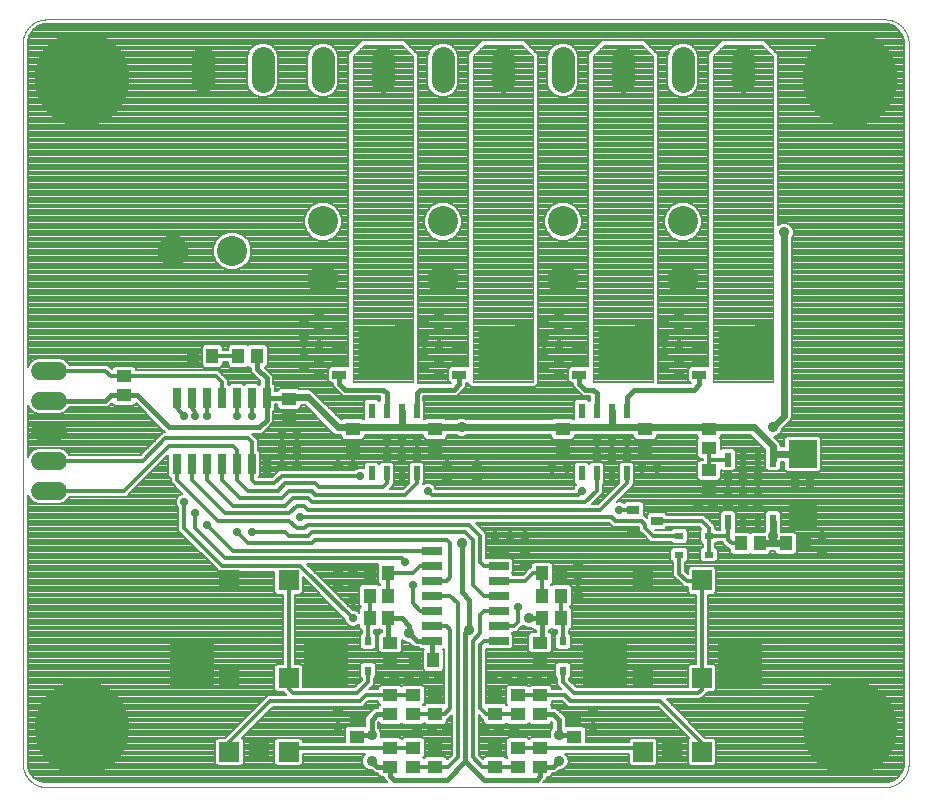
<source format=gtl>
G75*
%MOIN*%
%OFA0B0*%
%FSLAX25Y25*%
%IPPOS*%
%LPD*%
%AMOC8*
5,1,8,0,0,1.08239X$1,22.5*
%
%ADD10C,0.00400*%
%ADD11R,0.04528X0.02756*%
%ADD12R,0.12205X0.16535*%
%ADD13R,0.05906X0.18504*%
%ADD14R,0.03962X0.03962*%
%ADD15R,0.02362X0.05118*%
%ADD16R,0.09449X0.09449*%
%ADD17R,0.05118X0.04331*%
%ADD18R,0.06693X0.06693*%
%ADD19R,0.14961X0.14961*%
%ADD20R,0.06890X0.02756*%
%ADD21R,0.04331X0.05118*%
%ADD22C,0.07677*%
%ADD23C,0.10000*%
%ADD24OC8,0.10000*%
%ADD25R,0.02756X0.06890*%
%ADD26R,0.02362X0.03150*%
%ADD27R,0.03150X0.02362*%
%ADD28R,0.03937X0.03150*%
%ADD29C,0.05906*%
%ADD30C,0.31496*%
%ADD31C,0.00787*%
%ADD32C,0.03562*%
%ADD33C,0.02400*%
%ADD34C,0.01600*%
%ADD35C,0.01200*%
%ADD36C,0.02775*%
D10*
X0012957Y0087909D02*
X0292485Y0087909D01*
X0292675Y0087911D01*
X0292865Y0087918D01*
X0293055Y0087930D01*
X0293245Y0087946D01*
X0293434Y0087966D01*
X0293623Y0087992D01*
X0293811Y0088021D01*
X0293998Y0088056D01*
X0294184Y0088095D01*
X0294369Y0088138D01*
X0294554Y0088186D01*
X0294737Y0088238D01*
X0294918Y0088294D01*
X0295098Y0088355D01*
X0295277Y0088421D01*
X0295454Y0088490D01*
X0295630Y0088564D01*
X0295803Y0088642D01*
X0295975Y0088725D01*
X0296144Y0088811D01*
X0296312Y0088901D01*
X0296477Y0088996D01*
X0296640Y0089094D01*
X0296800Y0089197D01*
X0296958Y0089303D01*
X0297113Y0089413D01*
X0297266Y0089526D01*
X0297416Y0089644D01*
X0297562Y0089765D01*
X0297706Y0089889D01*
X0297847Y0090017D01*
X0297985Y0090148D01*
X0298120Y0090283D01*
X0298251Y0090421D01*
X0298379Y0090562D01*
X0298503Y0090706D01*
X0298624Y0090852D01*
X0298742Y0091002D01*
X0298855Y0091155D01*
X0298965Y0091310D01*
X0299071Y0091468D01*
X0299174Y0091628D01*
X0299272Y0091791D01*
X0299367Y0091956D01*
X0299457Y0092124D01*
X0299543Y0092293D01*
X0299626Y0092465D01*
X0299704Y0092638D01*
X0299778Y0092814D01*
X0299847Y0092991D01*
X0299913Y0093170D01*
X0299974Y0093350D01*
X0300030Y0093531D01*
X0300082Y0093714D01*
X0300130Y0093899D01*
X0300173Y0094084D01*
X0300212Y0094270D01*
X0300247Y0094457D01*
X0300276Y0094645D01*
X0300302Y0094834D01*
X0300322Y0095023D01*
X0300338Y0095213D01*
X0300350Y0095403D01*
X0300357Y0095593D01*
X0300359Y0095783D01*
X0300359Y0335941D01*
X0300357Y0336131D01*
X0300350Y0336321D01*
X0300338Y0336511D01*
X0300322Y0336701D01*
X0300302Y0336890D01*
X0300276Y0337079D01*
X0300247Y0337267D01*
X0300212Y0337454D01*
X0300173Y0337640D01*
X0300130Y0337825D01*
X0300082Y0338010D01*
X0300030Y0338193D01*
X0299974Y0338374D01*
X0299913Y0338554D01*
X0299847Y0338733D01*
X0299778Y0338910D01*
X0299704Y0339086D01*
X0299626Y0339259D01*
X0299543Y0339431D01*
X0299457Y0339600D01*
X0299367Y0339768D01*
X0299272Y0339933D01*
X0299174Y0340096D01*
X0299071Y0340256D01*
X0298965Y0340414D01*
X0298855Y0340569D01*
X0298742Y0340722D01*
X0298624Y0340872D01*
X0298503Y0341018D01*
X0298379Y0341162D01*
X0298251Y0341303D01*
X0298120Y0341441D01*
X0297985Y0341576D01*
X0297847Y0341707D01*
X0297706Y0341835D01*
X0297562Y0341959D01*
X0297416Y0342080D01*
X0297266Y0342198D01*
X0297113Y0342311D01*
X0296958Y0342421D01*
X0296800Y0342527D01*
X0296640Y0342630D01*
X0296477Y0342728D01*
X0296312Y0342823D01*
X0296144Y0342913D01*
X0295975Y0342999D01*
X0295803Y0343082D01*
X0295630Y0343160D01*
X0295454Y0343234D01*
X0295277Y0343303D01*
X0295098Y0343369D01*
X0294918Y0343430D01*
X0294737Y0343486D01*
X0294554Y0343538D01*
X0294369Y0343586D01*
X0294184Y0343629D01*
X0293998Y0343668D01*
X0293811Y0343703D01*
X0293623Y0343732D01*
X0293434Y0343758D01*
X0293245Y0343778D01*
X0293055Y0343794D01*
X0292865Y0343806D01*
X0292675Y0343813D01*
X0292485Y0343815D01*
X0012957Y0343815D01*
X0012767Y0343813D01*
X0012577Y0343806D01*
X0012387Y0343794D01*
X0012197Y0343778D01*
X0012008Y0343758D01*
X0011819Y0343732D01*
X0011631Y0343703D01*
X0011444Y0343668D01*
X0011258Y0343629D01*
X0011073Y0343586D01*
X0010888Y0343538D01*
X0010705Y0343486D01*
X0010524Y0343430D01*
X0010344Y0343369D01*
X0010165Y0343303D01*
X0009988Y0343234D01*
X0009812Y0343160D01*
X0009639Y0343082D01*
X0009467Y0342999D01*
X0009298Y0342913D01*
X0009130Y0342823D01*
X0008965Y0342728D01*
X0008802Y0342630D01*
X0008642Y0342527D01*
X0008484Y0342421D01*
X0008329Y0342311D01*
X0008176Y0342198D01*
X0008026Y0342080D01*
X0007880Y0341959D01*
X0007736Y0341835D01*
X0007595Y0341707D01*
X0007457Y0341576D01*
X0007322Y0341441D01*
X0007191Y0341303D01*
X0007063Y0341162D01*
X0006939Y0341018D01*
X0006818Y0340872D01*
X0006700Y0340722D01*
X0006587Y0340569D01*
X0006477Y0340414D01*
X0006371Y0340256D01*
X0006268Y0340096D01*
X0006170Y0339933D01*
X0006075Y0339768D01*
X0005985Y0339600D01*
X0005899Y0339431D01*
X0005816Y0339259D01*
X0005738Y0339086D01*
X0005664Y0338910D01*
X0005595Y0338733D01*
X0005529Y0338554D01*
X0005468Y0338374D01*
X0005412Y0338193D01*
X0005360Y0338010D01*
X0005312Y0337825D01*
X0005269Y0337640D01*
X0005230Y0337454D01*
X0005195Y0337267D01*
X0005166Y0337079D01*
X0005140Y0336890D01*
X0005120Y0336701D01*
X0005104Y0336511D01*
X0005092Y0336321D01*
X0005085Y0336131D01*
X0005083Y0335941D01*
X0005083Y0095783D01*
X0005085Y0095593D01*
X0005092Y0095403D01*
X0005104Y0095213D01*
X0005120Y0095023D01*
X0005140Y0094834D01*
X0005166Y0094645D01*
X0005195Y0094457D01*
X0005230Y0094270D01*
X0005269Y0094084D01*
X0005312Y0093899D01*
X0005360Y0093714D01*
X0005412Y0093531D01*
X0005468Y0093350D01*
X0005529Y0093170D01*
X0005595Y0092991D01*
X0005664Y0092814D01*
X0005738Y0092638D01*
X0005816Y0092465D01*
X0005899Y0092293D01*
X0005985Y0092124D01*
X0006075Y0091956D01*
X0006170Y0091791D01*
X0006268Y0091628D01*
X0006371Y0091468D01*
X0006477Y0091310D01*
X0006587Y0091155D01*
X0006700Y0091002D01*
X0006818Y0090852D01*
X0006939Y0090706D01*
X0007063Y0090562D01*
X0007191Y0090421D01*
X0007322Y0090283D01*
X0007457Y0090148D01*
X0007595Y0090017D01*
X0007736Y0089889D01*
X0007880Y0089765D01*
X0008026Y0089644D01*
X0008176Y0089526D01*
X0008329Y0089413D01*
X0008484Y0089303D01*
X0008642Y0089197D01*
X0008802Y0089094D01*
X0008965Y0088996D01*
X0009130Y0088901D01*
X0009298Y0088811D01*
X0009467Y0088725D01*
X0009639Y0088642D01*
X0009812Y0088564D01*
X0009988Y0088490D01*
X0010165Y0088421D01*
X0010344Y0088355D01*
X0010524Y0088294D01*
X0010705Y0088238D01*
X0010888Y0088186D01*
X0011073Y0088138D01*
X0011258Y0088095D01*
X0011444Y0088056D01*
X0011631Y0088021D01*
X0011819Y0087992D01*
X0012008Y0087966D01*
X0012197Y0087946D01*
X0012387Y0087930D01*
X0012577Y0087918D01*
X0012767Y0087911D01*
X0012957Y0087909D01*
X0115083Y0222909D02*
X0115083Y0331659D01*
X0118833Y0335409D01*
X0131333Y0335409D01*
X0135083Y0331659D01*
X0135083Y0222909D01*
X0115083Y0222909D01*
X0115083Y0223005D02*
X0135083Y0223005D01*
X0135083Y0223403D02*
X0115083Y0223403D01*
X0115083Y0223802D02*
X0135083Y0223802D01*
X0135083Y0224200D02*
X0115083Y0224200D01*
X0115083Y0224599D02*
X0135083Y0224599D01*
X0135083Y0224997D02*
X0115083Y0224997D01*
X0115083Y0225396D02*
X0135083Y0225396D01*
X0135083Y0225794D02*
X0115083Y0225794D01*
X0115083Y0226193D02*
X0135083Y0226193D01*
X0135083Y0226591D02*
X0115083Y0226591D01*
X0115083Y0226990D02*
X0135083Y0226990D01*
X0135083Y0227388D02*
X0115083Y0227388D01*
X0115083Y0227787D02*
X0135083Y0227787D01*
X0135083Y0228185D02*
X0115083Y0228185D01*
X0115083Y0228584D02*
X0135083Y0228584D01*
X0135083Y0228982D02*
X0115083Y0228982D01*
X0115083Y0229381D02*
X0135083Y0229381D01*
X0135083Y0229779D02*
X0115083Y0229779D01*
X0115083Y0230178D02*
X0135083Y0230178D01*
X0135083Y0230577D02*
X0115083Y0230577D01*
X0115083Y0230975D02*
X0135083Y0230975D01*
X0135083Y0231374D02*
X0115083Y0231374D01*
X0115083Y0231772D02*
X0135083Y0231772D01*
X0135083Y0232171D02*
X0115083Y0232171D01*
X0115083Y0232569D02*
X0135083Y0232569D01*
X0135083Y0232968D02*
X0115083Y0232968D01*
X0115083Y0233366D02*
X0135083Y0233366D01*
X0135083Y0233765D02*
X0115083Y0233765D01*
X0115083Y0234163D02*
X0135083Y0234163D01*
X0135083Y0234562D02*
X0115083Y0234562D01*
X0115083Y0234960D02*
X0135083Y0234960D01*
X0135083Y0235359D02*
X0115083Y0235359D01*
X0115083Y0235757D02*
X0135083Y0235757D01*
X0135083Y0236156D02*
X0115083Y0236156D01*
X0115083Y0236554D02*
X0135083Y0236554D01*
X0135083Y0236953D02*
X0115083Y0236953D01*
X0115083Y0237351D02*
X0135083Y0237351D01*
X0135083Y0237750D02*
X0115083Y0237750D01*
X0115083Y0238148D02*
X0135083Y0238148D01*
X0135083Y0238547D02*
X0115083Y0238547D01*
X0115083Y0238945D02*
X0135083Y0238945D01*
X0135083Y0239344D02*
X0115083Y0239344D01*
X0115083Y0239742D02*
X0135083Y0239742D01*
X0135083Y0240141D02*
X0115083Y0240141D01*
X0115083Y0240539D02*
X0135083Y0240539D01*
X0135083Y0240938D02*
X0115083Y0240938D01*
X0115083Y0241336D02*
X0135083Y0241336D01*
X0135083Y0241735D02*
X0115083Y0241735D01*
X0115083Y0242133D02*
X0135083Y0242133D01*
X0135083Y0242532D02*
X0115083Y0242532D01*
X0115083Y0242930D02*
X0135083Y0242930D01*
X0135083Y0243329D02*
X0115083Y0243329D01*
X0115083Y0243727D02*
X0135083Y0243727D01*
X0135083Y0244126D02*
X0115083Y0244126D01*
X0115083Y0244524D02*
X0135083Y0244524D01*
X0135083Y0244923D02*
X0115083Y0244923D01*
X0115083Y0245321D02*
X0135083Y0245321D01*
X0135083Y0245720D02*
X0115083Y0245720D01*
X0115083Y0246118D02*
X0135083Y0246118D01*
X0135083Y0246517D02*
X0115083Y0246517D01*
X0115083Y0246915D02*
X0135083Y0246915D01*
X0135083Y0247314D02*
X0115083Y0247314D01*
X0115083Y0247712D02*
X0135083Y0247712D01*
X0135083Y0248111D02*
X0115083Y0248111D01*
X0115083Y0248510D02*
X0135083Y0248510D01*
X0135083Y0248908D02*
X0115083Y0248908D01*
X0115083Y0249307D02*
X0135083Y0249307D01*
X0135083Y0249705D02*
X0115083Y0249705D01*
X0115083Y0250104D02*
X0135083Y0250104D01*
X0135083Y0250502D02*
X0115083Y0250502D01*
X0115083Y0250901D02*
X0135083Y0250901D01*
X0135083Y0251299D02*
X0115083Y0251299D01*
X0115083Y0251698D02*
X0135083Y0251698D01*
X0135083Y0252096D02*
X0115083Y0252096D01*
X0115083Y0252495D02*
X0135083Y0252495D01*
X0135083Y0252893D02*
X0115083Y0252893D01*
X0115083Y0253292D02*
X0135083Y0253292D01*
X0135083Y0253690D02*
X0115083Y0253690D01*
X0115083Y0254089D02*
X0135083Y0254089D01*
X0135083Y0254487D02*
X0115083Y0254487D01*
X0115083Y0254886D02*
X0135083Y0254886D01*
X0135083Y0255284D02*
X0115083Y0255284D01*
X0115083Y0255683D02*
X0135083Y0255683D01*
X0135083Y0256081D02*
X0115083Y0256081D01*
X0115083Y0256480D02*
X0135083Y0256480D01*
X0135083Y0256878D02*
X0115083Y0256878D01*
X0115083Y0257277D02*
X0135083Y0257277D01*
X0135083Y0257675D02*
X0115083Y0257675D01*
X0115083Y0258074D02*
X0135083Y0258074D01*
X0135083Y0258472D02*
X0115083Y0258472D01*
X0115083Y0258871D02*
X0135083Y0258871D01*
X0135083Y0259269D02*
X0115083Y0259269D01*
X0115083Y0259668D02*
X0135083Y0259668D01*
X0135083Y0260066D02*
X0115083Y0260066D01*
X0115083Y0260465D02*
X0135083Y0260465D01*
X0135083Y0260863D02*
X0115083Y0260863D01*
X0115083Y0261262D02*
X0135083Y0261262D01*
X0135083Y0261660D02*
X0115083Y0261660D01*
X0115083Y0262059D02*
X0135083Y0262059D01*
X0135083Y0262457D02*
X0115083Y0262457D01*
X0115083Y0262856D02*
X0135083Y0262856D01*
X0135083Y0263254D02*
X0115083Y0263254D01*
X0115083Y0263653D02*
X0135083Y0263653D01*
X0135083Y0264051D02*
X0115083Y0264051D01*
X0115083Y0264450D02*
X0135083Y0264450D01*
X0135083Y0264848D02*
X0115083Y0264848D01*
X0115083Y0265247D02*
X0135083Y0265247D01*
X0135083Y0265645D02*
X0115083Y0265645D01*
X0115083Y0266044D02*
X0135083Y0266044D01*
X0135083Y0266443D02*
X0115083Y0266443D01*
X0115083Y0266841D02*
X0135083Y0266841D01*
X0135083Y0267240D02*
X0115083Y0267240D01*
X0115083Y0267638D02*
X0135083Y0267638D01*
X0135083Y0268037D02*
X0115083Y0268037D01*
X0115083Y0268435D02*
X0135083Y0268435D01*
X0135083Y0268834D02*
X0115083Y0268834D01*
X0115083Y0269232D02*
X0135083Y0269232D01*
X0135083Y0269631D02*
X0115083Y0269631D01*
X0115083Y0270029D02*
X0135083Y0270029D01*
X0135083Y0270428D02*
X0115083Y0270428D01*
X0115083Y0270826D02*
X0135083Y0270826D01*
X0135083Y0271225D02*
X0115083Y0271225D01*
X0115083Y0271623D02*
X0135083Y0271623D01*
X0135083Y0272022D02*
X0115083Y0272022D01*
X0115083Y0272420D02*
X0135083Y0272420D01*
X0135083Y0272819D02*
X0115083Y0272819D01*
X0115083Y0273217D02*
X0135083Y0273217D01*
X0135083Y0273616D02*
X0115083Y0273616D01*
X0115083Y0274014D02*
X0135083Y0274014D01*
X0135083Y0274413D02*
X0115083Y0274413D01*
X0115083Y0274811D02*
X0135083Y0274811D01*
X0135083Y0275210D02*
X0115083Y0275210D01*
X0115083Y0275608D02*
X0135083Y0275608D01*
X0135083Y0276007D02*
X0115083Y0276007D01*
X0115083Y0276405D02*
X0135083Y0276405D01*
X0135083Y0276804D02*
X0115083Y0276804D01*
X0115083Y0277202D02*
X0135083Y0277202D01*
X0135083Y0277601D02*
X0115083Y0277601D01*
X0115083Y0277999D02*
X0135083Y0277999D01*
X0135083Y0278398D02*
X0115083Y0278398D01*
X0115083Y0278796D02*
X0135083Y0278796D01*
X0135083Y0279195D02*
X0115083Y0279195D01*
X0115083Y0279593D02*
X0135083Y0279593D01*
X0135083Y0279992D02*
X0115083Y0279992D01*
X0115083Y0280390D02*
X0135083Y0280390D01*
X0135083Y0280789D02*
X0115083Y0280789D01*
X0115083Y0281187D02*
X0135083Y0281187D01*
X0135083Y0281586D02*
X0115083Y0281586D01*
X0115083Y0281984D02*
X0135083Y0281984D01*
X0135083Y0282383D02*
X0115083Y0282383D01*
X0115083Y0282781D02*
X0135083Y0282781D01*
X0135083Y0283180D02*
X0115083Y0283180D01*
X0115083Y0283579D02*
X0135083Y0283579D01*
X0135083Y0283977D02*
X0115083Y0283977D01*
X0115083Y0284376D02*
X0135083Y0284376D01*
X0135083Y0284774D02*
X0115083Y0284774D01*
X0115083Y0285173D02*
X0135083Y0285173D01*
X0135083Y0285571D02*
X0115083Y0285571D01*
X0115083Y0285970D02*
X0135083Y0285970D01*
X0135083Y0286368D02*
X0115083Y0286368D01*
X0115083Y0286767D02*
X0135083Y0286767D01*
X0135083Y0287165D02*
X0115083Y0287165D01*
X0115083Y0287564D02*
X0135083Y0287564D01*
X0135083Y0287962D02*
X0115083Y0287962D01*
X0115083Y0288361D02*
X0135083Y0288361D01*
X0135083Y0288759D02*
X0115083Y0288759D01*
X0115083Y0289158D02*
X0135083Y0289158D01*
X0135083Y0289556D02*
X0115083Y0289556D01*
X0115083Y0289955D02*
X0135083Y0289955D01*
X0135083Y0290353D02*
X0115083Y0290353D01*
X0115083Y0290752D02*
X0135083Y0290752D01*
X0135083Y0291150D02*
X0115083Y0291150D01*
X0115083Y0291549D02*
X0135083Y0291549D01*
X0135083Y0291947D02*
X0115083Y0291947D01*
X0115083Y0292346D02*
X0135083Y0292346D01*
X0135083Y0292744D02*
X0115083Y0292744D01*
X0115083Y0293143D02*
X0135083Y0293143D01*
X0135083Y0293541D02*
X0115083Y0293541D01*
X0115083Y0293940D02*
X0135083Y0293940D01*
X0135083Y0294338D02*
X0115083Y0294338D01*
X0115083Y0294737D02*
X0135083Y0294737D01*
X0135083Y0295135D02*
X0115083Y0295135D01*
X0115083Y0295534D02*
X0135083Y0295534D01*
X0135083Y0295932D02*
X0115083Y0295932D01*
X0115083Y0296331D02*
X0135083Y0296331D01*
X0135083Y0296729D02*
X0115083Y0296729D01*
X0115083Y0297128D02*
X0135083Y0297128D01*
X0135083Y0297526D02*
X0115083Y0297526D01*
X0115083Y0297925D02*
X0135083Y0297925D01*
X0135083Y0298323D02*
X0115083Y0298323D01*
X0115083Y0298722D02*
X0135083Y0298722D01*
X0135083Y0299120D02*
X0115083Y0299120D01*
X0115083Y0299519D02*
X0135083Y0299519D01*
X0135083Y0299917D02*
X0115083Y0299917D01*
X0115083Y0300316D02*
X0135083Y0300316D01*
X0135083Y0300714D02*
X0115083Y0300714D01*
X0115083Y0301113D02*
X0135083Y0301113D01*
X0135083Y0301512D02*
X0115083Y0301512D01*
X0115083Y0301910D02*
X0135083Y0301910D01*
X0135083Y0302309D02*
X0115083Y0302309D01*
X0115083Y0302707D02*
X0135083Y0302707D01*
X0135083Y0303106D02*
X0115083Y0303106D01*
X0115083Y0303504D02*
X0135083Y0303504D01*
X0135083Y0303903D02*
X0115083Y0303903D01*
X0115083Y0304301D02*
X0135083Y0304301D01*
X0135083Y0304700D02*
X0115083Y0304700D01*
X0115083Y0305098D02*
X0135083Y0305098D01*
X0135083Y0305497D02*
X0115083Y0305497D01*
X0115083Y0305895D02*
X0135083Y0305895D01*
X0135083Y0306294D02*
X0115083Y0306294D01*
X0115083Y0306692D02*
X0135083Y0306692D01*
X0135083Y0307091D02*
X0115083Y0307091D01*
X0115083Y0307489D02*
X0135083Y0307489D01*
X0135083Y0307888D02*
X0115083Y0307888D01*
X0115083Y0308286D02*
X0135083Y0308286D01*
X0135083Y0308685D02*
X0115083Y0308685D01*
X0115083Y0309083D02*
X0135083Y0309083D01*
X0135083Y0309482D02*
X0115083Y0309482D01*
X0115083Y0309880D02*
X0135083Y0309880D01*
X0135083Y0310279D02*
X0115083Y0310279D01*
X0115083Y0310677D02*
X0135083Y0310677D01*
X0135083Y0311076D02*
X0115083Y0311076D01*
X0115083Y0311474D02*
X0135083Y0311474D01*
X0135083Y0311873D02*
X0115083Y0311873D01*
X0115083Y0312271D02*
X0135083Y0312271D01*
X0135083Y0312670D02*
X0115083Y0312670D01*
X0115083Y0313068D02*
X0135083Y0313068D01*
X0135083Y0313467D02*
X0115083Y0313467D01*
X0115083Y0313865D02*
X0135083Y0313865D01*
X0135083Y0314264D02*
X0115083Y0314264D01*
X0115083Y0314662D02*
X0135083Y0314662D01*
X0135083Y0315061D02*
X0115083Y0315061D01*
X0115083Y0315459D02*
X0135083Y0315459D01*
X0135083Y0315858D02*
X0115083Y0315858D01*
X0115083Y0316256D02*
X0135083Y0316256D01*
X0135083Y0316655D02*
X0115083Y0316655D01*
X0115083Y0317053D02*
X0135083Y0317053D01*
X0135083Y0317452D02*
X0115083Y0317452D01*
X0115083Y0317850D02*
X0135083Y0317850D01*
X0135083Y0318249D02*
X0115083Y0318249D01*
X0115083Y0318648D02*
X0135083Y0318648D01*
X0135083Y0319046D02*
X0115083Y0319046D01*
X0115083Y0319445D02*
X0135083Y0319445D01*
X0135083Y0319843D02*
X0115083Y0319843D01*
X0115083Y0320242D02*
X0135083Y0320242D01*
X0135083Y0320640D02*
X0115083Y0320640D01*
X0115083Y0321039D02*
X0135083Y0321039D01*
X0135083Y0321437D02*
X0115083Y0321437D01*
X0115083Y0321836D02*
X0135083Y0321836D01*
X0135083Y0322234D02*
X0115083Y0322234D01*
X0115083Y0322633D02*
X0135083Y0322633D01*
X0135083Y0323031D02*
X0115083Y0323031D01*
X0115083Y0323430D02*
X0135083Y0323430D01*
X0135083Y0323828D02*
X0115083Y0323828D01*
X0115083Y0324227D02*
X0135083Y0324227D01*
X0135083Y0324625D02*
X0115083Y0324625D01*
X0115083Y0325024D02*
X0135083Y0325024D01*
X0135083Y0325422D02*
X0115083Y0325422D01*
X0115083Y0325821D02*
X0135083Y0325821D01*
X0135083Y0326219D02*
X0115083Y0326219D01*
X0115083Y0326618D02*
X0135083Y0326618D01*
X0135083Y0327016D02*
X0115083Y0327016D01*
X0115083Y0327415D02*
X0135083Y0327415D01*
X0135083Y0327813D02*
X0115083Y0327813D01*
X0115083Y0328212D02*
X0135083Y0328212D01*
X0135083Y0328610D02*
X0115083Y0328610D01*
X0115083Y0329009D02*
X0135083Y0329009D01*
X0135083Y0329407D02*
X0115083Y0329407D01*
X0115083Y0329806D02*
X0135083Y0329806D01*
X0135083Y0330204D02*
X0115083Y0330204D01*
X0115083Y0330603D02*
X0135083Y0330603D01*
X0135083Y0331001D02*
X0115083Y0331001D01*
X0115083Y0331400D02*
X0135083Y0331400D01*
X0134944Y0331798D02*
X0115222Y0331798D01*
X0115621Y0332197D02*
X0134546Y0332197D01*
X0134147Y0332595D02*
X0116019Y0332595D01*
X0116418Y0332994D02*
X0133749Y0332994D01*
X0133350Y0333392D02*
X0116816Y0333392D01*
X0117215Y0333791D02*
X0132952Y0333791D01*
X0132553Y0334189D02*
X0117613Y0334189D01*
X0118012Y0334588D02*
X0132155Y0334588D01*
X0131756Y0334986D02*
X0118410Y0334986D01*
X0118809Y0335385D02*
X0131358Y0335385D01*
X0155083Y0331659D02*
X0158833Y0335409D01*
X0171333Y0335409D01*
X0175083Y0331659D01*
X0175083Y0222909D01*
X0155083Y0222909D01*
X0155083Y0331659D01*
X0155222Y0331798D02*
X0174944Y0331798D01*
X0175083Y0331400D02*
X0155083Y0331400D01*
X0155083Y0331001D02*
X0175083Y0331001D01*
X0175083Y0330603D02*
X0155083Y0330603D01*
X0155083Y0330204D02*
X0175083Y0330204D01*
X0175083Y0329806D02*
X0155083Y0329806D01*
X0155083Y0329407D02*
X0175083Y0329407D01*
X0175083Y0329009D02*
X0155083Y0329009D01*
X0155083Y0328610D02*
X0175083Y0328610D01*
X0175083Y0328212D02*
X0155083Y0328212D01*
X0155083Y0327813D02*
X0175083Y0327813D01*
X0175083Y0327415D02*
X0155083Y0327415D01*
X0155083Y0327016D02*
X0175083Y0327016D01*
X0175083Y0326618D02*
X0155083Y0326618D01*
X0155083Y0326219D02*
X0175083Y0326219D01*
X0175083Y0325821D02*
X0155083Y0325821D01*
X0155083Y0325422D02*
X0175083Y0325422D01*
X0175083Y0325024D02*
X0155083Y0325024D01*
X0155083Y0324625D02*
X0175083Y0324625D01*
X0175083Y0324227D02*
X0155083Y0324227D01*
X0155083Y0323828D02*
X0175083Y0323828D01*
X0175083Y0323430D02*
X0155083Y0323430D01*
X0155083Y0323031D02*
X0175083Y0323031D01*
X0175083Y0322633D02*
X0155083Y0322633D01*
X0155083Y0322234D02*
X0175083Y0322234D01*
X0175083Y0321836D02*
X0155083Y0321836D01*
X0155083Y0321437D02*
X0175083Y0321437D01*
X0175083Y0321039D02*
X0155083Y0321039D01*
X0155083Y0320640D02*
X0175083Y0320640D01*
X0175083Y0320242D02*
X0155083Y0320242D01*
X0155083Y0319843D02*
X0175083Y0319843D01*
X0175083Y0319445D02*
X0155083Y0319445D01*
X0155083Y0319046D02*
X0175083Y0319046D01*
X0175083Y0318648D02*
X0155083Y0318648D01*
X0155083Y0318249D02*
X0175083Y0318249D01*
X0175083Y0317850D02*
X0155083Y0317850D01*
X0155083Y0317452D02*
X0175083Y0317452D01*
X0175083Y0317053D02*
X0155083Y0317053D01*
X0155083Y0316655D02*
X0175083Y0316655D01*
X0175083Y0316256D02*
X0155083Y0316256D01*
X0155083Y0315858D02*
X0175083Y0315858D01*
X0175083Y0315459D02*
X0155083Y0315459D01*
X0155083Y0315061D02*
X0175083Y0315061D01*
X0175083Y0314662D02*
X0155083Y0314662D01*
X0155083Y0314264D02*
X0175083Y0314264D01*
X0175083Y0313865D02*
X0155083Y0313865D01*
X0155083Y0313467D02*
X0175083Y0313467D01*
X0175083Y0313068D02*
X0155083Y0313068D01*
X0155083Y0312670D02*
X0175083Y0312670D01*
X0175083Y0312271D02*
X0155083Y0312271D01*
X0155083Y0311873D02*
X0175083Y0311873D01*
X0175083Y0311474D02*
X0155083Y0311474D01*
X0155083Y0311076D02*
X0175083Y0311076D01*
X0175083Y0310677D02*
X0155083Y0310677D01*
X0155083Y0310279D02*
X0175083Y0310279D01*
X0175083Y0309880D02*
X0155083Y0309880D01*
X0155083Y0309482D02*
X0175083Y0309482D01*
X0175083Y0309083D02*
X0155083Y0309083D01*
X0155083Y0308685D02*
X0175083Y0308685D01*
X0175083Y0308286D02*
X0155083Y0308286D01*
X0155083Y0307888D02*
X0175083Y0307888D01*
X0175083Y0307489D02*
X0155083Y0307489D01*
X0155083Y0307091D02*
X0175083Y0307091D01*
X0175083Y0306692D02*
X0155083Y0306692D01*
X0155083Y0306294D02*
X0175083Y0306294D01*
X0175083Y0305895D02*
X0155083Y0305895D01*
X0155083Y0305497D02*
X0175083Y0305497D01*
X0175083Y0305098D02*
X0155083Y0305098D01*
X0155083Y0304700D02*
X0175083Y0304700D01*
X0175083Y0304301D02*
X0155083Y0304301D01*
X0155083Y0303903D02*
X0175083Y0303903D01*
X0175083Y0303504D02*
X0155083Y0303504D01*
X0155083Y0303106D02*
X0175083Y0303106D01*
X0175083Y0302707D02*
X0155083Y0302707D01*
X0155083Y0302309D02*
X0175083Y0302309D01*
X0175083Y0301910D02*
X0155083Y0301910D01*
X0155083Y0301512D02*
X0175083Y0301512D01*
X0175083Y0301113D02*
X0155083Y0301113D01*
X0155083Y0300714D02*
X0175083Y0300714D01*
X0175083Y0300316D02*
X0155083Y0300316D01*
X0155083Y0299917D02*
X0175083Y0299917D01*
X0175083Y0299519D02*
X0155083Y0299519D01*
X0155083Y0299120D02*
X0175083Y0299120D01*
X0175083Y0298722D02*
X0155083Y0298722D01*
X0155083Y0298323D02*
X0175083Y0298323D01*
X0175083Y0297925D02*
X0155083Y0297925D01*
X0155083Y0297526D02*
X0175083Y0297526D01*
X0175083Y0297128D02*
X0155083Y0297128D01*
X0155083Y0296729D02*
X0175083Y0296729D01*
X0175083Y0296331D02*
X0155083Y0296331D01*
X0155083Y0295932D02*
X0175083Y0295932D01*
X0175083Y0295534D02*
X0155083Y0295534D01*
X0155083Y0295135D02*
X0175083Y0295135D01*
X0175083Y0294737D02*
X0155083Y0294737D01*
X0155083Y0294338D02*
X0175083Y0294338D01*
X0175083Y0293940D02*
X0155083Y0293940D01*
X0155083Y0293541D02*
X0175083Y0293541D01*
X0175083Y0293143D02*
X0155083Y0293143D01*
X0155083Y0292744D02*
X0175083Y0292744D01*
X0175083Y0292346D02*
X0155083Y0292346D01*
X0155083Y0291947D02*
X0175083Y0291947D01*
X0175083Y0291549D02*
X0155083Y0291549D01*
X0155083Y0291150D02*
X0175083Y0291150D01*
X0175083Y0290752D02*
X0155083Y0290752D01*
X0155083Y0290353D02*
X0175083Y0290353D01*
X0175083Y0289955D02*
X0155083Y0289955D01*
X0155083Y0289556D02*
X0175083Y0289556D01*
X0175083Y0289158D02*
X0155083Y0289158D01*
X0155083Y0288759D02*
X0175083Y0288759D01*
X0175083Y0288361D02*
X0155083Y0288361D01*
X0155083Y0287962D02*
X0175083Y0287962D01*
X0175083Y0287564D02*
X0155083Y0287564D01*
X0155083Y0287165D02*
X0175083Y0287165D01*
X0175083Y0286767D02*
X0155083Y0286767D01*
X0155083Y0286368D02*
X0175083Y0286368D01*
X0175083Y0285970D02*
X0155083Y0285970D01*
X0155083Y0285571D02*
X0175083Y0285571D01*
X0175083Y0285173D02*
X0155083Y0285173D01*
X0155083Y0284774D02*
X0175083Y0284774D01*
X0175083Y0284376D02*
X0155083Y0284376D01*
X0155083Y0283977D02*
X0175083Y0283977D01*
X0175083Y0283579D02*
X0155083Y0283579D01*
X0155083Y0283180D02*
X0175083Y0283180D01*
X0175083Y0282781D02*
X0155083Y0282781D01*
X0155083Y0282383D02*
X0175083Y0282383D01*
X0175083Y0281984D02*
X0155083Y0281984D01*
X0155083Y0281586D02*
X0175083Y0281586D01*
X0175083Y0281187D02*
X0155083Y0281187D01*
X0155083Y0280789D02*
X0175083Y0280789D01*
X0175083Y0280390D02*
X0155083Y0280390D01*
X0155083Y0279992D02*
X0175083Y0279992D01*
X0175083Y0279593D02*
X0155083Y0279593D01*
X0155083Y0279195D02*
X0175083Y0279195D01*
X0175083Y0278796D02*
X0155083Y0278796D01*
X0155083Y0278398D02*
X0175083Y0278398D01*
X0175083Y0277999D02*
X0155083Y0277999D01*
X0155083Y0277601D02*
X0175083Y0277601D01*
X0175083Y0277202D02*
X0155083Y0277202D01*
X0155083Y0276804D02*
X0175083Y0276804D01*
X0175083Y0276405D02*
X0155083Y0276405D01*
X0155083Y0276007D02*
X0175083Y0276007D01*
X0175083Y0275608D02*
X0155083Y0275608D01*
X0155083Y0275210D02*
X0175083Y0275210D01*
X0175083Y0274811D02*
X0155083Y0274811D01*
X0155083Y0274413D02*
X0175083Y0274413D01*
X0175083Y0274014D02*
X0155083Y0274014D01*
X0155083Y0273616D02*
X0175083Y0273616D01*
X0175083Y0273217D02*
X0155083Y0273217D01*
X0155083Y0272819D02*
X0175083Y0272819D01*
X0175083Y0272420D02*
X0155083Y0272420D01*
X0155083Y0272022D02*
X0175083Y0272022D01*
X0175083Y0271623D02*
X0155083Y0271623D01*
X0155083Y0271225D02*
X0175083Y0271225D01*
X0175083Y0270826D02*
X0155083Y0270826D01*
X0155083Y0270428D02*
X0175083Y0270428D01*
X0175083Y0270029D02*
X0155083Y0270029D01*
X0155083Y0269631D02*
X0175083Y0269631D01*
X0175083Y0269232D02*
X0155083Y0269232D01*
X0155083Y0268834D02*
X0175083Y0268834D01*
X0175083Y0268435D02*
X0155083Y0268435D01*
X0155083Y0268037D02*
X0175083Y0268037D01*
X0175083Y0267638D02*
X0155083Y0267638D01*
X0155083Y0267240D02*
X0175083Y0267240D01*
X0175083Y0266841D02*
X0155083Y0266841D01*
X0155083Y0266443D02*
X0175083Y0266443D01*
X0175083Y0266044D02*
X0155083Y0266044D01*
X0155083Y0265645D02*
X0175083Y0265645D01*
X0175083Y0265247D02*
X0155083Y0265247D01*
X0155083Y0264848D02*
X0175083Y0264848D01*
X0175083Y0264450D02*
X0155083Y0264450D01*
X0155083Y0264051D02*
X0175083Y0264051D01*
X0175083Y0263653D02*
X0155083Y0263653D01*
X0155083Y0263254D02*
X0175083Y0263254D01*
X0175083Y0262856D02*
X0155083Y0262856D01*
X0155083Y0262457D02*
X0175083Y0262457D01*
X0175083Y0262059D02*
X0155083Y0262059D01*
X0155083Y0261660D02*
X0175083Y0261660D01*
X0175083Y0261262D02*
X0155083Y0261262D01*
X0155083Y0260863D02*
X0175083Y0260863D01*
X0175083Y0260465D02*
X0155083Y0260465D01*
X0155083Y0260066D02*
X0175083Y0260066D01*
X0175083Y0259668D02*
X0155083Y0259668D01*
X0155083Y0259269D02*
X0175083Y0259269D01*
X0175083Y0258871D02*
X0155083Y0258871D01*
X0155083Y0258472D02*
X0175083Y0258472D01*
X0175083Y0258074D02*
X0155083Y0258074D01*
X0155083Y0257675D02*
X0175083Y0257675D01*
X0175083Y0257277D02*
X0155083Y0257277D01*
X0155083Y0256878D02*
X0175083Y0256878D01*
X0175083Y0256480D02*
X0155083Y0256480D01*
X0155083Y0256081D02*
X0175083Y0256081D01*
X0175083Y0255683D02*
X0155083Y0255683D01*
X0155083Y0255284D02*
X0175083Y0255284D01*
X0175083Y0254886D02*
X0155083Y0254886D01*
X0155083Y0254487D02*
X0175083Y0254487D01*
X0175083Y0254089D02*
X0155083Y0254089D01*
X0155083Y0253690D02*
X0175083Y0253690D01*
X0175083Y0253292D02*
X0155083Y0253292D01*
X0155083Y0252893D02*
X0175083Y0252893D01*
X0175083Y0252495D02*
X0155083Y0252495D01*
X0155083Y0252096D02*
X0175083Y0252096D01*
X0175083Y0251698D02*
X0155083Y0251698D01*
X0155083Y0251299D02*
X0175083Y0251299D01*
X0175083Y0250901D02*
X0155083Y0250901D01*
X0155083Y0250502D02*
X0175083Y0250502D01*
X0175083Y0250104D02*
X0155083Y0250104D01*
X0155083Y0249705D02*
X0175083Y0249705D01*
X0175083Y0249307D02*
X0155083Y0249307D01*
X0155083Y0248908D02*
X0175083Y0248908D01*
X0175083Y0248510D02*
X0155083Y0248510D01*
X0155083Y0248111D02*
X0175083Y0248111D01*
X0175083Y0247712D02*
X0155083Y0247712D01*
X0155083Y0247314D02*
X0175083Y0247314D01*
X0175083Y0246915D02*
X0155083Y0246915D01*
X0155083Y0246517D02*
X0175083Y0246517D01*
X0175083Y0246118D02*
X0155083Y0246118D01*
X0155083Y0245720D02*
X0175083Y0245720D01*
X0175083Y0245321D02*
X0155083Y0245321D01*
X0155083Y0244923D02*
X0175083Y0244923D01*
X0175083Y0244524D02*
X0155083Y0244524D01*
X0155083Y0244126D02*
X0175083Y0244126D01*
X0175083Y0243727D02*
X0155083Y0243727D01*
X0155083Y0243329D02*
X0175083Y0243329D01*
X0175083Y0242930D02*
X0155083Y0242930D01*
X0155083Y0242532D02*
X0175083Y0242532D01*
X0175083Y0242133D02*
X0155083Y0242133D01*
X0155083Y0241735D02*
X0175083Y0241735D01*
X0175083Y0241336D02*
X0155083Y0241336D01*
X0155083Y0240938D02*
X0175083Y0240938D01*
X0175083Y0240539D02*
X0155083Y0240539D01*
X0155083Y0240141D02*
X0175083Y0240141D01*
X0175083Y0239742D02*
X0155083Y0239742D01*
X0155083Y0239344D02*
X0175083Y0239344D01*
X0175083Y0238945D02*
X0155083Y0238945D01*
X0155083Y0238547D02*
X0175083Y0238547D01*
X0175083Y0238148D02*
X0155083Y0238148D01*
X0155083Y0237750D02*
X0175083Y0237750D01*
X0175083Y0237351D02*
X0155083Y0237351D01*
X0155083Y0236953D02*
X0175083Y0236953D01*
X0175083Y0236554D02*
X0155083Y0236554D01*
X0155083Y0236156D02*
X0175083Y0236156D01*
X0175083Y0235757D02*
X0155083Y0235757D01*
X0155083Y0235359D02*
X0175083Y0235359D01*
X0175083Y0234960D02*
X0155083Y0234960D01*
X0155083Y0234562D02*
X0175083Y0234562D01*
X0175083Y0234163D02*
X0155083Y0234163D01*
X0155083Y0233765D02*
X0175083Y0233765D01*
X0175083Y0233366D02*
X0155083Y0233366D01*
X0155083Y0232968D02*
X0175083Y0232968D01*
X0175083Y0232569D02*
X0155083Y0232569D01*
X0155083Y0232171D02*
X0175083Y0232171D01*
X0175083Y0231772D02*
X0155083Y0231772D01*
X0155083Y0231374D02*
X0175083Y0231374D01*
X0175083Y0230975D02*
X0155083Y0230975D01*
X0155083Y0230577D02*
X0175083Y0230577D01*
X0175083Y0230178D02*
X0155083Y0230178D01*
X0155083Y0229779D02*
X0175083Y0229779D01*
X0175083Y0229381D02*
X0155083Y0229381D01*
X0155083Y0228982D02*
X0175083Y0228982D01*
X0175083Y0228584D02*
X0155083Y0228584D01*
X0155083Y0228185D02*
X0175083Y0228185D01*
X0175083Y0227787D02*
X0155083Y0227787D01*
X0155083Y0227388D02*
X0175083Y0227388D01*
X0175083Y0226990D02*
X0155083Y0226990D01*
X0155083Y0226591D02*
X0175083Y0226591D01*
X0175083Y0226193D02*
X0155083Y0226193D01*
X0155083Y0225794D02*
X0175083Y0225794D01*
X0175083Y0225396D02*
X0155083Y0225396D01*
X0155083Y0224997D02*
X0175083Y0224997D01*
X0175083Y0224599D02*
X0155083Y0224599D01*
X0155083Y0224200D02*
X0175083Y0224200D01*
X0175083Y0223802D02*
X0155083Y0223802D01*
X0155083Y0223403D02*
X0175083Y0223403D01*
X0175083Y0223005D02*
X0155083Y0223005D01*
X0195083Y0223005D02*
X0215083Y0223005D01*
X0215083Y0222909D02*
X0195083Y0222909D01*
X0195083Y0331659D01*
X0198833Y0335409D01*
X0211333Y0335409D01*
X0215083Y0331659D01*
X0215083Y0222909D01*
X0215083Y0223403D02*
X0195083Y0223403D01*
X0195083Y0223802D02*
X0215083Y0223802D01*
X0215083Y0224200D02*
X0195083Y0224200D01*
X0195083Y0224599D02*
X0215083Y0224599D01*
X0215083Y0224997D02*
X0195083Y0224997D01*
X0195083Y0225396D02*
X0215083Y0225396D01*
X0215083Y0225794D02*
X0195083Y0225794D01*
X0195083Y0226193D02*
X0215083Y0226193D01*
X0215083Y0226591D02*
X0195083Y0226591D01*
X0195083Y0226990D02*
X0215083Y0226990D01*
X0215083Y0227388D02*
X0195083Y0227388D01*
X0195083Y0227787D02*
X0215083Y0227787D01*
X0215083Y0228185D02*
X0195083Y0228185D01*
X0195083Y0228584D02*
X0215083Y0228584D01*
X0215083Y0228982D02*
X0195083Y0228982D01*
X0195083Y0229381D02*
X0215083Y0229381D01*
X0215083Y0229779D02*
X0195083Y0229779D01*
X0195083Y0230178D02*
X0215083Y0230178D01*
X0215083Y0230577D02*
X0195083Y0230577D01*
X0195083Y0230975D02*
X0215083Y0230975D01*
X0215083Y0231374D02*
X0195083Y0231374D01*
X0195083Y0231772D02*
X0215083Y0231772D01*
X0215083Y0232171D02*
X0195083Y0232171D01*
X0195083Y0232569D02*
X0215083Y0232569D01*
X0215083Y0232968D02*
X0195083Y0232968D01*
X0195083Y0233366D02*
X0215083Y0233366D01*
X0215083Y0233765D02*
X0195083Y0233765D01*
X0195083Y0234163D02*
X0215083Y0234163D01*
X0215083Y0234562D02*
X0195083Y0234562D01*
X0195083Y0234960D02*
X0215083Y0234960D01*
X0215083Y0235359D02*
X0195083Y0235359D01*
X0195083Y0235757D02*
X0215083Y0235757D01*
X0215083Y0236156D02*
X0195083Y0236156D01*
X0195083Y0236554D02*
X0215083Y0236554D01*
X0215083Y0236953D02*
X0195083Y0236953D01*
X0195083Y0237351D02*
X0215083Y0237351D01*
X0215083Y0237750D02*
X0195083Y0237750D01*
X0195083Y0238148D02*
X0215083Y0238148D01*
X0215083Y0238547D02*
X0195083Y0238547D01*
X0195083Y0238945D02*
X0215083Y0238945D01*
X0215083Y0239344D02*
X0195083Y0239344D01*
X0195083Y0239742D02*
X0215083Y0239742D01*
X0215083Y0240141D02*
X0195083Y0240141D01*
X0195083Y0240539D02*
X0215083Y0240539D01*
X0215083Y0240938D02*
X0195083Y0240938D01*
X0195083Y0241336D02*
X0215083Y0241336D01*
X0215083Y0241735D02*
X0195083Y0241735D01*
X0195083Y0242133D02*
X0215083Y0242133D01*
X0215083Y0242532D02*
X0195083Y0242532D01*
X0195083Y0242930D02*
X0215083Y0242930D01*
X0215083Y0243329D02*
X0195083Y0243329D01*
X0195083Y0243727D02*
X0215083Y0243727D01*
X0215083Y0244126D02*
X0195083Y0244126D01*
X0195083Y0244524D02*
X0215083Y0244524D01*
X0215083Y0244923D02*
X0195083Y0244923D01*
X0195083Y0245321D02*
X0215083Y0245321D01*
X0215083Y0245720D02*
X0195083Y0245720D01*
X0195083Y0246118D02*
X0215083Y0246118D01*
X0215083Y0246517D02*
X0195083Y0246517D01*
X0195083Y0246915D02*
X0215083Y0246915D01*
X0215083Y0247314D02*
X0195083Y0247314D01*
X0195083Y0247712D02*
X0215083Y0247712D01*
X0215083Y0248111D02*
X0195083Y0248111D01*
X0195083Y0248510D02*
X0215083Y0248510D01*
X0215083Y0248908D02*
X0195083Y0248908D01*
X0195083Y0249307D02*
X0215083Y0249307D01*
X0215083Y0249705D02*
X0195083Y0249705D01*
X0195083Y0250104D02*
X0215083Y0250104D01*
X0215083Y0250502D02*
X0195083Y0250502D01*
X0195083Y0250901D02*
X0215083Y0250901D01*
X0215083Y0251299D02*
X0195083Y0251299D01*
X0195083Y0251698D02*
X0215083Y0251698D01*
X0215083Y0252096D02*
X0195083Y0252096D01*
X0195083Y0252495D02*
X0215083Y0252495D01*
X0215083Y0252893D02*
X0195083Y0252893D01*
X0195083Y0253292D02*
X0215083Y0253292D01*
X0215083Y0253690D02*
X0195083Y0253690D01*
X0195083Y0254089D02*
X0215083Y0254089D01*
X0215083Y0254487D02*
X0195083Y0254487D01*
X0195083Y0254886D02*
X0215083Y0254886D01*
X0215083Y0255284D02*
X0195083Y0255284D01*
X0195083Y0255683D02*
X0215083Y0255683D01*
X0215083Y0256081D02*
X0195083Y0256081D01*
X0195083Y0256480D02*
X0215083Y0256480D01*
X0215083Y0256878D02*
X0195083Y0256878D01*
X0195083Y0257277D02*
X0215083Y0257277D01*
X0215083Y0257675D02*
X0195083Y0257675D01*
X0195083Y0258074D02*
X0215083Y0258074D01*
X0215083Y0258472D02*
X0195083Y0258472D01*
X0195083Y0258871D02*
X0215083Y0258871D01*
X0215083Y0259269D02*
X0195083Y0259269D01*
X0195083Y0259668D02*
X0215083Y0259668D01*
X0215083Y0260066D02*
X0195083Y0260066D01*
X0195083Y0260465D02*
X0215083Y0260465D01*
X0215083Y0260863D02*
X0195083Y0260863D01*
X0195083Y0261262D02*
X0215083Y0261262D01*
X0215083Y0261660D02*
X0195083Y0261660D01*
X0195083Y0262059D02*
X0215083Y0262059D01*
X0215083Y0262457D02*
X0195083Y0262457D01*
X0195083Y0262856D02*
X0215083Y0262856D01*
X0215083Y0263254D02*
X0195083Y0263254D01*
X0195083Y0263653D02*
X0215083Y0263653D01*
X0215083Y0264051D02*
X0195083Y0264051D01*
X0195083Y0264450D02*
X0215083Y0264450D01*
X0215083Y0264848D02*
X0195083Y0264848D01*
X0195083Y0265247D02*
X0215083Y0265247D01*
X0215083Y0265645D02*
X0195083Y0265645D01*
X0195083Y0266044D02*
X0215083Y0266044D01*
X0215083Y0266443D02*
X0195083Y0266443D01*
X0195083Y0266841D02*
X0215083Y0266841D01*
X0215083Y0267240D02*
X0195083Y0267240D01*
X0195083Y0267638D02*
X0215083Y0267638D01*
X0215083Y0268037D02*
X0195083Y0268037D01*
X0195083Y0268435D02*
X0215083Y0268435D01*
X0215083Y0268834D02*
X0195083Y0268834D01*
X0195083Y0269232D02*
X0215083Y0269232D01*
X0215083Y0269631D02*
X0195083Y0269631D01*
X0195083Y0270029D02*
X0215083Y0270029D01*
X0215083Y0270428D02*
X0195083Y0270428D01*
X0195083Y0270826D02*
X0215083Y0270826D01*
X0215083Y0271225D02*
X0195083Y0271225D01*
X0195083Y0271623D02*
X0215083Y0271623D01*
X0215083Y0272022D02*
X0195083Y0272022D01*
X0195083Y0272420D02*
X0215083Y0272420D01*
X0215083Y0272819D02*
X0195083Y0272819D01*
X0195083Y0273217D02*
X0215083Y0273217D01*
X0215083Y0273616D02*
X0195083Y0273616D01*
X0195083Y0274014D02*
X0215083Y0274014D01*
X0215083Y0274413D02*
X0195083Y0274413D01*
X0195083Y0274811D02*
X0215083Y0274811D01*
X0215083Y0275210D02*
X0195083Y0275210D01*
X0195083Y0275608D02*
X0215083Y0275608D01*
X0215083Y0276007D02*
X0195083Y0276007D01*
X0195083Y0276405D02*
X0215083Y0276405D01*
X0215083Y0276804D02*
X0195083Y0276804D01*
X0195083Y0277202D02*
X0215083Y0277202D01*
X0215083Y0277601D02*
X0195083Y0277601D01*
X0195083Y0277999D02*
X0215083Y0277999D01*
X0215083Y0278398D02*
X0195083Y0278398D01*
X0195083Y0278796D02*
X0215083Y0278796D01*
X0215083Y0279195D02*
X0195083Y0279195D01*
X0195083Y0279593D02*
X0215083Y0279593D01*
X0215083Y0279992D02*
X0195083Y0279992D01*
X0195083Y0280390D02*
X0215083Y0280390D01*
X0215083Y0280789D02*
X0195083Y0280789D01*
X0195083Y0281187D02*
X0215083Y0281187D01*
X0215083Y0281586D02*
X0195083Y0281586D01*
X0195083Y0281984D02*
X0215083Y0281984D01*
X0215083Y0282383D02*
X0195083Y0282383D01*
X0195083Y0282781D02*
X0215083Y0282781D01*
X0215083Y0283180D02*
X0195083Y0283180D01*
X0195083Y0283579D02*
X0215083Y0283579D01*
X0215083Y0283977D02*
X0195083Y0283977D01*
X0195083Y0284376D02*
X0215083Y0284376D01*
X0215083Y0284774D02*
X0195083Y0284774D01*
X0195083Y0285173D02*
X0215083Y0285173D01*
X0215083Y0285571D02*
X0195083Y0285571D01*
X0195083Y0285970D02*
X0215083Y0285970D01*
X0215083Y0286368D02*
X0195083Y0286368D01*
X0195083Y0286767D02*
X0215083Y0286767D01*
X0215083Y0287165D02*
X0195083Y0287165D01*
X0195083Y0287564D02*
X0215083Y0287564D01*
X0215083Y0287962D02*
X0195083Y0287962D01*
X0195083Y0288361D02*
X0215083Y0288361D01*
X0215083Y0288759D02*
X0195083Y0288759D01*
X0195083Y0289158D02*
X0215083Y0289158D01*
X0215083Y0289556D02*
X0195083Y0289556D01*
X0195083Y0289955D02*
X0215083Y0289955D01*
X0215083Y0290353D02*
X0195083Y0290353D01*
X0195083Y0290752D02*
X0215083Y0290752D01*
X0215083Y0291150D02*
X0195083Y0291150D01*
X0195083Y0291549D02*
X0215083Y0291549D01*
X0215083Y0291947D02*
X0195083Y0291947D01*
X0195083Y0292346D02*
X0215083Y0292346D01*
X0215083Y0292744D02*
X0195083Y0292744D01*
X0195083Y0293143D02*
X0215083Y0293143D01*
X0215083Y0293541D02*
X0195083Y0293541D01*
X0195083Y0293940D02*
X0215083Y0293940D01*
X0215083Y0294338D02*
X0195083Y0294338D01*
X0195083Y0294737D02*
X0215083Y0294737D01*
X0215083Y0295135D02*
X0195083Y0295135D01*
X0195083Y0295534D02*
X0215083Y0295534D01*
X0215083Y0295932D02*
X0195083Y0295932D01*
X0195083Y0296331D02*
X0215083Y0296331D01*
X0215083Y0296729D02*
X0195083Y0296729D01*
X0195083Y0297128D02*
X0215083Y0297128D01*
X0215083Y0297526D02*
X0195083Y0297526D01*
X0195083Y0297925D02*
X0215083Y0297925D01*
X0215083Y0298323D02*
X0195083Y0298323D01*
X0195083Y0298722D02*
X0215083Y0298722D01*
X0215083Y0299120D02*
X0195083Y0299120D01*
X0195083Y0299519D02*
X0215083Y0299519D01*
X0215083Y0299917D02*
X0195083Y0299917D01*
X0195083Y0300316D02*
X0215083Y0300316D01*
X0215083Y0300714D02*
X0195083Y0300714D01*
X0195083Y0301113D02*
X0215083Y0301113D01*
X0215083Y0301512D02*
X0195083Y0301512D01*
X0195083Y0301910D02*
X0215083Y0301910D01*
X0215083Y0302309D02*
X0195083Y0302309D01*
X0195083Y0302707D02*
X0215083Y0302707D01*
X0215083Y0303106D02*
X0195083Y0303106D01*
X0195083Y0303504D02*
X0215083Y0303504D01*
X0215083Y0303903D02*
X0195083Y0303903D01*
X0195083Y0304301D02*
X0215083Y0304301D01*
X0215083Y0304700D02*
X0195083Y0304700D01*
X0195083Y0305098D02*
X0215083Y0305098D01*
X0215083Y0305497D02*
X0195083Y0305497D01*
X0195083Y0305895D02*
X0215083Y0305895D01*
X0215083Y0306294D02*
X0195083Y0306294D01*
X0195083Y0306692D02*
X0215083Y0306692D01*
X0215083Y0307091D02*
X0195083Y0307091D01*
X0195083Y0307489D02*
X0215083Y0307489D01*
X0215083Y0307888D02*
X0195083Y0307888D01*
X0195083Y0308286D02*
X0215083Y0308286D01*
X0215083Y0308685D02*
X0195083Y0308685D01*
X0195083Y0309083D02*
X0215083Y0309083D01*
X0215083Y0309482D02*
X0195083Y0309482D01*
X0195083Y0309880D02*
X0215083Y0309880D01*
X0215083Y0310279D02*
X0195083Y0310279D01*
X0195083Y0310677D02*
X0215083Y0310677D01*
X0215083Y0311076D02*
X0195083Y0311076D01*
X0195083Y0311474D02*
X0215083Y0311474D01*
X0215083Y0311873D02*
X0195083Y0311873D01*
X0195083Y0312271D02*
X0215083Y0312271D01*
X0215083Y0312670D02*
X0195083Y0312670D01*
X0195083Y0313068D02*
X0215083Y0313068D01*
X0215083Y0313467D02*
X0195083Y0313467D01*
X0195083Y0313865D02*
X0215083Y0313865D01*
X0215083Y0314264D02*
X0195083Y0314264D01*
X0195083Y0314662D02*
X0215083Y0314662D01*
X0215083Y0315061D02*
X0195083Y0315061D01*
X0195083Y0315459D02*
X0215083Y0315459D01*
X0215083Y0315858D02*
X0195083Y0315858D01*
X0195083Y0316256D02*
X0215083Y0316256D01*
X0215083Y0316655D02*
X0195083Y0316655D01*
X0195083Y0317053D02*
X0215083Y0317053D01*
X0215083Y0317452D02*
X0195083Y0317452D01*
X0195083Y0317850D02*
X0215083Y0317850D01*
X0215083Y0318249D02*
X0195083Y0318249D01*
X0195083Y0318648D02*
X0215083Y0318648D01*
X0215083Y0319046D02*
X0195083Y0319046D01*
X0195083Y0319445D02*
X0215083Y0319445D01*
X0215083Y0319843D02*
X0195083Y0319843D01*
X0195083Y0320242D02*
X0215083Y0320242D01*
X0215083Y0320640D02*
X0195083Y0320640D01*
X0195083Y0321039D02*
X0215083Y0321039D01*
X0215083Y0321437D02*
X0195083Y0321437D01*
X0195083Y0321836D02*
X0215083Y0321836D01*
X0215083Y0322234D02*
X0195083Y0322234D01*
X0195083Y0322633D02*
X0215083Y0322633D01*
X0215083Y0323031D02*
X0195083Y0323031D01*
X0195083Y0323430D02*
X0215083Y0323430D01*
X0215083Y0323828D02*
X0195083Y0323828D01*
X0195083Y0324227D02*
X0215083Y0324227D01*
X0215083Y0324625D02*
X0195083Y0324625D01*
X0195083Y0325024D02*
X0215083Y0325024D01*
X0215083Y0325422D02*
X0195083Y0325422D01*
X0195083Y0325821D02*
X0215083Y0325821D01*
X0215083Y0326219D02*
X0195083Y0326219D01*
X0195083Y0326618D02*
X0215083Y0326618D01*
X0215083Y0327016D02*
X0195083Y0327016D01*
X0195083Y0327415D02*
X0215083Y0327415D01*
X0215083Y0327813D02*
X0195083Y0327813D01*
X0195083Y0328212D02*
X0215083Y0328212D01*
X0215083Y0328610D02*
X0195083Y0328610D01*
X0195083Y0329009D02*
X0215083Y0329009D01*
X0215083Y0329407D02*
X0195083Y0329407D01*
X0195083Y0329806D02*
X0215083Y0329806D01*
X0215083Y0330204D02*
X0195083Y0330204D01*
X0195083Y0330603D02*
X0215083Y0330603D01*
X0215083Y0331001D02*
X0195083Y0331001D01*
X0195083Y0331400D02*
X0215083Y0331400D01*
X0214944Y0331798D02*
X0195222Y0331798D01*
X0195621Y0332197D02*
X0214546Y0332197D01*
X0214147Y0332595D02*
X0196019Y0332595D01*
X0196418Y0332994D02*
X0213749Y0332994D01*
X0213350Y0333392D02*
X0196816Y0333392D01*
X0197215Y0333791D02*
X0212952Y0333791D01*
X0212553Y0334189D02*
X0197613Y0334189D01*
X0198012Y0334588D02*
X0212155Y0334588D01*
X0211756Y0334986D02*
X0198410Y0334986D01*
X0198809Y0335385D02*
X0211358Y0335385D01*
X0235083Y0331659D02*
X0238833Y0335409D01*
X0251333Y0335409D01*
X0255083Y0331659D01*
X0255083Y0222909D01*
X0235083Y0222909D01*
X0235083Y0331659D01*
X0235222Y0331798D02*
X0254944Y0331798D01*
X0255083Y0331400D02*
X0235083Y0331400D01*
X0235083Y0331001D02*
X0255083Y0331001D01*
X0255083Y0330603D02*
X0235083Y0330603D01*
X0235083Y0330204D02*
X0255083Y0330204D01*
X0255083Y0329806D02*
X0235083Y0329806D01*
X0235083Y0329407D02*
X0255083Y0329407D01*
X0255083Y0329009D02*
X0235083Y0329009D01*
X0235083Y0328610D02*
X0255083Y0328610D01*
X0255083Y0328212D02*
X0235083Y0328212D01*
X0235083Y0327813D02*
X0255083Y0327813D01*
X0255083Y0327415D02*
X0235083Y0327415D01*
X0235083Y0327016D02*
X0255083Y0327016D01*
X0255083Y0326618D02*
X0235083Y0326618D01*
X0235083Y0326219D02*
X0255083Y0326219D01*
X0255083Y0325821D02*
X0235083Y0325821D01*
X0235083Y0325422D02*
X0255083Y0325422D01*
X0255083Y0325024D02*
X0235083Y0325024D01*
X0235083Y0324625D02*
X0255083Y0324625D01*
X0255083Y0324227D02*
X0235083Y0324227D01*
X0235083Y0323828D02*
X0255083Y0323828D01*
X0255083Y0323430D02*
X0235083Y0323430D01*
X0235083Y0323031D02*
X0255083Y0323031D01*
X0255083Y0322633D02*
X0235083Y0322633D01*
X0235083Y0322234D02*
X0255083Y0322234D01*
X0255083Y0321836D02*
X0235083Y0321836D01*
X0235083Y0321437D02*
X0255083Y0321437D01*
X0255083Y0321039D02*
X0235083Y0321039D01*
X0235083Y0320640D02*
X0255083Y0320640D01*
X0255083Y0320242D02*
X0235083Y0320242D01*
X0235083Y0319843D02*
X0255083Y0319843D01*
X0255083Y0319445D02*
X0235083Y0319445D01*
X0235083Y0319046D02*
X0255083Y0319046D01*
X0255083Y0318648D02*
X0235083Y0318648D01*
X0235083Y0318249D02*
X0255083Y0318249D01*
X0255083Y0317850D02*
X0235083Y0317850D01*
X0235083Y0317452D02*
X0255083Y0317452D01*
X0255083Y0317053D02*
X0235083Y0317053D01*
X0235083Y0316655D02*
X0255083Y0316655D01*
X0255083Y0316256D02*
X0235083Y0316256D01*
X0235083Y0315858D02*
X0255083Y0315858D01*
X0255083Y0315459D02*
X0235083Y0315459D01*
X0235083Y0315061D02*
X0255083Y0315061D01*
X0255083Y0314662D02*
X0235083Y0314662D01*
X0235083Y0314264D02*
X0255083Y0314264D01*
X0255083Y0313865D02*
X0235083Y0313865D01*
X0235083Y0313467D02*
X0255083Y0313467D01*
X0255083Y0313068D02*
X0235083Y0313068D01*
X0235083Y0312670D02*
X0255083Y0312670D01*
X0255083Y0312271D02*
X0235083Y0312271D01*
X0235083Y0311873D02*
X0255083Y0311873D01*
X0255083Y0311474D02*
X0235083Y0311474D01*
X0235083Y0311076D02*
X0255083Y0311076D01*
X0255083Y0310677D02*
X0235083Y0310677D01*
X0235083Y0310279D02*
X0255083Y0310279D01*
X0255083Y0309880D02*
X0235083Y0309880D01*
X0235083Y0309482D02*
X0255083Y0309482D01*
X0255083Y0309083D02*
X0235083Y0309083D01*
X0235083Y0308685D02*
X0255083Y0308685D01*
X0255083Y0308286D02*
X0235083Y0308286D01*
X0235083Y0307888D02*
X0255083Y0307888D01*
X0255083Y0307489D02*
X0235083Y0307489D01*
X0235083Y0307091D02*
X0255083Y0307091D01*
X0255083Y0306692D02*
X0235083Y0306692D01*
X0235083Y0306294D02*
X0255083Y0306294D01*
X0255083Y0305895D02*
X0235083Y0305895D01*
X0235083Y0305497D02*
X0255083Y0305497D01*
X0255083Y0305098D02*
X0235083Y0305098D01*
X0235083Y0304700D02*
X0255083Y0304700D01*
X0255083Y0304301D02*
X0235083Y0304301D01*
X0235083Y0303903D02*
X0255083Y0303903D01*
X0255083Y0303504D02*
X0235083Y0303504D01*
X0235083Y0303106D02*
X0255083Y0303106D01*
X0255083Y0302707D02*
X0235083Y0302707D01*
X0235083Y0302309D02*
X0255083Y0302309D01*
X0255083Y0301910D02*
X0235083Y0301910D01*
X0235083Y0301512D02*
X0255083Y0301512D01*
X0255083Y0301113D02*
X0235083Y0301113D01*
X0235083Y0300714D02*
X0255083Y0300714D01*
X0255083Y0300316D02*
X0235083Y0300316D01*
X0235083Y0299917D02*
X0255083Y0299917D01*
X0255083Y0299519D02*
X0235083Y0299519D01*
X0235083Y0299120D02*
X0255083Y0299120D01*
X0255083Y0298722D02*
X0235083Y0298722D01*
X0235083Y0298323D02*
X0255083Y0298323D01*
X0255083Y0297925D02*
X0235083Y0297925D01*
X0235083Y0297526D02*
X0255083Y0297526D01*
X0255083Y0297128D02*
X0235083Y0297128D01*
X0235083Y0296729D02*
X0255083Y0296729D01*
X0255083Y0296331D02*
X0235083Y0296331D01*
X0235083Y0295932D02*
X0255083Y0295932D01*
X0255083Y0295534D02*
X0235083Y0295534D01*
X0235083Y0295135D02*
X0255083Y0295135D01*
X0255083Y0294737D02*
X0235083Y0294737D01*
X0235083Y0294338D02*
X0255083Y0294338D01*
X0255083Y0293940D02*
X0235083Y0293940D01*
X0235083Y0293541D02*
X0255083Y0293541D01*
X0255083Y0293143D02*
X0235083Y0293143D01*
X0235083Y0292744D02*
X0255083Y0292744D01*
X0255083Y0292346D02*
X0235083Y0292346D01*
X0235083Y0291947D02*
X0255083Y0291947D01*
X0255083Y0291549D02*
X0235083Y0291549D01*
X0235083Y0291150D02*
X0255083Y0291150D01*
X0255083Y0290752D02*
X0235083Y0290752D01*
X0235083Y0290353D02*
X0255083Y0290353D01*
X0255083Y0289955D02*
X0235083Y0289955D01*
X0235083Y0289556D02*
X0255083Y0289556D01*
X0255083Y0289158D02*
X0235083Y0289158D01*
X0235083Y0288759D02*
X0255083Y0288759D01*
X0255083Y0288361D02*
X0235083Y0288361D01*
X0235083Y0287962D02*
X0255083Y0287962D01*
X0255083Y0287564D02*
X0235083Y0287564D01*
X0235083Y0287165D02*
X0255083Y0287165D01*
X0255083Y0286767D02*
X0235083Y0286767D01*
X0235083Y0286368D02*
X0255083Y0286368D01*
X0255083Y0285970D02*
X0235083Y0285970D01*
X0235083Y0285571D02*
X0255083Y0285571D01*
X0255083Y0285173D02*
X0235083Y0285173D01*
X0235083Y0284774D02*
X0255083Y0284774D01*
X0255083Y0284376D02*
X0235083Y0284376D01*
X0235083Y0283977D02*
X0255083Y0283977D01*
X0255083Y0283579D02*
X0235083Y0283579D01*
X0235083Y0283180D02*
X0255083Y0283180D01*
X0255083Y0282781D02*
X0235083Y0282781D01*
X0235083Y0282383D02*
X0255083Y0282383D01*
X0255083Y0281984D02*
X0235083Y0281984D01*
X0235083Y0281586D02*
X0255083Y0281586D01*
X0255083Y0281187D02*
X0235083Y0281187D01*
X0235083Y0280789D02*
X0255083Y0280789D01*
X0255083Y0280390D02*
X0235083Y0280390D01*
X0235083Y0279992D02*
X0255083Y0279992D01*
X0255083Y0279593D02*
X0235083Y0279593D01*
X0235083Y0279195D02*
X0255083Y0279195D01*
X0255083Y0278796D02*
X0235083Y0278796D01*
X0235083Y0278398D02*
X0255083Y0278398D01*
X0255083Y0277999D02*
X0235083Y0277999D01*
X0235083Y0277601D02*
X0255083Y0277601D01*
X0255083Y0277202D02*
X0235083Y0277202D01*
X0235083Y0276804D02*
X0255083Y0276804D01*
X0255083Y0276405D02*
X0235083Y0276405D01*
X0235083Y0276007D02*
X0255083Y0276007D01*
X0255083Y0275608D02*
X0235083Y0275608D01*
X0235083Y0275210D02*
X0255083Y0275210D01*
X0255083Y0274811D02*
X0235083Y0274811D01*
X0235083Y0274413D02*
X0255083Y0274413D01*
X0255083Y0274014D02*
X0235083Y0274014D01*
X0235083Y0273616D02*
X0255083Y0273616D01*
X0255083Y0273217D02*
X0235083Y0273217D01*
X0235083Y0272819D02*
X0255083Y0272819D01*
X0255083Y0272420D02*
X0235083Y0272420D01*
X0235083Y0272022D02*
X0255083Y0272022D01*
X0255083Y0271623D02*
X0235083Y0271623D01*
X0235083Y0271225D02*
X0255083Y0271225D01*
X0255083Y0270826D02*
X0235083Y0270826D01*
X0235083Y0270428D02*
X0255083Y0270428D01*
X0255083Y0270029D02*
X0235083Y0270029D01*
X0235083Y0269631D02*
X0255083Y0269631D01*
X0255083Y0269232D02*
X0235083Y0269232D01*
X0235083Y0268834D02*
X0255083Y0268834D01*
X0255083Y0268435D02*
X0235083Y0268435D01*
X0235083Y0268037D02*
X0255083Y0268037D01*
X0255083Y0267638D02*
X0235083Y0267638D01*
X0235083Y0267240D02*
X0255083Y0267240D01*
X0255083Y0266841D02*
X0235083Y0266841D01*
X0235083Y0266443D02*
X0255083Y0266443D01*
X0255083Y0266044D02*
X0235083Y0266044D01*
X0235083Y0265645D02*
X0255083Y0265645D01*
X0255083Y0265247D02*
X0235083Y0265247D01*
X0235083Y0264848D02*
X0255083Y0264848D01*
X0255083Y0264450D02*
X0235083Y0264450D01*
X0235083Y0264051D02*
X0255083Y0264051D01*
X0255083Y0263653D02*
X0235083Y0263653D01*
X0235083Y0263254D02*
X0255083Y0263254D01*
X0255083Y0262856D02*
X0235083Y0262856D01*
X0235083Y0262457D02*
X0255083Y0262457D01*
X0255083Y0262059D02*
X0235083Y0262059D01*
X0235083Y0261660D02*
X0255083Y0261660D01*
X0255083Y0261262D02*
X0235083Y0261262D01*
X0235083Y0260863D02*
X0255083Y0260863D01*
X0255083Y0260465D02*
X0235083Y0260465D01*
X0235083Y0260066D02*
X0255083Y0260066D01*
X0255083Y0259668D02*
X0235083Y0259668D01*
X0235083Y0259269D02*
X0255083Y0259269D01*
X0255083Y0258871D02*
X0235083Y0258871D01*
X0235083Y0258472D02*
X0255083Y0258472D01*
X0255083Y0258074D02*
X0235083Y0258074D01*
X0235083Y0257675D02*
X0255083Y0257675D01*
X0255083Y0257277D02*
X0235083Y0257277D01*
X0235083Y0256878D02*
X0255083Y0256878D01*
X0255083Y0256480D02*
X0235083Y0256480D01*
X0235083Y0256081D02*
X0255083Y0256081D01*
X0255083Y0255683D02*
X0235083Y0255683D01*
X0235083Y0255284D02*
X0255083Y0255284D01*
X0255083Y0254886D02*
X0235083Y0254886D01*
X0235083Y0254487D02*
X0255083Y0254487D01*
X0255083Y0254089D02*
X0235083Y0254089D01*
X0235083Y0253690D02*
X0255083Y0253690D01*
X0255083Y0253292D02*
X0235083Y0253292D01*
X0235083Y0252893D02*
X0255083Y0252893D01*
X0255083Y0252495D02*
X0235083Y0252495D01*
X0235083Y0252096D02*
X0255083Y0252096D01*
X0255083Y0251698D02*
X0235083Y0251698D01*
X0235083Y0251299D02*
X0255083Y0251299D01*
X0255083Y0250901D02*
X0235083Y0250901D01*
X0235083Y0250502D02*
X0255083Y0250502D01*
X0255083Y0250104D02*
X0235083Y0250104D01*
X0235083Y0249705D02*
X0255083Y0249705D01*
X0255083Y0249307D02*
X0235083Y0249307D01*
X0235083Y0248908D02*
X0255083Y0248908D01*
X0255083Y0248510D02*
X0235083Y0248510D01*
X0235083Y0248111D02*
X0255083Y0248111D01*
X0255083Y0247712D02*
X0235083Y0247712D01*
X0235083Y0247314D02*
X0255083Y0247314D01*
X0255083Y0246915D02*
X0235083Y0246915D01*
X0235083Y0246517D02*
X0255083Y0246517D01*
X0255083Y0246118D02*
X0235083Y0246118D01*
X0235083Y0245720D02*
X0255083Y0245720D01*
X0255083Y0245321D02*
X0235083Y0245321D01*
X0235083Y0244923D02*
X0255083Y0244923D01*
X0255083Y0244524D02*
X0235083Y0244524D01*
X0235083Y0244126D02*
X0255083Y0244126D01*
X0255083Y0243727D02*
X0235083Y0243727D01*
X0235083Y0243329D02*
X0255083Y0243329D01*
X0255083Y0242930D02*
X0235083Y0242930D01*
X0235083Y0242532D02*
X0255083Y0242532D01*
X0255083Y0242133D02*
X0235083Y0242133D01*
X0235083Y0241735D02*
X0255083Y0241735D01*
X0255083Y0241336D02*
X0235083Y0241336D01*
X0235083Y0240938D02*
X0255083Y0240938D01*
X0255083Y0240539D02*
X0235083Y0240539D01*
X0235083Y0240141D02*
X0255083Y0240141D01*
X0255083Y0239742D02*
X0235083Y0239742D01*
X0235083Y0239344D02*
X0255083Y0239344D01*
X0255083Y0238945D02*
X0235083Y0238945D01*
X0235083Y0238547D02*
X0255083Y0238547D01*
X0255083Y0238148D02*
X0235083Y0238148D01*
X0235083Y0237750D02*
X0255083Y0237750D01*
X0255083Y0237351D02*
X0235083Y0237351D01*
X0235083Y0236953D02*
X0255083Y0236953D01*
X0255083Y0236554D02*
X0235083Y0236554D01*
X0235083Y0236156D02*
X0255083Y0236156D01*
X0255083Y0235757D02*
X0235083Y0235757D01*
X0235083Y0235359D02*
X0255083Y0235359D01*
X0255083Y0234960D02*
X0235083Y0234960D01*
X0235083Y0234562D02*
X0255083Y0234562D01*
X0255083Y0234163D02*
X0235083Y0234163D01*
X0235083Y0233765D02*
X0255083Y0233765D01*
X0255083Y0233366D02*
X0235083Y0233366D01*
X0235083Y0232968D02*
X0255083Y0232968D01*
X0255083Y0232569D02*
X0235083Y0232569D01*
X0235083Y0232171D02*
X0255083Y0232171D01*
X0255083Y0231772D02*
X0235083Y0231772D01*
X0235083Y0231374D02*
X0255083Y0231374D01*
X0255083Y0230975D02*
X0235083Y0230975D01*
X0235083Y0230577D02*
X0255083Y0230577D01*
X0255083Y0230178D02*
X0235083Y0230178D01*
X0235083Y0229779D02*
X0255083Y0229779D01*
X0255083Y0229381D02*
X0235083Y0229381D01*
X0235083Y0228982D02*
X0255083Y0228982D01*
X0255083Y0228584D02*
X0235083Y0228584D01*
X0235083Y0228185D02*
X0255083Y0228185D01*
X0255083Y0227787D02*
X0235083Y0227787D01*
X0235083Y0227388D02*
X0255083Y0227388D01*
X0255083Y0226990D02*
X0235083Y0226990D01*
X0235083Y0226591D02*
X0255083Y0226591D01*
X0255083Y0226193D02*
X0235083Y0226193D01*
X0235083Y0225794D02*
X0255083Y0225794D01*
X0255083Y0225396D02*
X0235083Y0225396D01*
X0235083Y0224997D02*
X0255083Y0224997D01*
X0255083Y0224599D02*
X0235083Y0224599D01*
X0235083Y0224200D02*
X0255083Y0224200D01*
X0255083Y0223802D02*
X0235083Y0223802D01*
X0235083Y0223403D02*
X0255083Y0223403D01*
X0255083Y0223005D02*
X0235083Y0223005D01*
X0235621Y0332197D02*
X0254546Y0332197D01*
X0254147Y0332595D02*
X0236019Y0332595D01*
X0236418Y0332994D02*
X0253749Y0332994D01*
X0253350Y0333392D02*
X0236816Y0333392D01*
X0237215Y0333791D02*
X0252952Y0333791D01*
X0252553Y0334189D02*
X0237613Y0334189D01*
X0238012Y0334588D02*
X0252155Y0334588D01*
X0251756Y0334986D02*
X0238410Y0334986D01*
X0238809Y0335385D02*
X0251358Y0335385D01*
X0174546Y0332197D02*
X0155621Y0332197D01*
X0156019Y0332595D02*
X0174147Y0332595D01*
X0173749Y0332994D02*
X0156418Y0332994D01*
X0156816Y0333392D02*
X0173350Y0333392D01*
X0172952Y0333791D02*
X0157215Y0333791D01*
X0157613Y0334189D02*
X0172553Y0334189D01*
X0172155Y0334588D02*
X0158012Y0334588D01*
X0158410Y0334986D02*
X0171756Y0334986D01*
X0171358Y0335385D02*
X0158809Y0335385D01*
D11*
X0150605Y0240409D03*
X0150605Y0235409D03*
X0150605Y0230409D03*
X0150605Y0225409D03*
X0190605Y0225409D03*
X0190605Y0230409D03*
X0190605Y0235409D03*
X0190605Y0240409D03*
X0230605Y0240409D03*
X0230605Y0235409D03*
X0230605Y0230409D03*
X0230605Y0225409D03*
X0110605Y0225409D03*
X0110605Y0230409D03*
X0110605Y0235409D03*
X0110605Y0240409D03*
D12*
X0123105Y0232909D03*
X0163105Y0232909D03*
X0203105Y0232909D03*
X0243105Y0232909D03*
D13*
X0252160Y0232909D03*
X0212160Y0232909D03*
X0172160Y0232909D03*
X0132160Y0232909D03*
D14*
X0130782Y0232909D03*
X0130782Y0227398D03*
X0125270Y0227398D03*
X0125270Y0232909D03*
X0119759Y0232909D03*
X0119759Y0227398D03*
X0119759Y0238421D03*
X0125270Y0238421D03*
X0130782Y0238421D03*
X0159759Y0238421D03*
X0165270Y0238421D03*
X0165270Y0232909D03*
X0165270Y0227398D03*
X0159759Y0227398D03*
X0159759Y0232909D03*
X0170782Y0232909D03*
X0170782Y0227398D03*
X0170782Y0238421D03*
X0199759Y0238421D03*
X0205270Y0238421D03*
X0205270Y0232909D03*
X0205270Y0227398D03*
X0199759Y0227398D03*
X0199759Y0232909D03*
X0210782Y0232909D03*
X0210782Y0227398D03*
X0210782Y0238421D03*
X0239759Y0238421D03*
X0245270Y0238421D03*
X0250782Y0238421D03*
X0250782Y0232909D03*
X0250782Y0227398D03*
X0245270Y0227398D03*
X0245270Y0232909D03*
X0239759Y0232909D03*
X0239759Y0227398D03*
D15*
X0240083Y0197093D03*
X0245083Y0197093D03*
X0250083Y0197093D03*
X0255083Y0197093D03*
X0255083Y0176226D03*
X0250083Y0176226D03*
X0245083Y0176226D03*
X0240083Y0176226D03*
X0206333Y0192476D03*
X0201333Y0192476D03*
X0196333Y0192476D03*
X0191333Y0192476D03*
X0191333Y0213343D03*
X0196333Y0213343D03*
X0201333Y0213343D03*
X0206333Y0213343D03*
X0136333Y0213343D03*
X0131333Y0213343D03*
X0126333Y0213343D03*
X0121333Y0213343D03*
X0121333Y0192476D03*
X0126333Y0192476D03*
X0131333Y0192476D03*
X0136333Y0192476D03*
D16*
X0265083Y0199002D03*
X0265083Y0179317D03*
D17*
X0233833Y0187260D03*
X0233833Y0193559D03*
X0233833Y0201010D03*
X0233833Y0207309D03*
X0212583Y0207309D03*
X0212583Y0201010D03*
X0185083Y0201010D03*
X0185083Y0207309D03*
X0142583Y0207309D03*
X0142583Y0201010D03*
X0115083Y0201010D03*
X0115083Y0207309D03*
X0093833Y0211010D03*
X0093833Y0217309D03*
X0038833Y0218510D03*
X0038833Y0224809D03*
X0127583Y0136059D03*
X0127583Y0129760D03*
X0127583Y0118559D03*
X0127583Y0112260D03*
X0135083Y0112260D03*
X0135083Y0118559D03*
X0142583Y0118559D03*
X0142583Y0112260D03*
X0142583Y0101059D03*
X0142583Y0094760D03*
X0135083Y0094760D03*
X0135083Y0101059D03*
X0127583Y0101059D03*
X0127583Y0094760D03*
X0116333Y0104760D03*
X0116333Y0111059D03*
X0162583Y0112260D03*
X0162583Y0118559D03*
X0170083Y0118559D03*
X0170083Y0112260D03*
X0177583Y0112260D03*
X0177583Y0118559D03*
X0188833Y0111059D03*
X0188833Y0104760D03*
X0177583Y0101059D03*
X0177583Y0094760D03*
X0170083Y0094760D03*
X0170083Y0101059D03*
X0162583Y0101059D03*
X0162583Y0094760D03*
X0177583Y0129760D03*
X0177583Y0136059D03*
D18*
X0211776Y0124327D03*
X0231461Y0124327D03*
X0231461Y0099720D03*
X0231461Y0099720D03*
X0221619Y0099720D03*
X0221619Y0099720D03*
X0211776Y0099720D03*
X0211776Y0099720D03*
X0211776Y0156807D03*
X0231461Y0156807D03*
X0093666Y0156807D03*
X0073981Y0156807D03*
X0073981Y0124327D03*
X0093666Y0124327D03*
X0093666Y0099720D03*
X0093666Y0099720D03*
X0083823Y0099720D03*
X0083823Y0099720D03*
X0073981Y0099720D03*
X0073981Y0099720D03*
D19*
X0061383Y0129248D03*
X0106264Y0129248D03*
X0199178Y0129248D03*
X0244060Y0129248D03*
D20*
X0163705Y0136659D03*
X0163705Y0141659D03*
X0163705Y0146659D03*
X0163705Y0151659D03*
X0163705Y0156659D03*
X0163705Y0161659D03*
X0163705Y0166659D03*
X0141461Y0166659D03*
X0141461Y0161659D03*
X0141461Y0156659D03*
X0141461Y0151659D03*
X0141461Y0146659D03*
X0141461Y0141659D03*
X0141461Y0136659D03*
D21*
X0141983Y0130409D03*
X0135684Y0130409D03*
X0126983Y0144159D03*
X0120684Y0144159D03*
X0120684Y0151659D03*
X0126983Y0151659D03*
X0126983Y0159159D03*
X0120684Y0159159D03*
X0178184Y0159159D03*
X0184483Y0159159D03*
X0184483Y0151659D03*
X0178184Y0151659D03*
X0178184Y0144159D03*
X0184483Y0144159D03*
X0244434Y0169159D03*
X0250733Y0169159D03*
X0259434Y0169159D03*
X0265733Y0169159D03*
X0083233Y0231659D03*
X0076934Y0231659D03*
X0068233Y0231659D03*
X0061934Y0231659D03*
D22*
X0065083Y0323136D02*
X0065083Y0330813D01*
X0085083Y0330813D02*
X0085083Y0323136D01*
X0105083Y0323136D02*
X0105083Y0330813D01*
X0125083Y0330813D02*
X0125083Y0323136D01*
X0145083Y0323136D02*
X0145083Y0330813D01*
X0165083Y0330813D02*
X0165083Y0323136D01*
X0185083Y0323136D02*
X0185083Y0330813D01*
X0205083Y0330813D02*
X0205083Y0323136D01*
X0225083Y0323136D02*
X0225083Y0330813D01*
X0245083Y0330813D02*
X0245083Y0323136D01*
D23*
X0225083Y0276502D03*
X0185083Y0276502D03*
X0145083Y0276502D03*
X0105083Y0276502D03*
X0074926Y0266659D03*
D24*
X0055241Y0266659D03*
X0105083Y0256817D03*
X0145083Y0256817D03*
X0185083Y0256817D03*
X0225083Y0256817D03*
D25*
X0086333Y0217781D03*
X0081333Y0217781D03*
X0076333Y0217781D03*
X0071333Y0217781D03*
X0066333Y0217781D03*
X0061333Y0217781D03*
X0056333Y0217781D03*
X0056333Y0195537D03*
X0061333Y0195537D03*
X0066333Y0195537D03*
X0071333Y0195537D03*
X0076333Y0195537D03*
X0081333Y0195537D03*
X0086333Y0195537D03*
D26*
X0120083Y0136581D03*
X0120083Y0126738D03*
X0185083Y0126738D03*
X0185083Y0136581D03*
D27*
X0223912Y0165409D03*
X0223912Y0171659D03*
X0233755Y0171659D03*
X0233755Y0165409D03*
D28*
X0216520Y0176659D03*
X0208646Y0172919D03*
X0208646Y0180400D03*
D29*
X0016786Y0186659D02*
X0010881Y0186659D01*
X0010881Y0196659D02*
X0016786Y0196659D01*
X0016786Y0206659D02*
X0010881Y0206659D01*
X0010881Y0216659D02*
X0016786Y0216659D01*
X0016786Y0226659D02*
X0010881Y0226659D01*
D30*
X0024768Y0324130D03*
X0024768Y0107594D03*
X0280674Y0107594D03*
X0280674Y0324130D03*
D31*
X0298765Y0324469D02*
X0256677Y0324469D01*
X0256677Y0323683D02*
X0298765Y0323683D01*
X0298765Y0322897D02*
X0256677Y0322897D01*
X0256677Y0322111D02*
X0298765Y0322111D01*
X0298765Y0321326D02*
X0256677Y0321326D01*
X0256677Y0320540D02*
X0298765Y0320540D01*
X0298765Y0319754D02*
X0256677Y0319754D01*
X0256677Y0318968D02*
X0298765Y0318968D01*
X0298765Y0318182D02*
X0256677Y0318182D01*
X0256677Y0317396D02*
X0298765Y0317396D01*
X0298765Y0316610D02*
X0256677Y0316610D01*
X0256677Y0315824D02*
X0298765Y0315824D01*
X0298765Y0315038D02*
X0256677Y0315038D01*
X0256677Y0314252D02*
X0298765Y0314252D01*
X0298765Y0313466D02*
X0256677Y0313466D01*
X0256677Y0312681D02*
X0298765Y0312681D01*
X0298765Y0311895D02*
X0256677Y0311895D01*
X0256677Y0311109D02*
X0298765Y0311109D01*
X0298765Y0310323D02*
X0256677Y0310323D01*
X0256677Y0309537D02*
X0298765Y0309537D01*
X0298765Y0308751D02*
X0256677Y0308751D01*
X0256677Y0307965D02*
X0298765Y0307965D01*
X0298765Y0307179D02*
X0256677Y0307179D01*
X0256677Y0306393D02*
X0298765Y0306393D01*
X0298765Y0305607D02*
X0256677Y0305607D01*
X0256677Y0304821D02*
X0298765Y0304821D01*
X0298765Y0304035D02*
X0256677Y0304035D01*
X0256677Y0303250D02*
X0298765Y0303250D01*
X0298765Y0302464D02*
X0256677Y0302464D01*
X0256677Y0301678D02*
X0298765Y0301678D01*
X0298765Y0300892D02*
X0256677Y0300892D01*
X0256677Y0300106D02*
X0298765Y0300106D01*
X0298765Y0299320D02*
X0256677Y0299320D01*
X0256677Y0298534D02*
X0298765Y0298534D01*
X0298765Y0297748D02*
X0256677Y0297748D01*
X0256677Y0296962D02*
X0298765Y0296962D01*
X0298765Y0296176D02*
X0256677Y0296176D01*
X0256677Y0295390D02*
X0298765Y0295390D01*
X0298765Y0294605D02*
X0256677Y0294605D01*
X0256677Y0293819D02*
X0298765Y0293819D01*
X0298765Y0293033D02*
X0256677Y0293033D01*
X0256677Y0292247D02*
X0298765Y0292247D01*
X0298765Y0291461D02*
X0256677Y0291461D01*
X0256677Y0290675D02*
X0298765Y0290675D01*
X0298765Y0289889D02*
X0256677Y0289889D01*
X0256677Y0289103D02*
X0298765Y0289103D01*
X0298765Y0288317D02*
X0256677Y0288317D01*
X0256677Y0287531D02*
X0298765Y0287531D01*
X0298765Y0286745D02*
X0256677Y0286745D01*
X0256677Y0285959D02*
X0298765Y0285959D01*
X0298765Y0285174D02*
X0256677Y0285174D01*
X0256677Y0284388D02*
X0298765Y0284388D01*
X0298765Y0283602D02*
X0256677Y0283602D01*
X0256677Y0282816D02*
X0298765Y0282816D01*
X0298765Y0282030D02*
X0256677Y0282030D01*
X0256677Y0281244D02*
X0298765Y0281244D01*
X0298765Y0280458D02*
X0256677Y0280458D01*
X0256677Y0279672D02*
X0298765Y0279672D01*
X0298765Y0278886D02*
X0256677Y0278886D01*
X0256677Y0278100D02*
X0298765Y0278100D01*
X0298765Y0277314D02*
X0256677Y0277314D01*
X0256677Y0276529D02*
X0298765Y0276529D01*
X0298765Y0275743D02*
X0260290Y0275743D01*
X0260632Y0275601D02*
X0259465Y0276084D01*
X0258202Y0276084D01*
X0257035Y0275601D01*
X0256677Y0275243D01*
X0256677Y0332320D01*
X0255743Y0333253D01*
X0251993Y0337003D01*
X0238173Y0337003D01*
X0233490Y0332320D01*
X0233490Y0228137D01*
X0233446Y0228181D01*
X0227764Y0228181D01*
X0226948Y0227365D01*
X0226948Y0223454D01*
X0227764Y0222638D01*
X0227959Y0222638D01*
X0227925Y0222603D01*
X0216677Y0222603D01*
X0216677Y0332320D01*
X0215743Y0333253D01*
X0211993Y0337003D01*
X0198173Y0337003D01*
X0193490Y0332320D01*
X0193490Y0228137D01*
X0193446Y0228181D01*
X0187764Y0228181D01*
X0186948Y0227365D01*
X0186948Y0223454D01*
X0187764Y0222638D01*
X0188411Y0222638D01*
X0188411Y0221479D01*
X0191675Y0218216D01*
X0194140Y0218216D01*
X0194140Y0216860D01*
X0193833Y0216554D01*
X0193092Y0217295D01*
X0189575Y0217295D01*
X0188759Y0216479D01*
X0188759Y0210503D01*
X0188585Y0210503D01*
X0188220Y0210868D01*
X0181947Y0210868D01*
X0181582Y0210503D01*
X0153229Y0210503D01*
X0153132Y0210601D01*
X0151965Y0211084D01*
X0150702Y0211084D01*
X0149535Y0210601D01*
X0149437Y0210503D01*
X0146085Y0210503D01*
X0145720Y0210868D01*
X0139447Y0210868D01*
X0139082Y0210503D01*
X0138908Y0210503D01*
X0138908Y0216479D01*
X0138527Y0216860D01*
X0138527Y0218216D01*
X0149742Y0218216D01*
X0151514Y0219987D01*
X0152799Y0221272D01*
X0152799Y0222638D01*
X0153446Y0222638D01*
X0153490Y0222681D01*
X0153490Y0222249D01*
X0154423Y0221316D01*
X0175743Y0221316D01*
X0176677Y0222249D01*
X0176677Y0332320D01*
X0175743Y0333253D01*
X0171993Y0337003D01*
X0158173Y0337003D01*
X0153490Y0332320D01*
X0153490Y0228137D01*
X0153446Y0228181D01*
X0147764Y0228181D01*
X0146948Y0227365D01*
X0146948Y0223454D01*
X0147764Y0222638D01*
X0147959Y0222638D01*
X0147925Y0222603D01*
X0136677Y0222603D01*
X0136677Y0332320D01*
X0135743Y0333253D01*
X0131993Y0337003D01*
X0118173Y0337003D01*
X0117240Y0336070D01*
X0113490Y0332320D01*
X0113490Y0228137D01*
X0113446Y0228181D01*
X0107764Y0228181D01*
X0106948Y0227365D01*
X0106948Y0223454D01*
X0107764Y0222638D01*
X0108411Y0222638D01*
X0108411Y0221479D01*
X0109696Y0220194D01*
X0111675Y0218216D01*
X0124140Y0218216D01*
X0124140Y0216860D01*
X0123833Y0216554D01*
X0123092Y0217295D01*
X0119575Y0217295D01*
X0118759Y0216479D01*
X0118759Y0210503D01*
X0118585Y0210503D01*
X0118220Y0210868D01*
X0111947Y0210868D01*
X0111582Y0210503D01*
X0111158Y0210503D01*
X0102282Y0219379D01*
X0101553Y0220108D01*
X0100599Y0220503D01*
X0097335Y0220503D01*
X0096970Y0220868D01*
X0090697Y0220868D01*
X0089881Y0220052D01*
X0089881Y0219975D01*
X0089105Y0219975D01*
X0089105Y0221804D01*
X0088527Y0222382D01*
X0088527Y0225068D01*
X0087242Y0226353D01*
X0085888Y0227707D01*
X0085976Y0227707D01*
X0086792Y0228523D01*
X0086792Y0234796D01*
X0085976Y0235612D01*
X0080490Y0235612D01*
X0080083Y0235205D01*
X0079676Y0235612D01*
X0074191Y0235612D01*
X0073375Y0234796D01*
X0073375Y0233653D01*
X0071792Y0233653D01*
X0071792Y0234796D01*
X0070976Y0235612D01*
X0065490Y0235612D01*
X0064674Y0234796D01*
X0064674Y0228523D01*
X0065490Y0227707D01*
X0070976Y0227707D01*
X0071792Y0228523D01*
X0071792Y0229666D01*
X0073375Y0229666D01*
X0073375Y0228523D01*
X0074191Y0227707D01*
X0079676Y0227707D01*
X0080083Y0228114D01*
X0080490Y0227707D01*
X0081039Y0227707D01*
X0081039Y0226351D01*
X0084140Y0223251D01*
X0084140Y0222382D01*
X0083833Y0222075D01*
X0083289Y0222620D01*
X0079378Y0222620D01*
X0078833Y0222075D01*
X0078289Y0222620D01*
X0074378Y0222620D01*
X0073833Y0222075D01*
X0073327Y0222582D01*
X0073327Y0223735D01*
X0072159Y0224903D01*
X0070260Y0226803D01*
X0042786Y0226803D01*
X0042786Y0227552D01*
X0041970Y0228368D01*
X0035697Y0228368D01*
X0034881Y0227552D01*
X0034881Y0227182D01*
X0033409Y0228653D01*
X0020665Y0228653D01*
X0020471Y0229122D01*
X0019248Y0230344D01*
X0017651Y0231006D01*
X0010016Y0231006D01*
X0008419Y0230344D01*
X0007196Y0229122D01*
X0006677Y0227869D01*
X0006677Y0335941D01*
X0006754Y0336923D01*
X0007362Y0338792D01*
X0008516Y0340382D01*
X0010106Y0341537D01*
X0011975Y0342144D01*
X0012957Y0342221D01*
X0292485Y0342221D01*
X0293467Y0342144D01*
X0295336Y0341537D01*
X0296926Y0340382D01*
X0298081Y0338792D01*
X0298688Y0336923D01*
X0298765Y0335941D01*
X0298765Y0095783D01*
X0298688Y0094801D01*
X0298081Y0092932D01*
X0296926Y0091343D01*
X0295336Y0090188D01*
X0293467Y0089580D01*
X0292485Y0089503D01*
X0178529Y0089503D01*
X0179777Y0090751D01*
X0179777Y0091201D01*
X0180720Y0091201D01*
X0181536Y0092017D01*
X0181536Y0092566D01*
X0182842Y0092566D01*
X0183761Y0093485D01*
X0184465Y0093485D01*
X0185632Y0093968D01*
X0186525Y0094861D01*
X0187008Y0096028D01*
X0187008Y0097291D01*
X0186525Y0098458D01*
X0185917Y0099065D01*
X0207036Y0099065D01*
X0207036Y0095797D01*
X0207852Y0094980D01*
X0215700Y0094980D01*
X0216516Y0095797D01*
X0216516Y0103644D01*
X0215700Y0104461D01*
X0207852Y0104461D01*
X0207036Y0103644D01*
X0207036Y0103053D01*
X0192786Y0103053D01*
X0192786Y0107502D01*
X0191970Y0108319D01*
X0186027Y0108319D01*
X0186027Y0111318D01*
X0184742Y0112603D01*
X0182892Y0114454D01*
X0181536Y0114454D01*
X0181536Y0115002D01*
X0181129Y0115409D01*
X0181536Y0115816D01*
X0181536Y0116565D01*
X0184858Y0116565D01*
X0185590Y0115834D01*
X0186758Y0114666D01*
X0216758Y0114666D01*
X0227250Y0104173D01*
X0226721Y0103644D01*
X0226721Y0095797D01*
X0227538Y0094980D01*
X0235385Y0094980D01*
X0236201Y0095797D01*
X0236201Y0103644D01*
X0235385Y0104461D01*
X0232602Y0104461D01*
X0219897Y0117166D01*
X0230909Y0117166D01*
X0232159Y0118416D01*
X0233327Y0119584D01*
X0233327Y0119587D01*
X0235385Y0119587D01*
X0236201Y0120403D01*
X0236201Y0128251D01*
X0235385Y0129067D01*
X0233455Y0129067D01*
X0233455Y0152067D01*
X0235385Y0152067D01*
X0236201Y0152883D01*
X0236201Y0160731D01*
X0235385Y0161547D01*
X0227538Y0161547D01*
X0226721Y0160731D01*
X0226721Y0159091D01*
X0225906Y0159907D01*
X0225906Y0162835D01*
X0226064Y0162835D01*
X0226881Y0163651D01*
X0226881Y0167168D01*
X0226064Y0167984D01*
X0221760Y0167984D01*
X0220944Y0167168D01*
X0220944Y0163651D01*
X0221760Y0162835D01*
X0221918Y0162835D01*
X0221918Y0158255D01*
X0224340Y0155834D01*
X0225508Y0154666D01*
X0226721Y0154666D01*
X0226721Y0152883D01*
X0227538Y0152067D01*
X0229468Y0152067D01*
X0229468Y0129067D01*
X0227538Y0129067D01*
X0226721Y0128251D01*
X0226721Y0121153D01*
X0189659Y0121153D01*
X0187077Y0123735D01*
X0187077Y0124005D01*
X0187658Y0124586D01*
X0187658Y0128890D01*
X0186842Y0129707D01*
X0183325Y0129707D01*
X0182509Y0128890D01*
X0182509Y0124586D01*
X0183090Y0124005D01*
X0183090Y0122084D01*
X0184621Y0120553D01*
X0181536Y0120553D01*
X0181536Y0121302D01*
X0180720Y0122118D01*
X0174447Y0122118D01*
X0173833Y0121504D01*
X0173220Y0122118D01*
X0166947Y0122118D01*
X0166131Y0121302D01*
X0166131Y0115816D01*
X0166538Y0115409D01*
X0166333Y0115205D01*
X0165720Y0115819D01*
X0159577Y0115819D01*
X0159577Y0133994D01*
X0159683Y0133888D01*
X0167728Y0133888D01*
X0168544Y0134704D01*
X0168544Y0138615D01*
X0167999Y0139159D01*
X0168505Y0139666D01*
X0169659Y0139666D01*
X0170909Y0140916D01*
X0171748Y0141755D01*
X0172035Y0141468D01*
X0173202Y0140985D01*
X0174465Y0140985D01*
X0174625Y0141051D01*
X0174625Y0141023D01*
X0175441Y0140207D01*
X0175990Y0140207D01*
X0175990Y0139618D01*
X0174447Y0139618D01*
X0173631Y0138802D01*
X0173631Y0133316D01*
X0174447Y0132500D01*
X0180720Y0132500D01*
X0181536Y0133316D01*
X0181536Y0138802D01*
X0180720Y0139618D01*
X0180377Y0139618D01*
X0180377Y0140207D01*
X0180926Y0140207D01*
X0181333Y0140614D01*
X0181740Y0140207D01*
X0183090Y0140207D01*
X0183090Y0139314D01*
X0182509Y0138733D01*
X0182509Y0134429D01*
X0183325Y0133612D01*
X0186842Y0133612D01*
X0187658Y0134429D01*
X0187658Y0138733D01*
X0187077Y0139314D01*
X0187077Y0140207D01*
X0187226Y0140207D01*
X0188042Y0141023D01*
X0188042Y0147296D01*
X0187428Y0147909D01*
X0188042Y0148523D01*
X0188042Y0154796D01*
X0187226Y0155612D01*
X0181740Y0155612D01*
X0181333Y0155205D01*
X0181129Y0155409D01*
X0181743Y0156023D01*
X0181743Y0162296D01*
X0180926Y0163112D01*
X0175441Y0163112D01*
X0174625Y0162296D01*
X0174625Y0161153D01*
X0174258Y0161153D01*
X0171758Y0158653D01*
X0168505Y0158653D01*
X0167999Y0159159D01*
X0168544Y0159704D01*
X0168544Y0163615D01*
X0167728Y0164431D01*
X0159683Y0164431D01*
X0159577Y0164325D01*
X0159577Y0172485D01*
X0156147Y0175916D01*
X0200508Y0175916D01*
X0201758Y0174666D01*
X0210508Y0174666D01*
X0210590Y0174584D01*
X0210590Y0173334D01*
X0211758Y0172166D01*
X0214258Y0169666D01*
X0221179Y0169666D01*
X0221760Y0169085D01*
X0226064Y0169085D01*
X0226881Y0169901D01*
X0226881Y0173418D01*
X0226064Y0174234D01*
X0221760Y0174234D01*
X0221179Y0173653D01*
X0215909Y0173653D01*
X0215871Y0173691D01*
X0219066Y0173691D01*
X0219883Y0174507D01*
X0219883Y0174666D01*
X0230508Y0174666D01*
X0231271Y0173903D01*
X0230786Y0173418D01*
X0230786Y0169901D01*
X0231602Y0169085D01*
X0231761Y0169085D01*
X0231761Y0167984D01*
X0231602Y0167984D01*
X0230786Y0167168D01*
X0230786Y0163651D01*
X0231602Y0162835D01*
X0235907Y0162835D01*
X0236723Y0163651D01*
X0236723Y0167168D01*
X0235907Y0167984D01*
X0235748Y0167984D01*
X0235748Y0169085D01*
X0235907Y0169085D01*
X0236567Y0169744D01*
X0238090Y0169744D01*
X0238090Y0169584D01*
X0239258Y0168416D01*
X0240508Y0167166D01*
X0240875Y0167166D01*
X0240875Y0166023D01*
X0241691Y0165207D01*
X0247176Y0165207D01*
X0247583Y0165614D01*
X0247990Y0165207D01*
X0253476Y0165207D01*
X0254292Y0166023D01*
X0254292Y0166566D01*
X0255875Y0166566D01*
X0255875Y0166023D01*
X0256691Y0165207D01*
X0262176Y0165207D01*
X0262993Y0166023D01*
X0262993Y0172296D01*
X0262176Y0173112D01*
X0257918Y0173112D01*
X0257775Y0173458D01*
X0257677Y0173556D01*
X0257677Y0176742D01*
X0257658Y0176788D01*
X0257658Y0179363D01*
X0256842Y0180179D01*
X0253325Y0180179D01*
X0252509Y0179363D01*
X0252509Y0176788D01*
X0252490Y0176742D01*
X0252490Y0173556D01*
X0252392Y0173458D01*
X0252249Y0173112D01*
X0247990Y0173112D01*
X0247583Y0172705D01*
X0247176Y0173112D01*
X0242658Y0173112D01*
X0242658Y0179363D01*
X0241842Y0180179D01*
X0238325Y0180179D01*
X0237509Y0179363D01*
X0237509Y0173732D01*
X0236409Y0173732D01*
X0235907Y0174234D01*
X0235827Y0174234D01*
X0235827Y0174985D01*
X0234659Y0176153D01*
X0232159Y0178653D01*
X0219883Y0178653D01*
X0219883Y0178812D01*
X0219066Y0179628D01*
X0213975Y0179628D01*
X0213158Y0178812D01*
X0213158Y0177654D01*
X0212159Y0178653D01*
X0212009Y0178653D01*
X0212009Y0182552D01*
X0211192Y0183368D01*
X0206101Y0183368D01*
X0205454Y0182722D01*
X0205409Y0182767D01*
X0204387Y0183191D01*
X0203280Y0183191D01*
X0203116Y0183123D01*
X0208327Y0188334D01*
X0208327Y0188759D01*
X0208908Y0189340D01*
X0208908Y0195613D01*
X0208092Y0196429D01*
X0204575Y0196429D01*
X0203759Y0195613D01*
X0203759Y0189404D01*
X0196758Y0182403D01*
X0194897Y0182403D01*
X0198327Y0185834D01*
X0198327Y0188759D01*
X0198908Y0189340D01*
X0198908Y0195613D01*
X0198092Y0196429D01*
X0194575Y0196429D01*
X0193833Y0195688D01*
X0193092Y0196429D01*
X0189575Y0196429D01*
X0188759Y0195613D01*
X0188759Y0189340D01*
X0189420Y0188679D01*
X0188976Y0188235D01*
X0188631Y0187403D01*
X0142786Y0187403D01*
X0142441Y0188235D01*
X0141659Y0189017D01*
X0140637Y0189441D01*
X0139530Y0189441D01*
X0138640Y0189072D01*
X0138908Y0189340D01*
X0138908Y0195613D01*
X0138092Y0196429D01*
X0134575Y0196429D01*
X0133759Y0195613D01*
X0133759Y0189404D01*
X0131758Y0187403D01*
X0127397Y0187403D01*
X0128327Y0188334D01*
X0128327Y0188759D01*
X0128908Y0189340D01*
X0128908Y0195613D01*
X0128092Y0196429D01*
X0124575Y0196429D01*
X0123833Y0195688D01*
X0123092Y0196429D01*
X0119575Y0196429D01*
X0118759Y0195613D01*
X0118759Y0194183D01*
X0118137Y0194441D01*
X0117030Y0194441D01*
X0116008Y0194017D01*
X0115644Y0193653D01*
X0090508Y0193653D01*
X0089340Y0192485D01*
X0088008Y0191153D01*
X0083743Y0191153D01*
X0084105Y0191515D01*
X0084105Y0199560D01*
X0083327Y0200338D01*
X0083327Y0203735D01*
X0082077Y0204985D01*
X0081347Y0205716D01*
X0084742Y0205716D01*
X0086027Y0207001D01*
X0088527Y0209501D01*
X0088527Y0213181D01*
X0089105Y0213759D01*
X0089105Y0215588D01*
X0089881Y0215588D01*
X0089881Y0214566D01*
X0090697Y0213750D01*
X0096970Y0213750D01*
X0097786Y0214566D01*
X0097786Y0215316D01*
X0099009Y0215316D01*
X0108614Y0205711D01*
X0109567Y0205316D01*
X0111131Y0205316D01*
X0111131Y0204566D01*
X0111947Y0203750D01*
X0118220Y0203750D01*
X0119036Y0204566D01*
X0119036Y0205316D01*
X0138631Y0205316D01*
X0138631Y0204566D01*
X0139447Y0203750D01*
X0145720Y0203750D01*
X0146536Y0204566D01*
X0146536Y0205316D01*
X0149437Y0205316D01*
X0149535Y0205218D01*
X0150702Y0204735D01*
X0151965Y0204735D01*
X0153132Y0205218D01*
X0153229Y0205316D01*
X0181131Y0205316D01*
X0181131Y0204566D01*
X0181947Y0203750D01*
X0188220Y0203750D01*
X0189036Y0204566D01*
X0189036Y0205316D01*
X0208631Y0205316D01*
X0208631Y0204566D01*
X0209447Y0203750D01*
X0215720Y0203750D01*
X0216536Y0204566D01*
X0216536Y0205316D01*
X0229881Y0205316D01*
X0229881Y0204566D01*
X0230288Y0204159D01*
X0229881Y0203752D01*
X0229881Y0198267D01*
X0230697Y0197451D01*
X0231840Y0197451D01*
X0231840Y0197118D01*
X0230697Y0197118D01*
X0229881Y0196302D01*
X0229881Y0190816D01*
X0230697Y0190000D01*
X0236970Y0190000D01*
X0237786Y0190816D01*
X0237786Y0193679D01*
X0238325Y0193140D01*
X0241842Y0193140D01*
X0242658Y0193956D01*
X0242658Y0200229D01*
X0241842Y0201045D01*
X0238325Y0201045D01*
X0237786Y0200506D01*
X0237786Y0203752D01*
X0237379Y0204159D01*
X0237786Y0204566D01*
X0237786Y0205316D01*
X0247602Y0205316D01*
X0252490Y0200428D01*
X0252490Y0196577D01*
X0252509Y0196531D01*
X0252509Y0193956D01*
X0253325Y0193140D01*
X0256842Y0193140D01*
X0257658Y0193956D01*
X0257658Y0196408D01*
X0258965Y0196408D01*
X0258965Y0193700D01*
X0259782Y0192884D01*
X0270385Y0192884D01*
X0271201Y0193700D01*
X0271201Y0204304D01*
X0270385Y0205120D01*
X0259782Y0205120D01*
X0258965Y0204304D01*
X0258965Y0201596D01*
X0257677Y0201596D01*
X0257677Y0202018D01*
X0257282Y0202971D01*
X0255519Y0204735D01*
X0255715Y0204735D01*
X0256882Y0205218D01*
X0257775Y0206111D01*
X0258258Y0207278D01*
X0258258Y0207416D01*
X0261032Y0210190D01*
X0261427Y0211144D01*
X0261427Y0271013D01*
X0261525Y0271111D01*
X0262008Y0272278D01*
X0262008Y0273541D01*
X0261525Y0274708D01*
X0260632Y0275601D01*
X0261276Y0274957D02*
X0298765Y0274957D01*
X0298765Y0274171D02*
X0261747Y0274171D01*
X0262008Y0273385D02*
X0298765Y0273385D01*
X0298765Y0272599D02*
X0262008Y0272599D01*
X0261816Y0271813D02*
X0298765Y0271813D01*
X0298765Y0271027D02*
X0261441Y0271027D01*
X0261427Y0270241D02*
X0298765Y0270241D01*
X0298765Y0269455D02*
X0261427Y0269455D01*
X0261427Y0268669D02*
X0298765Y0268669D01*
X0298765Y0267884D02*
X0261427Y0267884D01*
X0261427Y0267098D02*
X0298765Y0267098D01*
X0298765Y0266312D02*
X0261427Y0266312D01*
X0261427Y0265526D02*
X0298765Y0265526D01*
X0298765Y0264740D02*
X0261427Y0264740D01*
X0261427Y0263954D02*
X0298765Y0263954D01*
X0298765Y0263168D02*
X0261427Y0263168D01*
X0261427Y0262382D02*
X0298765Y0262382D01*
X0298765Y0261596D02*
X0261427Y0261596D01*
X0261427Y0260810D02*
X0298765Y0260810D01*
X0298765Y0260024D02*
X0261427Y0260024D01*
X0261427Y0259238D02*
X0298765Y0259238D01*
X0298765Y0258453D02*
X0261427Y0258453D01*
X0261427Y0257667D02*
X0298765Y0257667D01*
X0298765Y0256881D02*
X0261427Y0256881D01*
X0261427Y0256095D02*
X0298765Y0256095D01*
X0298765Y0255309D02*
X0261427Y0255309D01*
X0261427Y0254523D02*
X0298765Y0254523D01*
X0298765Y0253737D02*
X0261427Y0253737D01*
X0261427Y0252951D02*
X0298765Y0252951D01*
X0298765Y0252165D02*
X0261427Y0252165D01*
X0261427Y0251379D02*
X0298765Y0251379D01*
X0298765Y0250593D02*
X0261427Y0250593D01*
X0261427Y0249808D02*
X0298765Y0249808D01*
X0298765Y0249022D02*
X0261427Y0249022D01*
X0261427Y0248236D02*
X0298765Y0248236D01*
X0298765Y0247450D02*
X0261427Y0247450D01*
X0261427Y0246664D02*
X0298765Y0246664D01*
X0298765Y0245878D02*
X0261427Y0245878D01*
X0261427Y0245092D02*
X0298765Y0245092D01*
X0298765Y0244306D02*
X0261427Y0244306D01*
X0261427Y0243520D02*
X0298765Y0243520D01*
X0298765Y0242734D02*
X0261427Y0242734D01*
X0261427Y0241948D02*
X0298765Y0241948D01*
X0298765Y0241162D02*
X0261427Y0241162D01*
X0261427Y0240377D02*
X0298765Y0240377D01*
X0298765Y0239591D02*
X0261427Y0239591D01*
X0261427Y0238805D02*
X0298765Y0238805D01*
X0298765Y0238019D02*
X0261427Y0238019D01*
X0261427Y0237233D02*
X0298765Y0237233D01*
X0298765Y0236447D02*
X0261427Y0236447D01*
X0261427Y0235661D02*
X0298765Y0235661D01*
X0298765Y0234875D02*
X0261427Y0234875D01*
X0261427Y0234089D02*
X0298765Y0234089D01*
X0298765Y0233303D02*
X0261427Y0233303D01*
X0261427Y0232517D02*
X0298765Y0232517D01*
X0298765Y0231732D02*
X0261427Y0231732D01*
X0261427Y0230946D02*
X0298765Y0230946D01*
X0298765Y0230160D02*
X0261427Y0230160D01*
X0261427Y0229374D02*
X0298765Y0229374D01*
X0298765Y0228588D02*
X0261427Y0228588D01*
X0261427Y0227802D02*
X0298765Y0227802D01*
X0298765Y0227016D02*
X0261427Y0227016D01*
X0261427Y0226230D02*
X0298765Y0226230D01*
X0298765Y0225444D02*
X0261427Y0225444D01*
X0261427Y0224658D02*
X0298765Y0224658D01*
X0298765Y0223872D02*
X0261427Y0223872D01*
X0261427Y0223086D02*
X0298765Y0223086D01*
X0298765Y0222301D02*
X0261427Y0222301D01*
X0261427Y0221515D02*
X0298765Y0221515D01*
X0298765Y0220729D02*
X0261427Y0220729D01*
X0261427Y0219943D02*
X0298765Y0219943D01*
X0298765Y0219157D02*
X0261427Y0219157D01*
X0261427Y0218371D02*
X0298765Y0218371D01*
X0298765Y0217585D02*
X0261427Y0217585D01*
X0261427Y0216799D02*
X0298765Y0216799D01*
X0298765Y0216013D02*
X0261427Y0216013D01*
X0261427Y0215227D02*
X0298765Y0215227D01*
X0298765Y0214441D02*
X0261427Y0214441D01*
X0261427Y0213656D02*
X0298765Y0213656D01*
X0298765Y0212870D02*
X0261427Y0212870D01*
X0261427Y0212084D02*
X0298765Y0212084D01*
X0298765Y0211298D02*
X0261427Y0211298D01*
X0261165Y0210512D02*
X0298765Y0210512D01*
X0298765Y0209726D02*
X0260568Y0209726D01*
X0259782Y0208940D02*
X0298765Y0208940D01*
X0298765Y0208154D02*
X0258996Y0208154D01*
X0258258Y0207368D02*
X0298765Y0207368D01*
X0298765Y0206582D02*
X0257970Y0206582D01*
X0257460Y0205796D02*
X0298765Y0205796D01*
X0298765Y0205010D02*
X0270495Y0205010D01*
X0271201Y0204225D02*
X0298765Y0204225D01*
X0298765Y0203439D02*
X0271201Y0203439D01*
X0271201Y0202653D02*
X0298765Y0202653D01*
X0298765Y0201867D02*
X0271201Y0201867D01*
X0271201Y0201081D02*
X0298765Y0201081D01*
X0298765Y0200295D02*
X0271201Y0200295D01*
X0271201Y0199509D02*
X0298765Y0199509D01*
X0298765Y0198723D02*
X0271201Y0198723D01*
X0271201Y0197937D02*
X0298765Y0197937D01*
X0298765Y0197151D02*
X0271201Y0197151D01*
X0271201Y0196365D02*
X0298765Y0196365D01*
X0298765Y0195580D02*
X0271201Y0195580D01*
X0271201Y0194794D02*
X0298765Y0194794D01*
X0298765Y0194008D02*
X0271201Y0194008D01*
X0270723Y0193222D02*
X0298765Y0193222D01*
X0298765Y0192436D02*
X0237786Y0192436D01*
X0237786Y0193222D02*
X0238243Y0193222D01*
X0237786Y0191650D02*
X0298765Y0191650D01*
X0298765Y0190864D02*
X0237786Y0190864D01*
X0237048Y0190078D02*
X0298765Y0190078D01*
X0298765Y0189292D02*
X0208860Y0189292D01*
X0208908Y0190078D02*
X0230619Y0190078D01*
X0229881Y0190864D02*
X0208908Y0190864D01*
X0208908Y0191650D02*
X0229881Y0191650D01*
X0229881Y0192436D02*
X0208908Y0192436D01*
X0208908Y0193222D02*
X0229881Y0193222D01*
X0229881Y0194008D02*
X0208908Y0194008D01*
X0208908Y0194794D02*
X0229881Y0194794D01*
X0229881Y0195580D02*
X0208908Y0195580D01*
X0208155Y0196365D02*
X0229944Y0196365D01*
X0230211Y0197937D02*
X0084105Y0197937D01*
X0084105Y0197151D02*
X0231840Y0197151D01*
X0229881Y0198723D02*
X0084105Y0198723D01*
X0084105Y0199509D02*
X0229881Y0199509D01*
X0229881Y0200295D02*
X0083370Y0200295D01*
X0083327Y0201081D02*
X0229881Y0201081D01*
X0229881Y0201867D02*
X0083327Y0201867D01*
X0083327Y0202653D02*
X0229881Y0202653D01*
X0229881Y0203439D02*
X0083327Y0203439D01*
X0082838Y0204225D02*
X0111472Y0204225D01*
X0111131Y0205010D02*
X0082052Y0205010D01*
X0084823Y0205796D02*
X0108528Y0205796D01*
X0107742Y0206582D02*
X0085609Y0206582D01*
X0086394Y0207368D02*
X0106957Y0207368D01*
X0106171Y0208154D02*
X0087180Y0208154D01*
X0087966Y0208940D02*
X0105385Y0208940D01*
X0104599Y0209726D02*
X0088527Y0209726D01*
X0088527Y0210512D02*
X0103813Y0210512D01*
X0103027Y0211298D02*
X0088527Y0211298D01*
X0088527Y0212084D02*
X0102241Y0212084D01*
X0101455Y0212870D02*
X0088527Y0212870D01*
X0089001Y0213656D02*
X0100669Y0213656D01*
X0099883Y0214441D02*
X0097661Y0214441D01*
X0097786Y0215227D02*
X0099097Y0215227D01*
X0102504Y0219157D02*
X0110734Y0219157D01*
X0111519Y0218371D02*
X0103290Y0218371D01*
X0104076Y0217585D02*
X0124140Y0217585D01*
X0124079Y0216799D02*
X0123588Y0216799D01*
X0119079Y0216799D02*
X0104862Y0216799D01*
X0105648Y0216013D02*
X0118759Y0216013D01*
X0118759Y0215227D02*
X0106433Y0215227D01*
X0107219Y0214441D02*
X0118759Y0214441D01*
X0118759Y0213656D02*
X0108005Y0213656D01*
X0108791Y0212870D02*
X0118759Y0212870D01*
X0118759Y0212084D02*
X0109577Y0212084D01*
X0110363Y0211298D02*
X0118759Y0211298D01*
X0118759Y0210512D02*
X0118576Y0210512D01*
X0119036Y0205010D02*
X0138631Y0205010D01*
X0138972Y0204225D02*
X0118694Y0204225D01*
X0111591Y0210512D02*
X0111149Y0210512D01*
X0109948Y0219943D02*
X0101718Y0219943D01*
X0107315Y0223086D02*
X0088527Y0223086D01*
X0088527Y0223872D02*
X0106948Y0223872D01*
X0106948Y0224658D02*
X0088527Y0224658D01*
X0088151Y0225444D02*
X0106948Y0225444D01*
X0106948Y0226230D02*
X0087365Y0226230D01*
X0086579Y0227016D02*
X0106948Y0227016D01*
X0107385Y0227802D02*
X0086071Y0227802D01*
X0086792Y0228588D02*
X0113490Y0228588D01*
X0113490Y0229374D02*
X0086792Y0229374D01*
X0086792Y0230160D02*
X0113490Y0230160D01*
X0113490Y0230946D02*
X0086792Y0230946D01*
X0086792Y0231732D02*
X0113490Y0231732D01*
X0113490Y0232517D02*
X0086792Y0232517D01*
X0086792Y0233303D02*
X0113490Y0233303D01*
X0113490Y0234089D02*
X0086792Y0234089D01*
X0086713Y0234875D02*
X0113490Y0234875D01*
X0113490Y0235661D02*
X0006677Y0235661D01*
X0006677Y0234875D02*
X0064753Y0234875D01*
X0064674Y0234089D02*
X0006677Y0234089D01*
X0006677Y0233303D02*
X0064674Y0233303D01*
X0064674Y0232517D02*
X0006677Y0232517D01*
X0006677Y0231732D02*
X0064674Y0231732D01*
X0064674Y0230946D02*
X0017796Y0230946D01*
X0019433Y0230160D02*
X0064674Y0230160D01*
X0064674Y0229374D02*
X0020219Y0229374D01*
X0009870Y0230946D02*
X0006677Y0230946D01*
X0006677Y0230160D02*
X0008234Y0230160D01*
X0007448Y0229374D02*
X0006677Y0229374D01*
X0006677Y0228588D02*
X0006975Y0228588D01*
X0006677Y0236447D02*
X0113490Y0236447D01*
X0113490Y0237233D02*
X0006677Y0237233D01*
X0006677Y0238019D02*
X0113490Y0238019D01*
X0113490Y0238805D02*
X0006677Y0238805D01*
X0006677Y0239591D02*
X0113490Y0239591D01*
X0113490Y0240377D02*
X0006677Y0240377D01*
X0006677Y0241162D02*
X0113490Y0241162D01*
X0113490Y0241948D02*
X0006677Y0241948D01*
X0006677Y0242734D02*
X0113490Y0242734D01*
X0113490Y0243520D02*
X0006677Y0243520D01*
X0006677Y0244306D02*
X0113490Y0244306D01*
X0113490Y0245092D02*
X0006677Y0245092D01*
X0006677Y0245878D02*
X0113490Y0245878D01*
X0113490Y0246664D02*
X0006677Y0246664D01*
X0006677Y0247450D02*
X0113490Y0247450D01*
X0113490Y0248236D02*
X0006677Y0248236D01*
X0006677Y0249022D02*
X0113490Y0249022D01*
X0113490Y0249808D02*
X0006677Y0249808D01*
X0006677Y0250593D02*
X0113490Y0250593D01*
X0113490Y0251379D02*
X0006677Y0251379D01*
X0006677Y0252165D02*
X0113490Y0252165D01*
X0113490Y0252951D02*
X0006677Y0252951D01*
X0006677Y0253737D02*
X0113490Y0253737D01*
X0113490Y0254523D02*
X0006677Y0254523D01*
X0006677Y0255309D02*
X0113490Y0255309D01*
X0113490Y0256095D02*
X0006677Y0256095D01*
X0006677Y0256881D02*
X0113490Y0256881D01*
X0113490Y0257667D02*
X0006677Y0257667D01*
X0006677Y0258453D02*
X0113490Y0258453D01*
X0113490Y0259238D02*
X0006677Y0259238D01*
X0006677Y0260024D02*
X0113490Y0260024D01*
X0113490Y0260810D02*
X0077512Y0260810D01*
X0078548Y0261239D02*
X0076198Y0260266D01*
X0073654Y0260266D01*
X0071304Y0261239D01*
X0069506Y0263038D01*
X0068532Y0265388D01*
X0068532Y0267931D01*
X0069506Y0270281D01*
X0071304Y0272080D01*
X0073654Y0273053D01*
X0076198Y0273053D01*
X0078548Y0272080D01*
X0080346Y0270281D01*
X0081320Y0267931D01*
X0081320Y0265388D01*
X0080346Y0263038D01*
X0078548Y0261239D01*
X0078905Y0261596D02*
X0113490Y0261596D01*
X0113490Y0262382D02*
X0079691Y0262382D01*
X0080400Y0263168D02*
X0113490Y0263168D01*
X0113490Y0263954D02*
X0080726Y0263954D01*
X0081051Y0264740D02*
X0113490Y0264740D01*
X0113490Y0265526D02*
X0081320Y0265526D01*
X0081320Y0266312D02*
X0113490Y0266312D01*
X0113490Y0267098D02*
X0081320Y0267098D01*
X0081320Y0267884D02*
X0113490Y0267884D01*
X0113490Y0268669D02*
X0081014Y0268669D01*
X0080688Y0269455D02*
X0113490Y0269455D01*
X0113490Y0270241D02*
X0106676Y0270241D01*
X0106355Y0270108D02*
X0108705Y0271082D01*
X0110504Y0272880D01*
X0111477Y0275230D01*
X0111477Y0277774D01*
X0110504Y0280124D01*
X0108705Y0281922D01*
X0106355Y0282896D01*
X0103812Y0282896D01*
X0101462Y0281922D01*
X0099663Y0280124D01*
X0098690Y0277774D01*
X0098690Y0275230D01*
X0099663Y0272880D01*
X0101462Y0271082D01*
X0103812Y0270108D01*
X0106355Y0270108D01*
X0108574Y0271027D02*
X0113490Y0271027D01*
X0113490Y0271813D02*
X0109436Y0271813D01*
X0110222Y0272599D02*
X0113490Y0272599D01*
X0113490Y0273385D02*
X0110713Y0273385D01*
X0111038Y0274171D02*
X0113490Y0274171D01*
X0113490Y0274957D02*
X0111364Y0274957D01*
X0111477Y0275743D02*
X0113490Y0275743D01*
X0113490Y0276529D02*
X0111477Y0276529D01*
X0111477Y0277314D02*
X0113490Y0277314D01*
X0113490Y0278100D02*
X0111342Y0278100D01*
X0111016Y0278886D02*
X0113490Y0278886D01*
X0113490Y0279672D02*
X0110691Y0279672D01*
X0110169Y0280458D02*
X0113490Y0280458D01*
X0113490Y0281244D02*
X0109383Y0281244D01*
X0108445Y0282030D02*
X0113490Y0282030D01*
X0113490Y0282816D02*
X0106548Y0282816D01*
X0103619Y0282816D02*
X0006677Y0282816D01*
X0006677Y0283602D02*
X0113490Y0283602D01*
X0113490Y0284388D02*
X0006677Y0284388D01*
X0006677Y0285174D02*
X0113490Y0285174D01*
X0113490Y0285959D02*
X0006677Y0285959D01*
X0006677Y0286745D02*
X0113490Y0286745D01*
X0113490Y0287531D02*
X0006677Y0287531D01*
X0006677Y0288317D02*
X0113490Y0288317D01*
X0113490Y0289103D02*
X0006677Y0289103D01*
X0006677Y0289889D02*
X0113490Y0289889D01*
X0113490Y0290675D02*
X0006677Y0290675D01*
X0006677Y0291461D02*
X0113490Y0291461D01*
X0113490Y0292247D02*
X0006677Y0292247D01*
X0006677Y0293033D02*
X0113490Y0293033D01*
X0113490Y0293819D02*
X0006677Y0293819D01*
X0006677Y0294605D02*
X0113490Y0294605D01*
X0113490Y0295390D02*
X0006677Y0295390D01*
X0006677Y0296176D02*
X0113490Y0296176D01*
X0113490Y0296962D02*
X0006677Y0296962D01*
X0006677Y0297748D02*
X0113490Y0297748D01*
X0113490Y0298534D02*
X0006677Y0298534D01*
X0006677Y0299320D02*
X0113490Y0299320D01*
X0113490Y0300106D02*
X0006677Y0300106D01*
X0006677Y0300892D02*
X0113490Y0300892D01*
X0113490Y0301678D02*
X0006677Y0301678D01*
X0006677Y0302464D02*
X0113490Y0302464D01*
X0113490Y0303250D02*
X0006677Y0303250D01*
X0006677Y0304035D02*
X0113490Y0304035D01*
X0113490Y0304821D02*
X0006677Y0304821D01*
X0006677Y0305607D02*
X0113490Y0305607D01*
X0113490Y0306393D02*
X0006677Y0306393D01*
X0006677Y0307179D02*
X0113490Y0307179D01*
X0113490Y0307965D02*
X0006677Y0307965D01*
X0006677Y0308751D02*
X0113490Y0308751D01*
X0113490Y0309537D02*
X0006677Y0309537D01*
X0006677Y0310323D02*
X0113490Y0310323D01*
X0113490Y0311109D02*
X0006677Y0311109D01*
X0006677Y0311895D02*
X0113490Y0311895D01*
X0113490Y0312681D02*
X0006677Y0312681D01*
X0006677Y0313466D02*
X0113490Y0313466D01*
X0113490Y0314252D02*
X0006677Y0314252D01*
X0006677Y0315038D02*
X0113490Y0315038D01*
X0113490Y0315824D02*
X0006677Y0315824D01*
X0006677Y0316610D02*
X0113490Y0316610D01*
X0113490Y0317396D02*
X0006677Y0317396D01*
X0006677Y0318182D02*
X0083370Y0318182D01*
X0084043Y0317904D02*
X0086124Y0317904D01*
X0088047Y0318700D01*
X0089519Y0320172D01*
X0090316Y0322095D01*
X0090316Y0331854D01*
X0089519Y0333777D01*
X0088047Y0335249D01*
X0086124Y0336045D01*
X0084043Y0336045D01*
X0082119Y0335249D01*
X0080648Y0333777D01*
X0079851Y0331854D01*
X0079851Y0322095D01*
X0080648Y0320172D01*
X0082119Y0318700D01*
X0084043Y0317904D01*
X0081852Y0318968D02*
X0006677Y0318968D01*
X0006677Y0319754D02*
X0081066Y0319754D01*
X0080495Y0320540D02*
X0006677Y0320540D01*
X0006677Y0321326D02*
X0080170Y0321326D01*
X0079851Y0322111D02*
X0006677Y0322111D01*
X0006677Y0322897D02*
X0079851Y0322897D01*
X0079851Y0323683D02*
X0006677Y0323683D01*
X0006677Y0324469D02*
X0079851Y0324469D01*
X0079851Y0325255D02*
X0006677Y0325255D01*
X0006677Y0326041D02*
X0079851Y0326041D01*
X0079851Y0326827D02*
X0006677Y0326827D01*
X0006677Y0327613D02*
X0079851Y0327613D01*
X0079851Y0328399D02*
X0006677Y0328399D01*
X0006677Y0329185D02*
X0079851Y0329185D01*
X0079851Y0329971D02*
X0006677Y0329971D01*
X0006677Y0330757D02*
X0079851Y0330757D01*
X0079851Y0331542D02*
X0006677Y0331542D01*
X0006677Y0332328D02*
X0080048Y0332328D01*
X0080373Y0333114D02*
X0006677Y0333114D01*
X0006677Y0333900D02*
X0080771Y0333900D01*
X0081557Y0334686D02*
X0006677Y0334686D01*
X0006677Y0335472D02*
X0082659Y0335472D01*
X0087508Y0335472D02*
X0102659Y0335472D01*
X0102119Y0335249D02*
X0100648Y0333777D01*
X0099851Y0331854D01*
X0099851Y0322095D01*
X0100648Y0320172D01*
X0102119Y0318700D01*
X0104043Y0317904D01*
X0106124Y0317904D01*
X0108047Y0318700D01*
X0109519Y0320172D01*
X0110316Y0322095D01*
X0110316Y0331854D01*
X0109519Y0333777D01*
X0108047Y0335249D01*
X0106124Y0336045D01*
X0104043Y0336045D01*
X0102119Y0335249D01*
X0101557Y0334686D02*
X0088610Y0334686D01*
X0089396Y0333900D02*
X0100771Y0333900D01*
X0100373Y0333114D02*
X0089793Y0333114D01*
X0090119Y0332328D02*
X0100048Y0332328D01*
X0099851Y0331542D02*
X0090316Y0331542D01*
X0090316Y0330757D02*
X0099851Y0330757D01*
X0099851Y0329971D02*
X0090316Y0329971D01*
X0090316Y0329185D02*
X0099851Y0329185D01*
X0099851Y0328399D02*
X0090316Y0328399D01*
X0090316Y0327613D02*
X0099851Y0327613D01*
X0099851Y0326827D02*
X0090316Y0326827D01*
X0090316Y0326041D02*
X0099851Y0326041D01*
X0099851Y0325255D02*
X0090316Y0325255D01*
X0090316Y0324469D02*
X0099851Y0324469D01*
X0099851Y0323683D02*
X0090316Y0323683D01*
X0090316Y0322897D02*
X0099851Y0322897D01*
X0099851Y0322111D02*
X0090316Y0322111D01*
X0089997Y0321326D02*
X0100170Y0321326D01*
X0100495Y0320540D02*
X0089671Y0320540D01*
X0089101Y0319754D02*
X0101066Y0319754D01*
X0101852Y0318968D02*
X0088315Y0318968D01*
X0086796Y0318182D02*
X0103370Y0318182D01*
X0106796Y0318182D02*
X0113490Y0318182D01*
X0113490Y0318968D02*
X0108315Y0318968D01*
X0109101Y0319754D02*
X0113490Y0319754D01*
X0113490Y0320540D02*
X0109671Y0320540D01*
X0109997Y0321326D02*
X0113490Y0321326D01*
X0113490Y0322111D02*
X0110316Y0322111D01*
X0110316Y0322897D02*
X0113490Y0322897D01*
X0113490Y0323683D02*
X0110316Y0323683D01*
X0110316Y0324469D02*
X0113490Y0324469D01*
X0113490Y0325255D02*
X0110316Y0325255D01*
X0110316Y0326041D02*
X0113490Y0326041D01*
X0113490Y0326827D02*
X0110316Y0326827D01*
X0110316Y0327613D02*
X0113490Y0327613D01*
X0113490Y0328399D02*
X0110316Y0328399D01*
X0110316Y0329185D02*
X0113490Y0329185D01*
X0113490Y0329971D02*
X0110316Y0329971D01*
X0110316Y0330757D02*
X0113490Y0330757D01*
X0113490Y0331542D02*
X0110316Y0331542D01*
X0110119Y0332328D02*
X0113498Y0332328D01*
X0114284Y0333114D02*
X0109793Y0333114D01*
X0109396Y0333900D02*
X0115070Y0333900D01*
X0115856Y0334686D02*
X0108610Y0334686D01*
X0107508Y0335472D02*
X0116642Y0335472D01*
X0117428Y0336258D02*
X0006702Y0336258D01*
X0006793Y0337044D02*
X0298649Y0337044D01*
X0298740Y0336258D02*
X0252739Y0336258D01*
X0253525Y0335472D02*
X0298765Y0335472D01*
X0298765Y0334686D02*
X0254310Y0334686D01*
X0255096Y0333900D02*
X0298765Y0333900D01*
X0298765Y0333114D02*
X0255882Y0333114D01*
X0256668Y0332328D02*
X0298765Y0332328D01*
X0298765Y0331542D02*
X0256677Y0331542D01*
X0256677Y0330757D02*
X0298765Y0330757D01*
X0298765Y0329971D02*
X0256677Y0329971D01*
X0256677Y0329185D02*
X0298765Y0329185D01*
X0298765Y0328399D02*
X0256677Y0328399D01*
X0256677Y0327613D02*
X0298765Y0327613D01*
X0298765Y0326827D02*
X0256677Y0326827D01*
X0256677Y0326041D02*
X0298765Y0326041D01*
X0298765Y0325255D02*
X0256677Y0325255D01*
X0237428Y0336258D02*
X0212739Y0336258D01*
X0213525Y0335472D02*
X0222659Y0335472D01*
X0222119Y0335249D02*
X0220648Y0333777D01*
X0219851Y0331854D01*
X0219851Y0322095D01*
X0220648Y0320172D01*
X0222119Y0318700D01*
X0224043Y0317904D01*
X0226124Y0317904D01*
X0228047Y0318700D01*
X0229519Y0320172D01*
X0230316Y0322095D01*
X0230316Y0331854D01*
X0229519Y0333777D01*
X0228047Y0335249D01*
X0226124Y0336045D01*
X0224043Y0336045D01*
X0222119Y0335249D01*
X0221557Y0334686D02*
X0214310Y0334686D01*
X0215096Y0333900D02*
X0220771Y0333900D01*
X0220373Y0333114D02*
X0215882Y0333114D01*
X0216668Y0332328D02*
X0220048Y0332328D01*
X0219851Y0331542D02*
X0216677Y0331542D01*
X0216677Y0330757D02*
X0219851Y0330757D01*
X0219851Y0329971D02*
X0216677Y0329971D01*
X0216677Y0329185D02*
X0219851Y0329185D01*
X0219851Y0328399D02*
X0216677Y0328399D01*
X0216677Y0327613D02*
X0219851Y0327613D01*
X0219851Y0326827D02*
X0216677Y0326827D01*
X0216677Y0326041D02*
X0219851Y0326041D01*
X0219851Y0325255D02*
X0216677Y0325255D01*
X0216677Y0324469D02*
X0219851Y0324469D01*
X0219851Y0323683D02*
X0216677Y0323683D01*
X0216677Y0322897D02*
X0219851Y0322897D01*
X0219851Y0322111D02*
X0216677Y0322111D01*
X0216677Y0321326D02*
X0220170Y0321326D01*
X0220495Y0320540D02*
X0216677Y0320540D01*
X0216677Y0319754D02*
X0221066Y0319754D01*
X0221852Y0318968D02*
X0216677Y0318968D01*
X0216677Y0318182D02*
X0223370Y0318182D01*
X0226796Y0318182D02*
X0233490Y0318182D01*
X0233490Y0318968D02*
X0228315Y0318968D01*
X0229101Y0319754D02*
X0233490Y0319754D01*
X0233490Y0320540D02*
X0229671Y0320540D01*
X0229997Y0321326D02*
X0233490Y0321326D01*
X0233490Y0322111D02*
X0230316Y0322111D01*
X0230316Y0322897D02*
X0233490Y0322897D01*
X0233490Y0323683D02*
X0230316Y0323683D01*
X0230316Y0324469D02*
X0233490Y0324469D01*
X0233490Y0325255D02*
X0230316Y0325255D01*
X0230316Y0326041D02*
X0233490Y0326041D01*
X0233490Y0326827D02*
X0230316Y0326827D01*
X0230316Y0327613D02*
X0233490Y0327613D01*
X0233490Y0328399D02*
X0230316Y0328399D01*
X0230316Y0329185D02*
X0233490Y0329185D01*
X0233490Y0329971D02*
X0230316Y0329971D01*
X0230316Y0330757D02*
X0233490Y0330757D01*
X0233490Y0331542D02*
X0230316Y0331542D01*
X0230119Y0332328D02*
X0233498Y0332328D01*
X0234284Y0333114D02*
X0229793Y0333114D01*
X0229396Y0333900D02*
X0235070Y0333900D01*
X0235856Y0334686D02*
X0228610Y0334686D01*
X0227508Y0335472D02*
X0236642Y0335472D01*
X0233490Y0317396D02*
X0216677Y0317396D01*
X0216677Y0316610D02*
X0233490Y0316610D01*
X0233490Y0315824D02*
X0216677Y0315824D01*
X0216677Y0315038D02*
X0233490Y0315038D01*
X0233490Y0314252D02*
X0216677Y0314252D01*
X0216677Y0313466D02*
X0233490Y0313466D01*
X0233490Y0312681D02*
X0216677Y0312681D01*
X0216677Y0311895D02*
X0233490Y0311895D01*
X0233490Y0311109D02*
X0216677Y0311109D01*
X0216677Y0310323D02*
X0233490Y0310323D01*
X0233490Y0309537D02*
X0216677Y0309537D01*
X0216677Y0308751D02*
X0233490Y0308751D01*
X0233490Y0307965D02*
X0216677Y0307965D01*
X0216677Y0307179D02*
X0233490Y0307179D01*
X0233490Y0306393D02*
X0216677Y0306393D01*
X0216677Y0305607D02*
X0233490Y0305607D01*
X0233490Y0304821D02*
X0216677Y0304821D01*
X0216677Y0304035D02*
X0233490Y0304035D01*
X0233490Y0303250D02*
X0216677Y0303250D01*
X0216677Y0302464D02*
X0233490Y0302464D01*
X0233490Y0301678D02*
X0216677Y0301678D01*
X0216677Y0300892D02*
X0233490Y0300892D01*
X0233490Y0300106D02*
X0216677Y0300106D01*
X0216677Y0299320D02*
X0233490Y0299320D01*
X0233490Y0298534D02*
X0216677Y0298534D01*
X0216677Y0297748D02*
X0233490Y0297748D01*
X0233490Y0296962D02*
X0216677Y0296962D01*
X0216677Y0296176D02*
X0233490Y0296176D01*
X0233490Y0295390D02*
X0216677Y0295390D01*
X0216677Y0294605D02*
X0233490Y0294605D01*
X0233490Y0293819D02*
X0216677Y0293819D01*
X0216677Y0293033D02*
X0233490Y0293033D01*
X0233490Y0292247D02*
X0216677Y0292247D01*
X0216677Y0291461D02*
X0233490Y0291461D01*
X0233490Y0290675D02*
X0216677Y0290675D01*
X0216677Y0289889D02*
X0233490Y0289889D01*
X0233490Y0289103D02*
X0216677Y0289103D01*
X0216677Y0288317D02*
X0233490Y0288317D01*
X0233490Y0287531D02*
X0216677Y0287531D01*
X0216677Y0286745D02*
X0233490Y0286745D01*
X0233490Y0285959D02*
X0216677Y0285959D01*
X0216677Y0285174D02*
X0233490Y0285174D01*
X0233490Y0284388D02*
X0216677Y0284388D01*
X0216677Y0283602D02*
X0233490Y0283602D01*
X0233490Y0282816D02*
X0226548Y0282816D01*
X0226355Y0282896D02*
X0223812Y0282896D01*
X0221462Y0281922D01*
X0219663Y0280124D01*
X0218690Y0277774D01*
X0218690Y0275230D01*
X0219663Y0272880D01*
X0221462Y0271082D01*
X0223812Y0270108D01*
X0226355Y0270108D01*
X0228705Y0271082D01*
X0230504Y0272880D01*
X0231477Y0275230D01*
X0231477Y0277774D01*
X0230504Y0280124D01*
X0228705Y0281922D01*
X0226355Y0282896D01*
X0228445Y0282030D02*
X0233490Y0282030D01*
X0233490Y0281244D02*
X0229383Y0281244D01*
X0230169Y0280458D02*
X0233490Y0280458D01*
X0233490Y0279672D02*
X0230691Y0279672D01*
X0231016Y0278886D02*
X0233490Y0278886D01*
X0233490Y0278100D02*
X0231342Y0278100D01*
X0231477Y0277314D02*
X0233490Y0277314D01*
X0233490Y0276529D02*
X0231477Y0276529D01*
X0231477Y0275743D02*
X0233490Y0275743D01*
X0233490Y0274957D02*
X0231364Y0274957D01*
X0231038Y0274171D02*
X0233490Y0274171D01*
X0233490Y0273385D02*
X0230713Y0273385D01*
X0230222Y0272599D02*
X0233490Y0272599D01*
X0233490Y0271813D02*
X0229436Y0271813D01*
X0228574Y0271027D02*
X0233490Y0271027D01*
X0233490Y0270241D02*
X0226676Y0270241D01*
X0223491Y0270241D02*
X0216677Y0270241D01*
X0216677Y0269455D02*
X0233490Y0269455D01*
X0233490Y0268669D02*
X0216677Y0268669D01*
X0216677Y0267884D02*
X0233490Y0267884D01*
X0233490Y0267098D02*
X0216677Y0267098D01*
X0216677Y0266312D02*
X0233490Y0266312D01*
X0233490Y0265526D02*
X0216677Y0265526D01*
X0216677Y0264740D02*
X0233490Y0264740D01*
X0233490Y0263954D02*
X0216677Y0263954D01*
X0216677Y0263168D02*
X0233490Y0263168D01*
X0233490Y0262382D02*
X0216677Y0262382D01*
X0216677Y0261596D02*
X0233490Y0261596D01*
X0233490Y0260810D02*
X0216677Y0260810D01*
X0216677Y0260024D02*
X0233490Y0260024D01*
X0233490Y0259238D02*
X0216677Y0259238D01*
X0216677Y0258453D02*
X0233490Y0258453D01*
X0233490Y0257667D02*
X0216677Y0257667D01*
X0216677Y0256881D02*
X0233490Y0256881D01*
X0233490Y0256095D02*
X0216677Y0256095D01*
X0216677Y0255309D02*
X0233490Y0255309D01*
X0233490Y0254523D02*
X0216677Y0254523D01*
X0216677Y0253737D02*
X0233490Y0253737D01*
X0233490Y0252951D02*
X0216677Y0252951D01*
X0216677Y0252165D02*
X0233490Y0252165D01*
X0233490Y0251379D02*
X0216677Y0251379D01*
X0216677Y0250593D02*
X0233490Y0250593D01*
X0233490Y0249808D02*
X0216677Y0249808D01*
X0216677Y0249022D02*
X0233490Y0249022D01*
X0233490Y0248236D02*
X0216677Y0248236D01*
X0216677Y0247450D02*
X0233490Y0247450D01*
X0233490Y0246664D02*
X0216677Y0246664D01*
X0216677Y0245878D02*
X0233490Y0245878D01*
X0233490Y0245092D02*
X0216677Y0245092D01*
X0216677Y0244306D02*
X0233490Y0244306D01*
X0233490Y0243520D02*
X0216677Y0243520D01*
X0216677Y0242734D02*
X0233490Y0242734D01*
X0233490Y0241948D02*
X0216677Y0241948D01*
X0216677Y0241162D02*
X0233490Y0241162D01*
X0233490Y0240377D02*
X0216677Y0240377D01*
X0216677Y0239591D02*
X0233490Y0239591D01*
X0233490Y0238805D02*
X0216677Y0238805D01*
X0216677Y0238019D02*
X0233490Y0238019D01*
X0233490Y0237233D02*
X0216677Y0237233D01*
X0216677Y0236447D02*
X0233490Y0236447D01*
X0233490Y0235661D02*
X0216677Y0235661D01*
X0216677Y0234875D02*
X0233490Y0234875D01*
X0233490Y0234089D02*
X0216677Y0234089D01*
X0216677Y0233303D02*
X0233490Y0233303D01*
X0233490Y0232517D02*
X0216677Y0232517D01*
X0216677Y0231732D02*
X0233490Y0231732D01*
X0233490Y0230946D02*
X0216677Y0230946D01*
X0216677Y0230160D02*
X0233490Y0230160D01*
X0233490Y0229374D02*
X0216677Y0229374D01*
X0216677Y0228588D02*
X0233490Y0228588D01*
X0227385Y0227802D02*
X0216677Y0227802D01*
X0216677Y0227016D02*
X0226948Y0227016D01*
X0226948Y0226230D02*
X0216677Y0226230D01*
X0216677Y0225444D02*
X0226948Y0225444D01*
X0226948Y0224658D02*
X0216677Y0224658D01*
X0216677Y0223872D02*
X0226948Y0223872D01*
X0227315Y0223086D02*
X0216677Y0223086D01*
X0216536Y0205010D02*
X0229881Y0205010D01*
X0230222Y0204225D02*
X0216194Y0204225D01*
X0208972Y0204225D02*
X0188694Y0204225D01*
X0189036Y0205010D02*
X0208631Y0205010D01*
X0204511Y0196365D02*
X0198155Y0196365D01*
X0198908Y0195580D02*
X0203759Y0195580D01*
X0203759Y0194794D02*
X0198908Y0194794D01*
X0198908Y0194008D02*
X0203759Y0194008D01*
X0203759Y0193222D02*
X0198908Y0193222D01*
X0198908Y0192436D02*
X0203759Y0192436D01*
X0203759Y0191650D02*
X0198908Y0191650D01*
X0198908Y0190864D02*
X0203759Y0190864D01*
X0203759Y0190078D02*
X0198908Y0190078D01*
X0198860Y0189292D02*
X0203647Y0189292D01*
X0202861Y0188506D02*
X0198327Y0188506D01*
X0198327Y0187720D02*
X0202075Y0187720D01*
X0201289Y0186934D02*
X0198327Y0186934D01*
X0198327Y0186149D02*
X0200503Y0186149D01*
X0199717Y0185363D02*
X0197856Y0185363D01*
X0197070Y0184577D02*
X0198931Y0184577D01*
X0198145Y0183791D02*
X0196284Y0183791D01*
X0195498Y0183005D02*
X0197359Y0183005D01*
X0203784Y0183791D02*
X0298765Y0183791D01*
X0298765Y0184577D02*
X0204570Y0184577D01*
X0205356Y0185363D02*
X0298765Y0185363D01*
X0298765Y0186149D02*
X0206142Y0186149D01*
X0206928Y0186934D02*
X0298765Y0186934D01*
X0298765Y0187720D02*
X0207714Y0187720D01*
X0208327Y0188506D02*
X0298765Y0188506D01*
X0298765Y0183005D02*
X0211555Y0183005D01*
X0212009Y0182219D02*
X0298765Y0182219D01*
X0298765Y0181433D02*
X0212009Y0181433D01*
X0212009Y0180647D02*
X0298765Y0180647D01*
X0298765Y0179861D02*
X0257160Y0179861D01*
X0257658Y0179075D02*
X0298765Y0179075D01*
X0298765Y0178289D02*
X0257658Y0178289D01*
X0257658Y0177504D02*
X0298765Y0177504D01*
X0298765Y0176718D02*
X0257677Y0176718D01*
X0257677Y0175932D02*
X0298765Y0175932D01*
X0298765Y0175146D02*
X0257677Y0175146D01*
X0257677Y0174360D02*
X0298765Y0174360D01*
X0298765Y0173574D02*
X0257677Y0173574D01*
X0262501Y0172788D02*
X0298765Y0172788D01*
X0298765Y0172002D02*
X0262993Y0172002D01*
X0262993Y0171216D02*
X0298765Y0171216D01*
X0298765Y0170430D02*
X0262993Y0170430D01*
X0262993Y0169644D02*
X0298765Y0169644D01*
X0298765Y0168858D02*
X0262993Y0168858D01*
X0262993Y0168073D02*
X0298765Y0168073D01*
X0298765Y0167287D02*
X0262993Y0167287D01*
X0262993Y0166501D02*
X0298765Y0166501D01*
X0298765Y0165715D02*
X0262684Y0165715D01*
X0256183Y0165715D02*
X0253984Y0165715D01*
X0254292Y0166501D02*
X0255875Y0166501D01*
X0252490Y0173574D02*
X0242658Y0173574D01*
X0242658Y0174360D02*
X0252490Y0174360D01*
X0252490Y0175146D02*
X0242658Y0175146D01*
X0242658Y0175932D02*
X0252490Y0175932D01*
X0252490Y0176718D02*
X0242658Y0176718D01*
X0242658Y0177504D02*
X0252509Y0177504D01*
X0252509Y0178289D02*
X0242658Y0178289D01*
X0242658Y0179075D02*
X0252509Y0179075D01*
X0253007Y0179861D02*
X0242160Y0179861D01*
X0238007Y0179861D02*
X0212009Y0179861D01*
X0212009Y0179075D02*
X0213422Y0179075D01*
X0213158Y0178289D02*
X0212523Y0178289D01*
X0210590Y0174360D02*
X0157702Y0174360D01*
X0156916Y0175146D02*
X0201277Y0175146D01*
X0204835Y0183005D02*
X0205737Y0183005D01*
X0210590Y0173574D02*
X0158488Y0173574D01*
X0159274Y0172788D02*
X0211135Y0172788D01*
X0211921Y0172002D02*
X0159577Y0172002D01*
X0159577Y0171216D02*
X0212707Y0171216D01*
X0213493Y0170430D02*
X0159577Y0170430D01*
X0159577Y0169644D02*
X0221200Y0169644D01*
X0221062Y0167287D02*
X0159577Y0167287D01*
X0159577Y0168073D02*
X0231761Y0168073D01*
X0231761Y0168858D02*
X0159577Y0168858D01*
X0159577Y0166501D02*
X0220944Y0166501D01*
X0220944Y0165715D02*
X0159577Y0165715D01*
X0159577Y0164929D02*
X0220944Y0164929D01*
X0220944Y0164143D02*
X0168016Y0164143D01*
X0168544Y0163357D02*
X0221238Y0163357D01*
X0221918Y0162571D02*
X0181467Y0162571D01*
X0181743Y0161785D02*
X0221918Y0161785D01*
X0221918Y0160999D02*
X0181743Y0160999D01*
X0181743Y0160213D02*
X0221918Y0160213D01*
X0221918Y0159428D02*
X0181743Y0159428D01*
X0181743Y0158642D02*
X0221918Y0158642D01*
X0222318Y0157856D02*
X0181743Y0157856D01*
X0181743Y0157070D02*
X0223103Y0157070D01*
X0223889Y0156284D02*
X0181743Y0156284D01*
X0181626Y0155498D02*
X0181218Y0155498D01*
X0187340Y0155498D02*
X0224675Y0155498D01*
X0225461Y0154712D02*
X0188042Y0154712D01*
X0188042Y0153926D02*
X0226721Y0153926D01*
X0226721Y0153140D02*
X0188042Y0153140D01*
X0188042Y0152354D02*
X0227250Y0152354D01*
X0229468Y0151568D02*
X0188042Y0151568D01*
X0188042Y0150782D02*
X0229468Y0150782D01*
X0229468Y0149997D02*
X0188042Y0149997D01*
X0188042Y0149211D02*
X0229468Y0149211D01*
X0229468Y0148425D02*
X0187944Y0148425D01*
X0187699Y0147639D02*
X0229468Y0147639D01*
X0229468Y0146853D02*
X0188042Y0146853D01*
X0188042Y0146067D02*
X0229468Y0146067D01*
X0229468Y0145281D02*
X0188042Y0145281D01*
X0188042Y0144495D02*
X0229468Y0144495D01*
X0229468Y0143709D02*
X0188042Y0143709D01*
X0188042Y0142923D02*
X0229468Y0142923D01*
X0229468Y0142137D02*
X0188042Y0142137D01*
X0188042Y0141352D02*
X0229468Y0141352D01*
X0229468Y0140566D02*
X0187584Y0140566D01*
X0187077Y0139780D02*
X0229468Y0139780D01*
X0229468Y0138994D02*
X0187397Y0138994D01*
X0187658Y0138208D02*
X0229468Y0138208D01*
X0229468Y0137422D02*
X0187658Y0137422D01*
X0187658Y0136636D02*
X0229468Y0136636D01*
X0229468Y0135850D02*
X0187658Y0135850D01*
X0187658Y0135064D02*
X0229468Y0135064D01*
X0229468Y0134278D02*
X0187508Y0134278D01*
X0182659Y0134278D02*
X0181536Y0134278D01*
X0181536Y0133492D02*
X0229468Y0133492D01*
X0229468Y0132706D02*
X0180926Y0132706D01*
X0181536Y0135064D02*
X0182509Y0135064D01*
X0182509Y0135850D02*
X0181536Y0135850D01*
X0181536Y0136636D02*
X0182509Y0136636D01*
X0182509Y0137422D02*
X0181536Y0137422D01*
X0181536Y0138208D02*
X0182509Y0138208D01*
X0182770Y0138994D02*
X0181344Y0138994D01*
X0180377Y0139780D02*
X0183090Y0139780D01*
X0181381Y0140566D02*
X0181285Y0140566D01*
X0175990Y0139780D02*
X0169773Y0139780D01*
X0170559Y0140566D02*
X0175082Y0140566D01*
X0173823Y0138994D02*
X0168165Y0138994D01*
X0168544Y0138208D02*
X0173631Y0138208D01*
X0173631Y0137422D02*
X0168544Y0137422D01*
X0168544Y0136636D02*
X0173631Y0136636D01*
X0173631Y0135850D02*
X0168544Y0135850D01*
X0168544Y0135064D02*
X0173631Y0135064D01*
X0173631Y0134278D02*
X0168118Y0134278D01*
X0173631Y0133492D02*
X0159577Y0133492D01*
X0159577Y0132706D02*
X0174240Y0132706D01*
X0172316Y0141352D02*
X0171345Y0141352D01*
X0159577Y0131921D02*
X0229468Y0131921D01*
X0229468Y0131135D02*
X0159577Y0131135D01*
X0159577Y0130349D02*
X0229468Y0130349D01*
X0229468Y0129563D02*
X0186986Y0129563D01*
X0187658Y0128777D02*
X0227248Y0128777D01*
X0226721Y0127991D02*
X0187658Y0127991D01*
X0187658Y0127205D02*
X0226721Y0127205D01*
X0226721Y0126419D02*
X0187658Y0126419D01*
X0187658Y0125633D02*
X0226721Y0125633D01*
X0226721Y0124847D02*
X0187658Y0124847D01*
X0187133Y0124061D02*
X0226721Y0124061D01*
X0226721Y0123276D02*
X0187537Y0123276D01*
X0188323Y0122490D02*
X0226721Y0122490D01*
X0226721Y0121704D02*
X0189109Y0121704D01*
X0186007Y0115416D02*
X0181136Y0115416D01*
X0181536Y0114630D02*
X0216793Y0114630D01*
X0217579Y0113845D02*
X0183501Y0113845D01*
X0184286Y0113059D02*
X0218365Y0113059D01*
X0219151Y0112273D02*
X0185072Y0112273D01*
X0185858Y0111487D02*
X0219936Y0111487D01*
X0220722Y0110701D02*
X0186027Y0110701D01*
X0186027Y0109915D02*
X0221508Y0109915D01*
X0222294Y0109129D02*
X0186027Y0109129D01*
X0186027Y0108343D02*
X0223080Y0108343D01*
X0223866Y0107557D02*
X0192731Y0107557D01*
X0192786Y0106771D02*
X0224652Y0106771D01*
X0225438Y0105985D02*
X0192786Y0105985D01*
X0192786Y0105200D02*
X0226224Y0105200D01*
X0227010Y0104414D02*
X0215747Y0104414D01*
X0216516Y0103628D02*
X0226721Y0103628D01*
X0226721Y0102842D02*
X0216516Y0102842D01*
X0216516Y0102056D02*
X0226721Y0102056D01*
X0226721Y0101270D02*
X0216516Y0101270D01*
X0216516Y0100484D02*
X0226721Y0100484D01*
X0226721Y0099698D02*
X0216516Y0099698D01*
X0216516Y0098912D02*
X0226721Y0098912D01*
X0226721Y0098126D02*
X0216516Y0098126D01*
X0216516Y0097340D02*
X0226721Y0097340D01*
X0226721Y0096554D02*
X0216516Y0096554D01*
X0216488Y0095769D02*
X0226749Y0095769D01*
X0227535Y0094983D02*
X0215702Y0094983D01*
X0207850Y0094983D02*
X0186575Y0094983D01*
X0186901Y0095769D02*
X0207064Y0095769D01*
X0207036Y0096554D02*
X0187008Y0096554D01*
X0186988Y0097340D02*
X0207036Y0097340D01*
X0207036Y0098126D02*
X0186662Y0098126D01*
X0186070Y0098912D02*
X0207036Y0098912D01*
X0207036Y0103628D02*
X0192786Y0103628D01*
X0192786Y0104414D02*
X0207805Y0104414D01*
X0220074Y0116988D02*
X0298765Y0116988D01*
X0298765Y0116202D02*
X0220860Y0116202D01*
X0221646Y0115416D02*
X0298765Y0115416D01*
X0298765Y0114630D02*
X0222432Y0114630D01*
X0223218Y0113845D02*
X0298765Y0113845D01*
X0298765Y0113059D02*
X0224004Y0113059D01*
X0224790Y0112273D02*
X0298765Y0112273D01*
X0298765Y0111487D02*
X0225575Y0111487D01*
X0226361Y0110701D02*
X0298765Y0110701D01*
X0298765Y0109915D02*
X0227147Y0109915D01*
X0227933Y0109129D02*
X0298765Y0109129D01*
X0298765Y0108343D02*
X0228719Y0108343D01*
X0229505Y0107557D02*
X0298765Y0107557D01*
X0298765Y0106771D02*
X0230291Y0106771D01*
X0231077Y0105985D02*
X0298765Y0105985D01*
X0298765Y0105200D02*
X0231863Y0105200D01*
X0235432Y0104414D02*
X0298765Y0104414D01*
X0298765Y0103628D02*
X0236201Y0103628D01*
X0236201Y0102842D02*
X0298765Y0102842D01*
X0298765Y0102056D02*
X0236201Y0102056D01*
X0236201Y0101270D02*
X0298765Y0101270D01*
X0298765Y0100484D02*
X0236201Y0100484D01*
X0236201Y0099698D02*
X0298765Y0099698D01*
X0298765Y0098912D02*
X0236201Y0098912D01*
X0236201Y0098126D02*
X0298765Y0098126D01*
X0298765Y0097340D02*
X0236201Y0097340D01*
X0236201Y0096554D02*
X0298765Y0096554D01*
X0298764Y0095769D02*
X0236173Y0095769D01*
X0235387Y0094983D02*
X0298702Y0094983D01*
X0298492Y0094197D02*
X0185860Y0094197D01*
X0183687Y0093411D02*
X0298236Y0093411D01*
X0297857Y0092625D02*
X0182901Y0092625D01*
X0181358Y0091839D02*
X0297286Y0091839D01*
X0296527Y0091053D02*
X0179777Y0091053D01*
X0179293Y0090267D02*
X0295446Y0090267D01*
X0298765Y0117774D02*
X0231518Y0117774D01*
X0232303Y0118560D02*
X0298765Y0118560D01*
X0298765Y0119346D02*
X0233089Y0119346D01*
X0235930Y0120132D02*
X0298765Y0120132D01*
X0298765Y0120918D02*
X0236201Y0120918D01*
X0236201Y0121704D02*
X0298765Y0121704D01*
X0298765Y0122490D02*
X0236201Y0122490D01*
X0236201Y0123276D02*
X0298765Y0123276D01*
X0298765Y0124061D02*
X0236201Y0124061D01*
X0236201Y0124847D02*
X0298765Y0124847D01*
X0298765Y0125633D02*
X0236201Y0125633D01*
X0236201Y0126419D02*
X0298765Y0126419D01*
X0298765Y0127205D02*
X0236201Y0127205D01*
X0236201Y0127991D02*
X0298765Y0127991D01*
X0298765Y0128777D02*
X0235675Y0128777D01*
X0233455Y0129563D02*
X0298765Y0129563D01*
X0298765Y0130349D02*
X0233455Y0130349D01*
X0233455Y0131135D02*
X0298765Y0131135D01*
X0298765Y0131921D02*
X0233455Y0131921D01*
X0233455Y0132706D02*
X0298765Y0132706D01*
X0298765Y0133492D02*
X0233455Y0133492D01*
X0233455Y0134278D02*
X0298765Y0134278D01*
X0298765Y0135064D02*
X0233455Y0135064D01*
X0233455Y0135850D02*
X0298765Y0135850D01*
X0298765Y0136636D02*
X0233455Y0136636D01*
X0233455Y0137422D02*
X0298765Y0137422D01*
X0298765Y0138208D02*
X0233455Y0138208D01*
X0233455Y0138994D02*
X0298765Y0138994D01*
X0298765Y0139780D02*
X0233455Y0139780D01*
X0233455Y0140566D02*
X0298765Y0140566D01*
X0298765Y0141352D02*
X0233455Y0141352D01*
X0233455Y0142137D02*
X0298765Y0142137D01*
X0298765Y0142923D02*
X0233455Y0142923D01*
X0233455Y0143709D02*
X0298765Y0143709D01*
X0298765Y0144495D02*
X0233455Y0144495D01*
X0233455Y0145281D02*
X0298765Y0145281D01*
X0298765Y0146067D02*
X0233455Y0146067D01*
X0233455Y0146853D02*
X0298765Y0146853D01*
X0298765Y0147639D02*
X0233455Y0147639D01*
X0233455Y0148425D02*
X0298765Y0148425D01*
X0298765Y0149211D02*
X0233455Y0149211D01*
X0233455Y0149997D02*
X0298765Y0149997D01*
X0298765Y0150782D02*
X0233455Y0150782D01*
X0233455Y0151568D02*
X0298765Y0151568D01*
X0298765Y0152354D02*
X0235672Y0152354D01*
X0236201Y0153140D02*
X0298765Y0153140D01*
X0298765Y0153926D02*
X0236201Y0153926D01*
X0236201Y0154712D02*
X0298765Y0154712D01*
X0298765Y0155498D02*
X0236201Y0155498D01*
X0236201Y0156284D02*
X0298765Y0156284D01*
X0298765Y0157070D02*
X0236201Y0157070D01*
X0236201Y0157856D02*
X0298765Y0157856D01*
X0298765Y0158642D02*
X0236201Y0158642D01*
X0236201Y0159428D02*
X0298765Y0159428D01*
X0298765Y0160213D02*
X0236201Y0160213D01*
X0235933Y0160999D02*
X0298765Y0160999D01*
X0298765Y0161785D02*
X0225906Y0161785D01*
X0225906Y0160999D02*
X0226990Y0160999D01*
X0226721Y0160213D02*
X0225906Y0160213D01*
X0226385Y0159428D02*
X0226721Y0159428D01*
X0225906Y0162571D02*
X0298765Y0162571D01*
X0298765Y0163357D02*
X0236429Y0163357D01*
X0236723Y0164143D02*
X0298765Y0164143D01*
X0298765Y0164929D02*
X0236723Y0164929D01*
X0236723Y0165715D02*
X0241183Y0165715D01*
X0240875Y0166501D02*
X0236723Y0166501D01*
X0236604Y0167287D02*
X0240387Y0167287D01*
X0239601Y0168073D02*
X0235748Y0168073D01*
X0235748Y0168858D02*
X0238815Y0168858D01*
X0238090Y0169644D02*
X0236466Y0169644D01*
X0235827Y0174360D02*
X0237509Y0174360D01*
X0237509Y0175146D02*
X0235666Y0175146D01*
X0234881Y0175932D02*
X0237509Y0175932D01*
X0237509Y0176718D02*
X0234095Y0176718D01*
X0234659Y0176153D02*
X0234659Y0176153D01*
X0233309Y0177504D02*
X0237509Y0177504D01*
X0237509Y0178289D02*
X0232523Y0178289D01*
X0230813Y0174360D02*
X0219735Y0174360D01*
X0219619Y0179075D02*
X0237509Y0179075D01*
X0230942Y0173574D02*
X0226724Y0173574D01*
X0226881Y0172788D02*
X0230786Y0172788D01*
X0230786Y0172002D02*
X0226881Y0172002D01*
X0226881Y0171216D02*
X0230786Y0171216D01*
X0230786Y0170430D02*
X0226881Y0170430D01*
X0226624Y0169644D02*
X0231043Y0169644D01*
X0230905Y0167287D02*
X0226762Y0167287D01*
X0226881Y0166501D02*
X0230786Y0166501D01*
X0230786Y0165715D02*
X0226881Y0165715D01*
X0226881Y0164929D02*
X0230786Y0164929D01*
X0230786Y0164143D02*
X0226881Y0164143D01*
X0226587Y0163357D02*
X0231080Y0163357D01*
X0247501Y0172788D02*
X0247666Y0172788D01*
X0253243Y0193222D02*
X0241924Y0193222D01*
X0242658Y0194008D02*
X0252509Y0194008D01*
X0252509Y0194794D02*
X0242658Y0194794D01*
X0242658Y0195580D02*
X0252509Y0195580D01*
X0252509Y0196365D02*
X0242658Y0196365D01*
X0242658Y0197151D02*
X0252490Y0197151D01*
X0252490Y0197937D02*
X0242658Y0197937D01*
X0242658Y0198723D02*
X0252490Y0198723D01*
X0252490Y0199509D02*
X0242658Y0199509D01*
X0242592Y0200295D02*
X0252490Y0200295D01*
X0251836Y0201081D02*
X0237786Y0201081D01*
X0237786Y0201867D02*
X0251050Y0201867D01*
X0250265Y0202653D02*
X0237786Y0202653D01*
X0237786Y0203439D02*
X0249479Y0203439D01*
X0248693Y0204225D02*
X0237444Y0204225D01*
X0237786Y0205010D02*
X0247907Y0205010D01*
X0256029Y0204225D02*
X0258965Y0204225D01*
X0258965Y0203439D02*
X0256815Y0203439D01*
X0257414Y0202653D02*
X0258965Y0202653D01*
X0258965Y0201867D02*
X0257677Y0201867D01*
X0256381Y0205010D02*
X0259672Y0205010D01*
X0258965Y0196365D02*
X0257658Y0196365D01*
X0257658Y0195580D02*
X0258965Y0195580D01*
X0258965Y0194794D02*
X0257658Y0194794D01*
X0257658Y0194008D02*
X0258965Y0194008D01*
X0259444Y0193222D02*
X0256924Y0193222D01*
X0194511Y0196365D02*
X0193155Y0196365D01*
X0189511Y0196365D02*
X0138155Y0196365D01*
X0138908Y0195580D02*
X0188759Y0195580D01*
X0188759Y0194794D02*
X0138908Y0194794D01*
X0138908Y0194008D02*
X0188759Y0194008D01*
X0188759Y0193222D02*
X0138908Y0193222D01*
X0138908Y0192436D02*
X0188759Y0192436D01*
X0188759Y0191650D02*
X0138908Y0191650D01*
X0138908Y0190864D02*
X0188759Y0190864D01*
X0188759Y0190078D02*
X0138908Y0190078D01*
X0138860Y0189292D02*
X0139172Y0189292D01*
X0140995Y0189292D02*
X0188806Y0189292D01*
X0189247Y0188506D02*
X0142170Y0188506D01*
X0142654Y0187720D02*
X0188763Y0187720D01*
X0181472Y0204225D02*
X0146194Y0204225D01*
X0146536Y0205010D02*
X0150036Y0205010D01*
X0152631Y0205010D02*
X0181131Y0205010D01*
X0181591Y0210512D02*
X0153221Y0210512D01*
X0149446Y0210512D02*
X0146076Y0210512D01*
X0139091Y0210512D02*
X0138908Y0210512D01*
X0138908Y0211298D02*
X0188759Y0211298D01*
X0188759Y0212084D02*
X0138908Y0212084D01*
X0138908Y0212870D02*
X0188759Y0212870D01*
X0188759Y0213656D02*
X0138908Y0213656D01*
X0138908Y0214441D02*
X0188759Y0214441D01*
X0188759Y0215227D02*
X0138908Y0215227D01*
X0138908Y0216013D02*
X0188759Y0216013D01*
X0189079Y0216799D02*
X0138588Y0216799D01*
X0138527Y0217585D02*
X0194140Y0217585D01*
X0194079Y0216799D02*
X0193588Y0216799D01*
X0191519Y0218371D02*
X0149897Y0218371D01*
X0150683Y0219157D02*
X0190734Y0219157D01*
X0189948Y0219943D02*
X0151469Y0219943D01*
X0152255Y0220729D02*
X0189162Y0220729D01*
X0188411Y0221515D02*
X0175942Y0221515D01*
X0176677Y0222301D02*
X0188411Y0222301D01*
X0187315Y0223086D02*
X0176677Y0223086D01*
X0176677Y0223872D02*
X0186948Y0223872D01*
X0186948Y0224658D02*
X0176677Y0224658D01*
X0176677Y0225444D02*
X0186948Y0225444D01*
X0186948Y0226230D02*
X0176677Y0226230D01*
X0176677Y0227016D02*
X0186948Y0227016D01*
X0187385Y0227802D02*
X0176677Y0227802D01*
X0176677Y0228588D02*
X0193490Y0228588D01*
X0193490Y0229374D02*
X0176677Y0229374D01*
X0176677Y0230160D02*
X0193490Y0230160D01*
X0193490Y0230946D02*
X0176677Y0230946D01*
X0176677Y0231732D02*
X0193490Y0231732D01*
X0193490Y0232517D02*
X0176677Y0232517D01*
X0176677Y0233303D02*
X0193490Y0233303D01*
X0193490Y0234089D02*
X0176677Y0234089D01*
X0176677Y0234875D02*
X0193490Y0234875D01*
X0193490Y0235661D02*
X0176677Y0235661D01*
X0176677Y0236447D02*
X0193490Y0236447D01*
X0193490Y0237233D02*
X0176677Y0237233D01*
X0176677Y0238019D02*
X0193490Y0238019D01*
X0193490Y0238805D02*
X0176677Y0238805D01*
X0176677Y0239591D02*
X0193490Y0239591D01*
X0193490Y0240377D02*
X0176677Y0240377D01*
X0176677Y0241162D02*
X0193490Y0241162D01*
X0193490Y0241948D02*
X0176677Y0241948D01*
X0176677Y0242734D02*
X0193490Y0242734D01*
X0193490Y0243520D02*
X0176677Y0243520D01*
X0176677Y0244306D02*
X0193490Y0244306D01*
X0193490Y0245092D02*
X0176677Y0245092D01*
X0176677Y0245878D02*
X0193490Y0245878D01*
X0193490Y0246664D02*
X0176677Y0246664D01*
X0176677Y0247450D02*
X0193490Y0247450D01*
X0193490Y0248236D02*
X0176677Y0248236D01*
X0176677Y0249022D02*
X0193490Y0249022D01*
X0193490Y0249808D02*
X0176677Y0249808D01*
X0176677Y0250593D02*
X0193490Y0250593D01*
X0193490Y0251379D02*
X0176677Y0251379D01*
X0176677Y0252165D02*
X0193490Y0252165D01*
X0193490Y0252951D02*
X0176677Y0252951D01*
X0176677Y0253737D02*
X0193490Y0253737D01*
X0193490Y0254523D02*
X0176677Y0254523D01*
X0176677Y0255309D02*
X0193490Y0255309D01*
X0193490Y0256095D02*
X0176677Y0256095D01*
X0176677Y0256881D02*
X0193490Y0256881D01*
X0193490Y0257667D02*
X0176677Y0257667D01*
X0176677Y0258453D02*
X0193490Y0258453D01*
X0193490Y0259238D02*
X0176677Y0259238D01*
X0176677Y0260024D02*
X0193490Y0260024D01*
X0193490Y0260810D02*
X0176677Y0260810D01*
X0176677Y0261596D02*
X0193490Y0261596D01*
X0193490Y0262382D02*
X0176677Y0262382D01*
X0176677Y0263168D02*
X0193490Y0263168D01*
X0193490Y0263954D02*
X0176677Y0263954D01*
X0176677Y0264740D02*
X0193490Y0264740D01*
X0193490Y0265526D02*
X0176677Y0265526D01*
X0176677Y0266312D02*
X0193490Y0266312D01*
X0193490Y0267098D02*
X0176677Y0267098D01*
X0176677Y0267884D02*
X0193490Y0267884D01*
X0193490Y0268669D02*
X0176677Y0268669D01*
X0176677Y0269455D02*
X0193490Y0269455D01*
X0193490Y0270241D02*
X0186676Y0270241D01*
X0186355Y0270108D02*
X0188705Y0271082D01*
X0190504Y0272880D01*
X0191477Y0275230D01*
X0191477Y0277774D01*
X0190504Y0280124D01*
X0188705Y0281922D01*
X0186355Y0282896D01*
X0183812Y0282896D01*
X0181462Y0281922D01*
X0179663Y0280124D01*
X0178690Y0277774D01*
X0178690Y0275230D01*
X0179663Y0272880D01*
X0181462Y0271082D01*
X0183812Y0270108D01*
X0186355Y0270108D01*
X0188574Y0271027D02*
X0193490Y0271027D01*
X0193490Y0271813D02*
X0189436Y0271813D01*
X0190222Y0272599D02*
X0193490Y0272599D01*
X0193490Y0273385D02*
X0190713Y0273385D01*
X0191038Y0274171D02*
X0193490Y0274171D01*
X0193490Y0274957D02*
X0191364Y0274957D01*
X0191477Y0275743D02*
X0193490Y0275743D01*
X0193490Y0276529D02*
X0191477Y0276529D01*
X0191477Y0277314D02*
X0193490Y0277314D01*
X0193490Y0278100D02*
X0191342Y0278100D01*
X0191016Y0278886D02*
X0193490Y0278886D01*
X0193490Y0279672D02*
X0190691Y0279672D01*
X0190169Y0280458D02*
X0193490Y0280458D01*
X0193490Y0281244D02*
X0189383Y0281244D01*
X0188445Y0282030D02*
X0193490Y0282030D01*
X0193490Y0282816D02*
X0186548Y0282816D01*
X0183619Y0282816D02*
X0176677Y0282816D01*
X0176677Y0283602D02*
X0193490Y0283602D01*
X0193490Y0284388D02*
X0176677Y0284388D01*
X0176677Y0285174D02*
X0193490Y0285174D01*
X0193490Y0285959D02*
X0176677Y0285959D01*
X0176677Y0286745D02*
X0193490Y0286745D01*
X0193490Y0287531D02*
X0176677Y0287531D01*
X0176677Y0288317D02*
X0193490Y0288317D01*
X0193490Y0289103D02*
X0176677Y0289103D01*
X0176677Y0289889D02*
X0193490Y0289889D01*
X0193490Y0290675D02*
X0176677Y0290675D01*
X0176677Y0291461D02*
X0193490Y0291461D01*
X0193490Y0292247D02*
X0176677Y0292247D01*
X0176677Y0293033D02*
X0193490Y0293033D01*
X0193490Y0293819D02*
X0176677Y0293819D01*
X0176677Y0294605D02*
X0193490Y0294605D01*
X0193490Y0295390D02*
X0176677Y0295390D01*
X0176677Y0296176D02*
X0193490Y0296176D01*
X0193490Y0296962D02*
X0176677Y0296962D01*
X0176677Y0297748D02*
X0193490Y0297748D01*
X0193490Y0298534D02*
X0176677Y0298534D01*
X0176677Y0299320D02*
X0193490Y0299320D01*
X0193490Y0300106D02*
X0176677Y0300106D01*
X0176677Y0300892D02*
X0193490Y0300892D01*
X0193490Y0301678D02*
X0176677Y0301678D01*
X0176677Y0302464D02*
X0193490Y0302464D01*
X0193490Y0303250D02*
X0176677Y0303250D01*
X0176677Y0304035D02*
X0193490Y0304035D01*
X0193490Y0304821D02*
X0176677Y0304821D01*
X0176677Y0305607D02*
X0193490Y0305607D01*
X0193490Y0306393D02*
X0176677Y0306393D01*
X0176677Y0307179D02*
X0193490Y0307179D01*
X0193490Y0307965D02*
X0176677Y0307965D01*
X0176677Y0308751D02*
X0193490Y0308751D01*
X0193490Y0309537D02*
X0176677Y0309537D01*
X0176677Y0310323D02*
X0193490Y0310323D01*
X0193490Y0311109D02*
X0176677Y0311109D01*
X0176677Y0311895D02*
X0193490Y0311895D01*
X0193490Y0312681D02*
X0176677Y0312681D01*
X0176677Y0313466D02*
X0193490Y0313466D01*
X0193490Y0314252D02*
X0176677Y0314252D01*
X0176677Y0315038D02*
X0193490Y0315038D01*
X0193490Y0315824D02*
X0176677Y0315824D01*
X0176677Y0316610D02*
X0193490Y0316610D01*
X0193490Y0317396D02*
X0176677Y0317396D01*
X0176677Y0318182D02*
X0183370Y0318182D01*
X0184043Y0317904D02*
X0186124Y0317904D01*
X0188047Y0318700D01*
X0189519Y0320172D01*
X0190316Y0322095D01*
X0190316Y0331854D01*
X0189519Y0333777D01*
X0188047Y0335249D01*
X0186124Y0336045D01*
X0184043Y0336045D01*
X0182119Y0335249D01*
X0180648Y0333777D01*
X0179851Y0331854D01*
X0179851Y0322095D01*
X0180648Y0320172D01*
X0182119Y0318700D01*
X0184043Y0317904D01*
X0181852Y0318968D02*
X0176677Y0318968D01*
X0176677Y0319754D02*
X0181066Y0319754D01*
X0180495Y0320540D02*
X0176677Y0320540D01*
X0176677Y0321326D02*
X0180170Y0321326D01*
X0179851Y0322111D02*
X0176677Y0322111D01*
X0176677Y0322897D02*
X0179851Y0322897D01*
X0179851Y0323683D02*
X0176677Y0323683D01*
X0176677Y0324469D02*
X0179851Y0324469D01*
X0179851Y0325255D02*
X0176677Y0325255D01*
X0176677Y0326041D02*
X0179851Y0326041D01*
X0179851Y0326827D02*
X0176677Y0326827D01*
X0176677Y0327613D02*
X0179851Y0327613D01*
X0179851Y0328399D02*
X0176677Y0328399D01*
X0176677Y0329185D02*
X0179851Y0329185D01*
X0179851Y0329971D02*
X0176677Y0329971D01*
X0176677Y0330757D02*
X0179851Y0330757D01*
X0179851Y0331542D02*
X0176677Y0331542D01*
X0176668Y0332328D02*
X0180048Y0332328D01*
X0180373Y0333114D02*
X0175882Y0333114D01*
X0175096Y0333900D02*
X0180771Y0333900D01*
X0181557Y0334686D02*
X0174310Y0334686D01*
X0173525Y0335472D02*
X0182659Y0335472D01*
X0187508Y0335472D02*
X0196642Y0335472D01*
X0195856Y0334686D02*
X0188610Y0334686D01*
X0189396Y0333900D02*
X0195070Y0333900D01*
X0194284Y0333114D02*
X0189793Y0333114D01*
X0190119Y0332328D02*
X0193498Y0332328D01*
X0193490Y0331542D02*
X0190316Y0331542D01*
X0190316Y0330757D02*
X0193490Y0330757D01*
X0193490Y0329971D02*
X0190316Y0329971D01*
X0190316Y0329185D02*
X0193490Y0329185D01*
X0193490Y0328399D02*
X0190316Y0328399D01*
X0190316Y0327613D02*
X0193490Y0327613D01*
X0193490Y0326827D02*
X0190316Y0326827D01*
X0190316Y0326041D02*
X0193490Y0326041D01*
X0193490Y0325255D02*
X0190316Y0325255D01*
X0190316Y0324469D02*
X0193490Y0324469D01*
X0193490Y0323683D02*
X0190316Y0323683D01*
X0190316Y0322897D02*
X0193490Y0322897D01*
X0193490Y0322111D02*
X0190316Y0322111D01*
X0189997Y0321326D02*
X0193490Y0321326D01*
X0193490Y0320540D02*
X0189671Y0320540D01*
X0189101Y0319754D02*
X0193490Y0319754D01*
X0193490Y0318968D02*
X0188315Y0318968D01*
X0186796Y0318182D02*
X0193490Y0318182D01*
X0197428Y0336258D02*
X0172739Y0336258D01*
X0157428Y0336258D02*
X0132739Y0336258D01*
X0133525Y0335472D02*
X0142659Y0335472D01*
X0142119Y0335249D02*
X0140648Y0333777D01*
X0139851Y0331854D01*
X0139851Y0322095D01*
X0140648Y0320172D01*
X0142119Y0318700D01*
X0144043Y0317904D01*
X0146124Y0317904D01*
X0148047Y0318700D01*
X0149519Y0320172D01*
X0150316Y0322095D01*
X0150316Y0331854D01*
X0149519Y0333777D01*
X0148047Y0335249D01*
X0146124Y0336045D01*
X0144043Y0336045D01*
X0142119Y0335249D01*
X0141557Y0334686D02*
X0134310Y0334686D01*
X0135096Y0333900D02*
X0140771Y0333900D01*
X0140373Y0333114D02*
X0135882Y0333114D01*
X0136668Y0332328D02*
X0140048Y0332328D01*
X0139851Y0331542D02*
X0136677Y0331542D01*
X0136677Y0330757D02*
X0139851Y0330757D01*
X0139851Y0329971D02*
X0136677Y0329971D01*
X0136677Y0329185D02*
X0139851Y0329185D01*
X0139851Y0328399D02*
X0136677Y0328399D01*
X0136677Y0327613D02*
X0139851Y0327613D01*
X0139851Y0326827D02*
X0136677Y0326827D01*
X0136677Y0326041D02*
X0139851Y0326041D01*
X0139851Y0325255D02*
X0136677Y0325255D01*
X0136677Y0324469D02*
X0139851Y0324469D01*
X0139851Y0323683D02*
X0136677Y0323683D01*
X0136677Y0322897D02*
X0139851Y0322897D01*
X0139851Y0322111D02*
X0136677Y0322111D01*
X0136677Y0321326D02*
X0140170Y0321326D01*
X0140495Y0320540D02*
X0136677Y0320540D01*
X0136677Y0319754D02*
X0141066Y0319754D01*
X0141852Y0318968D02*
X0136677Y0318968D01*
X0136677Y0318182D02*
X0143370Y0318182D01*
X0146796Y0318182D02*
X0153490Y0318182D01*
X0153490Y0318968D02*
X0148315Y0318968D01*
X0149101Y0319754D02*
X0153490Y0319754D01*
X0153490Y0320540D02*
X0149671Y0320540D01*
X0149997Y0321326D02*
X0153490Y0321326D01*
X0153490Y0322111D02*
X0150316Y0322111D01*
X0150316Y0322897D02*
X0153490Y0322897D01*
X0153490Y0323683D02*
X0150316Y0323683D01*
X0150316Y0324469D02*
X0153490Y0324469D01*
X0153490Y0325255D02*
X0150316Y0325255D01*
X0150316Y0326041D02*
X0153490Y0326041D01*
X0153490Y0326827D02*
X0150316Y0326827D01*
X0150316Y0327613D02*
X0153490Y0327613D01*
X0153490Y0328399D02*
X0150316Y0328399D01*
X0150316Y0329185D02*
X0153490Y0329185D01*
X0153490Y0329971D02*
X0150316Y0329971D01*
X0150316Y0330757D02*
X0153490Y0330757D01*
X0153490Y0331542D02*
X0150316Y0331542D01*
X0150119Y0332328D02*
X0153498Y0332328D01*
X0154284Y0333114D02*
X0149793Y0333114D01*
X0149396Y0333900D02*
X0155070Y0333900D01*
X0155856Y0334686D02*
X0148610Y0334686D01*
X0147508Y0335472D02*
X0156642Y0335472D01*
X0153490Y0317396D02*
X0136677Y0317396D01*
X0136677Y0316610D02*
X0153490Y0316610D01*
X0153490Y0315824D02*
X0136677Y0315824D01*
X0136677Y0315038D02*
X0153490Y0315038D01*
X0153490Y0314252D02*
X0136677Y0314252D01*
X0136677Y0313466D02*
X0153490Y0313466D01*
X0153490Y0312681D02*
X0136677Y0312681D01*
X0136677Y0311895D02*
X0153490Y0311895D01*
X0153490Y0311109D02*
X0136677Y0311109D01*
X0136677Y0310323D02*
X0153490Y0310323D01*
X0153490Y0309537D02*
X0136677Y0309537D01*
X0136677Y0308751D02*
X0153490Y0308751D01*
X0153490Y0307965D02*
X0136677Y0307965D01*
X0136677Y0307179D02*
X0153490Y0307179D01*
X0153490Y0306393D02*
X0136677Y0306393D01*
X0136677Y0305607D02*
X0153490Y0305607D01*
X0153490Y0304821D02*
X0136677Y0304821D01*
X0136677Y0304035D02*
X0153490Y0304035D01*
X0153490Y0303250D02*
X0136677Y0303250D01*
X0136677Y0302464D02*
X0153490Y0302464D01*
X0153490Y0301678D02*
X0136677Y0301678D01*
X0136677Y0300892D02*
X0153490Y0300892D01*
X0153490Y0300106D02*
X0136677Y0300106D01*
X0136677Y0299320D02*
X0153490Y0299320D01*
X0153490Y0298534D02*
X0136677Y0298534D01*
X0136677Y0297748D02*
X0153490Y0297748D01*
X0153490Y0296962D02*
X0136677Y0296962D01*
X0136677Y0296176D02*
X0153490Y0296176D01*
X0153490Y0295390D02*
X0136677Y0295390D01*
X0136677Y0294605D02*
X0153490Y0294605D01*
X0153490Y0293819D02*
X0136677Y0293819D01*
X0136677Y0293033D02*
X0153490Y0293033D01*
X0153490Y0292247D02*
X0136677Y0292247D01*
X0136677Y0291461D02*
X0153490Y0291461D01*
X0153490Y0290675D02*
X0136677Y0290675D01*
X0136677Y0289889D02*
X0153490Y0289889D01*
X0153490Y0289103D02*
X0136677Y0289103D01*
X0136677Y0288317D02*
X0153490Y0288317D01*
X0153490Y0287531D02*
X0136677Y0287531D01*
X0136677Y0286745D02*
X0153490Y0286745D01*
X0153490Y0285959D02*
X0136677Y0285959D01*
X0136677Y0285174D02*
X0153490Y0285174D01*
X0153490Y0284388D02*
X0136677Y0284388D01*
X0136677Y0283602D02*
X0153490Y0283602D01*
X0153490Y0282816D02*
X0146548Y0282816D01*
X0146355Y0282896D02*
X0143812Y0282896D01*
X0141462Y0281922D01*
X0139663Y0280124D01*
X0138690Y0277774D01*
X0138690Y0275230D01*
X0139663Y0272880D01*
X0141462Y0271082D01*
X0143812Y0270108D01*
X0146355Y0270108D01*
X0148705Y0271082D01*
X0150504Y0272880D01*
X0151477Y0275230D01*
X0151477Y0277774D01*
X0150504Y0280124D01*
X0148705Y0281922D01*
X0146355Y0282896D01*
X0148445Y0282030D02*
X0153490Y0282030D01*
X0153490Y0281244D02*
X0149383Y0281244D01*
X0150169Y0280458D02*
X0153490Y0280458D01*
X0153490Y0279672D02*
X0150691Y0279672D01*
X0151016Y0278886D02*
X0153490Y0278886D01*
X0153490Y0278100D02*
X0151342Y0278100D01*
X0151477Y0277314D02*
X0153490Y0277314D01*
X0153490Y0276529D02*
X0151477Y0276529D01*
X0151477Y0275743D02*
X0153490Y0275743D01*
X0153490Y0274957D02*
X0151364Y0274957D01*
X0151038Y0274171D02*
X0153490Y0274171D01*
X0153490Y0273385D02*
X0150713Y0273385D01*
X0150222Y0272599D02*
X0153490Y0272599D01*
X0153490Y0271813D02*
X0149436Y0271813D01*
X0148574Y0271027D02*
X0153490Y0271027D01*
X0153490Y0270241D02*
X0146676Y0270241D01*
X0143491Y0270241D02*
X0136677Y0270241D01*
X0136677Y0269455D02*
X0153490Y0269455D01*
X0153490Y0268669D02*
X0136677Y0268669D01*
X0136677Y0267884D02*
X0153490Y0267884D01*
X0153490Y0267098D02*
X0136677Y0267098D01*
X0136677Y0266312D02*
X0153490Y0266312D01*
X0153490Y0265526D02*
X0136677Y0265526D01*
X0136677Y0264740D02*
X0153490Y0264740D01*
X0153490Y0263954D02*
X0136677Y0263954D01*
X0136677Y0263168D02*
X0153490Y0263168D01*
X0153490Y0262382D02*
X0136677Y0262382D01*
X0136677Y0261596D02*
X0153490Y0261596D01*
X0153490Y0260810D02*
X0136677Y0260810D01*
X0136677Y0260024D02*
X0153490Y0260024D01*
X0153490Y0259238D02*
X0136677Y0259238D01*
X0136677Y0258453D02*
X0153490Y0258453D01*
X0153490Y0257667D02*
X0136677Y0257667D01*
X0136677Y0256881D02*
X0153490Y0256881D01*
X0153490Y0256095D02*
X0136677Y0256095D01*
X0136677Y0255309D02*
X0153490Y0255309D01*
X0153490Y0254523D02*
X0136677Y0254523D01*
X0136677Y0253737D02*
X0153490Y0253737D01*
X0153490Y0252951D02*
X0136677Y0252951D01*
X0136677Y0252165D02*
X0153490Y0252165D01*
X0153490Y0251379D02*
X0136677Y0251379D01*
X0136677Y0250593D02*
X0153490Y0250593D01*
X0153490Y0249808D02*
X0136677Y0249808D01*
X0136677Y0249022D02*
X0153490Y0249022D01*
X0153490Y0248236D02*
X0136677Y0248236D01*
X0136677Y0247450D02*
X0153490Y0247450D01*
X0153490Y0246664D02*
X0136677Y0246664D01*
X0136677Y0245878D02*
X0153490Y0245878D01*
X0153490Y0245092D02*
X0136677Y0245092D01*
X0136677Y0244306D02*
X0153490Y0244306D01*
X0153490Y0243520D02*
X0136677Y0243520D01*
X0136677Y0242734D02*
X0153490Y0242734D01*
X0153490Y0241948D02*
X0136677Y0241948D01*
X0136677Y0241162D02*
X0153490Y0241162D01*
X0153490Y0240377D02*
X0136677Y0240377D01*
X0136677Y0239591D02*
X0153490Y0239591D01*
X0153490Y0238805D02*
X0136677Y0238805D01*
X0136677Y0238019D02*
X0153490Y0238019D01*
X0153490Y0237233D02*
X0136677Y0237233D01*
X0136677Y0236447D02*
X0153490Y0236447D01*
X0153490Y0235661D02*
X0136677Y0235661D01*
X0136677Y0234875D02*
X0153490Y0234875D01*
X0153490Y0234089D02*
X0136677Y0234089D01*
X0136677Y0233303D02*
X0153490Y0233303D01*
X0153490Y0232517D02*
X0136677Y0232517D01*
X0136677Y0231732D02*
X0153490Y0231732D01*
X0153490Y0230946D02*
X0136677Y0230946D01*
X0136677Y0230160D02*
X0153490Y0230160D01*
X0153490Y0229374D02*
X0136677Y0229374D01*
X0136677Y0228588D02*
X0153490Y0228588D01*
X0147385Y0227802D02*
X0136677Y0227802D01*
X0136677Y0227016D02*
X0146948Y0227016D01*
X0146948Y0226230D02*
X0136677Y0226230D01*
X0136677Y0225444D02*
X0146948Y0225444D01*
X0146948Y0224658D02*
X0136677Y0224658D01*
X0136677Y0223872D02*
X0146948Y0223872D01*
X0147315Y0223086D02*
X0136677Y0223086D01*
X0152799Y0222301D02*
X0153490Y0222301D01*
X0152799Y0221515D02*
X0154224Y0221515D01*
X0134511Y0196365D02*
X0128155Y0196365D01*
X0128908Y0195580D02*
X0133759Y0195580D01*
X0133759Y0194794D02*
X0128908Y0194794D01*
X0128908Y0194008D02*
X0133759Y0194008D01*
X0133759Y0193222D02*
X0128908Y0193222D01*
X0128908Y0192436D02*
X0133759Y0192436D01*
X0133759Y0191650D02*
X0128908Y0191650D01*
X0128908Y0190864D02*
X0133759Y0190864D01*
X0133759Y0190078D02*
X0128908Y0190078D01*
X0128860Y0189292D02*
X0133647Y0189292D01*
X0132861Y0188506D02*
X0128327Y0188506D01*
X0127714Y0187720D02*
X0132075Y0187720D01*
X0124511Y0196365D02*
X0123155Y0196365D01*
X0119511Y0196365D02*
X0084105Y0196365D01*
X0084105Y0195580D02*
X0118759Y0195580D01*
X0118759Y0194794D02*
X0084105Y0194794D01*
X0084105Y0194008D02*
X0115999Y0194008D01*
X0109162Y0220729D02*
X0097109Y0220729D01*
X0090558Y0220729D02*
X0089105Y0220729D01*
X0089105Y0221515D02*
X0108411Y0221515D01*
X0108411Y0222301D02*
X0088608Y0222301D01*
X0089105Y0215227D02*
X0089881Y0215227D01*
X0090006Y0214441D02*
X0089105Y0214441D01*
X0084059Y0222301D02*
X0083608Y0222301D01*
X0084140Y0223086D02*
X0073327Y0223086D01*
X0073190Y0223872D02*
X0083518Y0223872D01*
X0082732Y0224658D02*
X0072404Y0224658D01*
X0071618Y0225444D02*
X0081946Y0225444D01*
X0081160Y0226230D02*
X0070832Y0226230D01*
X0071071Y0227802D02*
X0074096Y0227802D01*
X0073375Y0228588D02*
X0071792Y0228588D01*
X0071792Y0229374D02*
X0073375Y0229374D01*
X0073375Y0234089D02*
X0071792Y0234089D01*
X0071713Y0234875D02*
X0073454Y0234875D01*
X0079772Y0227802D02*
X0080395Y0227802D01*
X0081039Y0227016D02*
X0042786Y0227016D01*
X0042536Y0227802D02*
X0065395Y0227802D01*
X0064674Y0228588D02*
X0033474Y0228588D01*
X0034260Y0227802D02*
X0035131Y0227802D01*
X0034881Y0215854D02*
X0034881Y0215767D01*
X0035697Y0214951D01*
X0041970Y0214951D01*
X0042786Y0215767D01*
X0042786Y0215854D01*
X0051640Y0207001D01*
X0052487Y0206153D01*
X0051758Y0206153D01*
X0044258Y0198653D01*
X0020665Y0198653D01*
X0020471Y0199122D01*
X0019248Y0200344D01*
X0017651Y0201006D01*
X0010016Y0201006D01*
X0008419Y0200344D01*
X0007196Y0199122D01*
X0006677Y0197869D01*
X0006677Y0215450D01*
X0007196Y0214197D01*
X0008419Y0212975D01*
X0010016Y0212313D01*
X0017651Y0212313D01*
X0019248Y0212975D01*
X0020471Y0214197D01*
X0020582Y0214466D01*
X0033492Y0214466D01*
X0034881Y0215854D01*
X0035420Y0215227D02*
X0034254Y0215227D01*
X0042246Y0215227D02*
X0043413Y0215227D01*
X0044199Y0214441D02*
X0020572Y0214441D01*
X0019929Y0213656D02*
X0044985Y0213656D01*
X0045771Y0212870D02*
X0018994Y0212870D01*
X0008672Y0212870D02*
X0006677Y0212870D01*
X0006677Y0213656D02*
X0007738Y0213656D01*
X0007095Y0214441D02*
X0006677Y0214441D01*
X0006677Y0215227D02*
X0006769Y0215227D01*
X0006677Y0212084D02*
X0046557Y0212084D01*
X0047343Y0211298D02*
X0006677Y0211298D01*
X0006677Y0210512D02*
X0048129Y0210512D01*
X0048914Y0209726D02*
X0006677Y0209726D01*
X0006677Y0208940D02*
X0049700Y0208940D01*
X0050486Y0208154D02*
X0006677Y0208154D01*
X0006677Y0207368D02*
X0051272Y0207368D01*
X0052058Y0206582D02*
X0006677Y0206582D01*
X0006677Y0205796D02*
X0051401Y0205796D01*
X0050615Y0205010D02*
X0006677Y0205010D01*
X0006677Y0204225D02*
X0049829Y0204225D01*
X0049043Y0203439D02*
X0006677Y0203439D01*
X0006677Y0202653D02*
X0048257Y0202653D01*
X0047471Y0201867D02*
X0006677Y0201867D01*
X0006677Y0201081D02*
X0046685Y0201081D01*
X0045899Y0200295D02*
X0019297Y0200295D01*
X0020083Y0199509D02*
X0045113Y0199509D01*
X0044328Y0198723D02*
X0020636Y0198723D01*
X0008369Y0200295D02*
X0006677Y0200295D01*
X0006677Y0199509D02*
X0007583Y0199509D01*
X0007031Y0198723D02*
X0006677Y0198723D01*
X0006677Y0197937D02*
X0006705Y0197937D01*
X0006677Y0185450D02*
X0007196Y0184197D01*
X0008419Y0182975D01*
X0010016Y0182313D01*
X0017651Y0182313D01*
X0019248Y0182975D01*
X0020471Y0184197D01*
X0020665Y0184666D01*
X0039659Y0184666D01*
X0040827Y0185834D01*
X0053562Y0198568D01*
X0053562Y0191515D01*
X0054340Y0190737D01*
X0054340Y0189584D01*
X0058247Y0185677D01*
X0057258Y0185267D01*
X0056476Y0184485D01*
X0056052Y0183463D01*
X0056052Y0182356D01*
X0056476Y0181334D01*
X0056840Y0180970D01*
X0056840Y0173334D01*
X0069340Y0160834D01*
X0070508Y0159666D01*
X0088926Y0159666D01*
X0088926Y0152883D01*
X0089742Y0152067D01*
X0091672Y0152067D01*
X0091672Y0129067D01*
X0089742Y0129067D01*
X0088926Y0128251D01*
X0088926Y0120403D01*
X0089742Y0119587D01*
X0091837Y0119587D01*
X0092770Y0118653D01*
X0088409Y0118653D01*
X0086758Y0118653D01*
X0072565Y0104461D01*
X0070057Y0104461D01*
X0069241Y0103644D01*
X0069241Y0095797D01*
X0070057Y0094980D01*
X0077905Y0094980D01*
X0078721Y0095797D01*
X0078721Y0103644D01*
X0078054Y0104311D01*
X0088409Y0114666D01*
X0118409Y0114666D01*
X0119577Y0115834D01*
X0120309Y0116565D01*
X0123631Y0116565D01*
X0123631Y0115816D01*
X0124038Y0115409D01*
X0123631Y0115002D01*
X0123631Y0114454D01*
X0122275Y0114454D01*
X0120425Y0112603D01*
X0119140Y0111318D01*
X0119140Y0108319D01*
X0113197Y0108319D01*
X0112381Y0107502D01*
X0112381Y0103053D01*
X0098406Y0103053D01*
X0098406Y0103644D01*
X0097590Y0104461D01*
X0089742Y0104461D01*
X0088926Y0103644D01*
X0088926Y0095797D01*
X0089742Y0094980D01*
X0097590Y0094980D01*
X0098406Y0095797D01*
X0098406Y0099065D01*
X0119249Y0099065D01*
X0118642Y0098458D01*
X0118159Y0097291D01*
X0118159Y0096028D01*
X0118642Y0094861D01*
X0119535Y0093968D01*
X0120702Y0093485D01*
X0121406Y0093485D01*
X0122324Y0092566D01*
X0123631Y0092566D01*
X0123631Y0092017D01*
X0124447Y0091201D01*
X0125390Y0091201D01*
X0125390Y0090751D01*
X0126637Y0089503D01*
X0012957Y0089503D01*
X0011975Y0089580D01*
X0010106Y0090188D01*
X0008516Y0091343D01*
X0007362Y0092932D01*
X0006754Y0094801D01*
X0006677Y0095783D01*
X0006677Y0185450D01*
X0006677Y0185363D02*
X0006713Y0185363D01*
X0006677Y0184577D02*
X0007039Y0184577D01*
X0006677Y0183791D02*
X0007602Y0183791D01*
X0008388Y0183005D02*
X0006677Y0183005D01*
X0006677Y0182219D02*
X0056109Y0182219D01*
X0056052Y0183005D02*
X0019278Y0183005D01*
X0020064Y0183791D02*
X0056188Y0183791D01*
X0056568Y0184577D02*
X0020628Y0184577D01*
X0006677Y0181433D02*
X0056435Y0181433D01*
X0056840Y0180647D02*
X0006677Y0180647D01*
X0006677Y0179861D02*
X0056840Y0179861D01*
X0056840Y0179075D02*
X0006677Y0179075D01*
X0006677Y0178289D02*
X0056840Y0178289D01*
X0056840Y0177504D02*
X0006677Y0177504D01*
X0006677Y0176718D02*
X0056840Y0176718D01*
X0056840Y0175932D02*
X0006677Y0175932D01*
X0006677Y0175146D02*
X0056840Y0175146D01*
X0056840Y0174360D02*
X0006677Y0174360D01*
X0006677Y0173574D02*
X0056840Y0173574D01*
X0057385Y0172788D02*
X0006677Y0172788D01*
X0006677Y0172002D02*
X0058171Y0172002D01*
X0058957Y0171216D02*
X0006677Y0171216D01*
X0006677Y0170430D02*
X0059743Y0170430D01*
X0060529Y0169644D02*
X0006677Y0169644D01*
X0006677Y0168858D02*
X0061315Y0168858D01*
X0062101Y0168073D02*
X0006677Y0168073D01*
X0006677Y0167287D02*
X0062887Y0167287D01*
X0063673Y0166501D02*
X0006677Y0166501D01*
X0006677Y0165715D02*
X0064458Y0165715D01*
X0065244Y0164929D02*
X0006677Y0164929D01*
X0006677Y0164143D02*
X0066030Y0164143D01*
X0066816Y0163357D02*
X0006677Y0163357D01*
X0006677Y0162571D02*
X0067602Y0162571D01*
X0068388Y0161785D02*
X0006677Y0161785D01*
X0006677Y0160999D02*
X0069174Y0160999D01*
X0069960Y0160213D02*
X0006677Y0160213D01*
X0006677Y0159428D02*
X0088926Y0159428D01*
X0088926Y0158642D02*
X0006677Y0158642D01*
X0006677Y0157856D02*
X0088926Y0157856D01*
X0088926Y0157070D02*
X0006677Y0157070D01*
X0006677Y0156284D02*
X0088926Y0156284D01*
X0088926Y0155498D02*
X0006677Y0155498D01*
X0006677Y0154712D02*
X0088926Y0154712D01*
X0088926Y0153926D02*
X0006677Y0153926D01*
X0006677Y0153140D02*
X0088926Y0153140D01*
X0089455Y0152354D02*
X0006677Y0152354D01*
X0006677Y0151568D02*
X0091672Y0151568D01*
X0091672Y0150782D02*
X0006677Y0150782D01*
X0006677Y0149997D02*
X0091672Y0149997D01*
X0091672Y0149211D02*
X0006677Y0149211D01*
X0006677Y0148425D02*
X0091672Y0148425D01*
X0091672Y0147639D02*
X0006677Y0147639D01*
X0006677Y0146853D02*
X0091672Y0146853D01*
X0091672Y0146067D02*
X0006677Y0146067D01*
X0006677Y0145281D02*
X0091672Y0145281D01*
X0091672Y0144495D02*
X0006677Y0144495D01*
X0006677Y0143709D02*
X0091672Y0143709D01*
X0091672Y0142923D02*
X0006677Y0142923D01*
X0006677Y0142137D02*
X0091672Y0142137D01*
X0091672Y0141352D02*
X0006677Y0141352D01*
X0006677Y0140566D02*
X0091672Y0140566D01*
X0091672Y0139780D02*
X0006677Y0139780D01*
X0006677Y0138994D02*
X0091672Y0138994D01*
X0091672Y0138208D02*
X0006677Y0138208D01*
X0006677Y0137422D02*
X0091672Y0137422D01*
X0091672Y0136636D02*
X0006677Y0136636D01*
X0006677Y0135850D02*
X0091672Y0135850D01*
X0091672Y0135064D02*
X0006677Y0135064D01*
X0006677Y0134278D02*
X0091672Y0134278D01*
X0091672Y0133492D02*
X0006677Y0133492D01*
X0006677Y0132706D02*
X0091672Y0132706D01*
X0091672Y0131921D02*
X0006677Y0131921D01*
X0006677Y0131135D02*
X0091672Y0131135D01*
X0091672Y0130349D02*
X0006677Y0130349D01*
X0006677Y0129563D02*
X0091672Y0129563D01*
X0089452Y0128777D02*
X0006677Y0128777D01*
X0006677Y0127991D02*
X0088926Y0127991D01*
X0088926Y0127205D02*
X0006677Y0127205D01*
X0006677Y0126419D02*
X0088926Y0126419D01*
X0088926Y0125633D02*
X0006677Y0125633D01*
X0006677Y0124847D02*
X0088926Y0124847D01*
X0088926Y0124061D02*
X0006677Y0124061D01*
X0006677Y0123276D02*
X0088926Y0123276D01*
X0088926Y0122490D02*
X0006677Y0122490D01*
X0006677Y0121704D02*
X0088926Y0121704D01*
X0088926Y0120918D02*
X0006677Y0120918D01*
X0006677Y0120132D02*
X0089197Y0120132D01*
X0086664Y0118560D02*
X0006677Y0118560D01*
X0006677Y0117774D02*
X0085879Y0117774D01*
X0085093Y0116988D02*
X0006677Y0116988D01*
X0006677Y0116202D02*
X0084307Y0116202D01*
X0083521Y0115416D02*
X0006677Y0115416D01*
X0006677Y0114630D02*
X0082735Y0114630D01*
X0081949Y0113845D02*
X0006677Y0113845D01*
X0006677Y0113059D02*
X0081163Y0113059D01*
X0080377Y0112273D02*
X0006677Y0112273D01*
X0006677Y0111487D02*
X0079591Y0111487D01*
X0078805Y0110701D02*
X0006677Y0110701D01*
X0006677Y0109915D02*
X0078019Y0109915D01*
X0077233Y0109129D02*
X0006677Y0109129D01*
X0006677Y0108343D02*
X0076448Y0108343D01*
X0075662Y0107557D02*
X0006677Y0107557D01*
X0006677Y0106771D02*
X0074876Y0106771D01*
X0074090Y0105985D02*
X0006677Y0105985D01*
X0006677Y0105200D02*
X0073304Y0105200D01*
X0070010Y0104414D02*
X0006677Y0104414D01*
X0006677Y0103628D02*
X0069241Y0103628D01*
X0069241Y0102842D02*
X0006677Y0102842D01*
X0006677Y0102056D02*
X0069241Y0102056D01*
X0069241Y0101270D02*
X0006677Y0101270D01*
X0006677Y0100484D02*
X0069241Y0100484D01*
X0069241Y0099698D02*
X0006677Y0099698D01*
X0006677Y0098912D02*
X0069241Y0098912D01*
X0069241Y0098126D02*
X0006677Y0098126D01*
X0006677Y0097340D02*
X0069241Y0097340D01*
X0069241Y0096554D02*
X0006677Y0096554D01*
X0006678Y0095769D02*
X0069269Y0095769D01*
X0070055Y0094983D02*
X0006740Y0094983D01*
X0006951Y0094197D02*
X0119306Y0094197D01*
X0118591Y0094983D02*
X0097592Y0094983D01*
X0098378Y0095769D02*
X0118266Y0095769D01*
X0118159Y0096554D02*
X0098406Y0096554D01*
X0098406Y0097340D02*
X0118179Y0097340D01*
X0118505Y0098126D02*
X0098406Y0098126D01*
X0098406Y0098912D02*
X0119096Y0098912D01*
X0121480Y0093411D02*
X0007206Y0093411D01*
X0007585Y0092625D02*
X0122265Y0092625D01*
X0123809Y0091839D02*
X0008156Y0091839D01*
X0008915Y0091053D02*
X0125390Y0091053D01*
X0125873Y0090267D02*
X0009997Y0090267D01*
X0006677Y0119346D02*
X0092077Y0119346D01*
X0088374Y0114630D02*
X0123631Y0114630D01*
X0124031Y0115416D02*
X0119160Y0115416D01*
X0119946Y0116202D02*
X0123631Y0116202D01*
X0121666Y0113845D02*
X0087588Y0113845D01*
X0086802Y0113059D02*
X0120880Y0113059D01*
X0120094Y0112273D02*
X0086016Y0112273D01*
X0085230Y0111487D02*
X0119308Y0111487D01*
X0119140Y0110701D02*
X0084444Y0110701D01*
X0083658Y0109915D02*
X0119140Y0109915D01*
X0119140Y0109129D02*
X0082872Y0109129D01*
X0082087Y0108343D02*
X0119140Y0108343D01*
X0123527Y0108343D02*
X0148090Y0108343D01*
X0148090Y0107557D02*
X0123675Y0107557D01*
X0123527Y0107706D02*
X0123527Y0109501D01*
X0123631Y0109604D01*
X0123631Y0109517D01*
X0124447Y0108701D01*
X0130720Y0108701D01*
X0131333Y0109314D01*
X0131947Y0108701D01*
X0138220Y0108701D01*
X0138833Y0109314D01*
X0139447Y0108701D01*
X0145720Y0108701D01*
X0146536Y0109517D01*
X0146536Y0110293D01*
X0148090Y0111846D01*
X0148090Y0098735D01*
X0146536Y0097182D01*
X0146536Y0097502D01*
X0145720Y0098319D01*
X0139447Y0098319D01*
X0138833Y0097705D01*
X0138629Y0097909D01*
X0139036Y0098316D01*
X0139036Y0103802D01*
X0138220Y0104618D01*
X0131947Y0104618D01*
X0131333Y0104004D01*
X0130720Y0104618D01*
X0124447Y0104618D01*
X0124438Y0104609D01*
X0124508Y0104778D01*
X0124508Y0106041D01*
X0124025Y0107208D01*
X0123527Y0107706D01*
X0124206Y0106771D02*
X0148090Y0106771D01*
X0148090Y0105985D02*
X0124508Y0105985D01*
X0124508Y0105200D02*
X0148090Y0105200D01*
X0148090Y0104414D02*
X0138424Y0104414D01*
X0139036Y0103628D02*
X0148090Y0103628D01*
X0148090Y0102842D02*
X0139036Y0102842D01*
X0139036Y0102056D02*
X0148090Y0102056D01*
X0148090Y0101270D02*
X0139036Y0101270D01*
X0139036Y0100484D02*
X0148090Y0100484D01*
X0148090Y0099698D02*
X0139036Y0099698D01*
X0139036Y0098912D02*
X0148090Y0098912D01*
X0147481Y0098126D02*
X0145912Y0098126D01*
X0146536Y0097340D02*
X0146695Y0097340D01*
X0139254Y0098126D02*
X0138846Y0098126D01*
X0131742Y0104414D02*
X0130924Y0104414D01*
X0131148Y0109129D02*
X0131519Y0109129D01*
X0138648Y0109129D02*
X0139019Y0109129D01*
X0138833Y0115205D02*
X0138629Y0115409D01*
X0139036Y0115816D01*
X0139036Y0121302D01*
X0138220Y0122118D01*
X0131947Y0122118D01*
X0131333Y0121504D01*
X0130720Y0122118D01*
X0124447Y0122118D01*
X0123631Y0121302D01*
X0123631Y0120553D01*
X0120546Y0120553D01*
X0122077Y0122084D01*
X0122077Y0124005D01*
X0122658Y0124586D01*
X0122658Y0128890D01*
X0121842Y0129707D01*
X0118325Y0129707D01*
X0117509Y0128890D01*
X0117509Y0124586D01*
X0118090Y0124005D01*
X0118090Y0123735D01*
X0115508Y0121153D01*
X0098406Y0121153D01*
X0098406Y0128251D01*
X0097590Y0129067D01*
X0095660Y0129067D01*
X0095660Y0152067D01*
X0097590Y0152067D01*
X0098406Y0152883D01*
X0098406Y0158017D01*
X0112302Y0144121D01*
X0112302Y0143606D01*
X0112726Y0142584D01*
X0113508Y0141802D01*
X0114530Y0141378D01*
X0115637Y0141378D01*
X0116659Y0141802D01*
X0117125Y0142268D01*
X0117125Y0141023D01*
X0117941Y0140207D01*
X0118090Y0140207D01*
X0118090Y0139314D01*
X0117509Y0138733D01*
X0117509Y0134429D01*
X0118325Y0133612D01*
X0121842Y0133612D01*
X0122658Y0134429D01*
X0122658Y0138733D01*
X0122077Y0139314D01*
X0122077Y0140207D01*
X0123426Y0140207D01*
X0123833Y0140614D01*
X0124240Y0140207D01*
X0124789Y0140207D01*
X0124789Y0139618D01*
X0124447Y0139618D01*
X0123631Y0138802D01*
X0123631Y0133316D01*
X0124447Y0132500D01*
X0130720Y0132500D01*
X0131536Y0133316D01*
X0131536Y0136967D01*
X0132035Y0136468D01*
X0133202Y0135985D01*
X0133906Y0135985D01*
X0134140Y0135751D01*
X0135425Y0134466D01*
X0136861Y0134466D01*
X0137439Y0133888D01*
X0138766Y0133888D01*
X0138424Y0133546D01*
X0138424Y0127273D01*
X0139240Y0126457D01*
X0144726Y0126457D01*
X0145542Y0127273D01*
X0145542Y0133546D01*
X0145200Y0133888D01*
X0145483Y0133888D01*
X0145590Y0133994D01*
X0145590Y0115819D01*
X0139447Y0115819D01*
X0138833Y0115205D01*
X0138636Y0115416D02*
X0139044Y0115416D01*
X0139036Y0116202D02*
X0145590Y0116202D01*
X0145590Y0116988D02*
X0139036Y0116988D01*
X0139036Y0117774D02*
X0145590Y0117774D01*
X0145590Y0118560D02*
X0139036Y0118560D01*
X0139036Y0119346D02*
X0145590Y0119346D01*
X0145590Y0120132D02*
X0139036Y0120132D01*
X0139036Y0120918D02*
X0145590Y0120918D01*
X0145590Y0121704D02*
X0138634Y0121704D01*
X0138492Y0127205D02*
X0122658Y0127205D01*
X0122658Y0126419D02*
X0145590Y0126419D01*
X0145590Y0125633D02*
X0122658Y0125633D01*
X0122658Y0124847D02*
X0145590Y0124847D01*
X0145590Y0124061D02*
X0122133Y0124061D01*
X0122077Y0123276D02*
X0145590Y0123276D01*
X0145590Y0122490D02*
X0122077Y0122490D01*
X0121697Y0121704D02*
X0124033Y0121704D01*
X0123631Y0120918D02*
X0120911Y0120918D01*
X0117630Y0123276D02*
X0098406Y0123276D01*
X0098406Y0124061D02*
X0118033Y0124061D01*
X0117509Y0124847D02*
X0098406Y0124847D01*
X0098406Y0125633D02*
X0117509Y0125633D01*
X0117509Y0126419D02*
X0098406Y0126419D01*
X0098406Y0127205D02*
X0117509Y0127205D01*
X0117509Y0127991D02*
X0098406Y0127991D01*
X0097880Y0128777D02*
X0117509Y0128777D01*
X0118181Y0129563D02*
X0095660Y0129563D01*
X0095660Y0130349D02*
X0138424Y0130349D01*
X0138424Y0131135D02*
X0095660Y0131135D01*
X0095660Y0131921D02*
X0138424Y0131921D01*
X0138424Y0132706D02*
X0130926Y0132706D01*
X0131536Y0133492D02*
X0138424Y0133492D01*
X0137049Y0134278D02*
X0131536Y0134278D01*
X0131536Y0135064D02*
X0134826Y0135064D01*
X0134140Y0135751D02*
X0134140Y0135751D01*
X0134040Y0135850D02*
X0131536Y0135850D01*
X0131536Y0136636D02*
X0131867Y0136636D01*
X0124789Y0139780D02*
X0122077Y0139780D01*
X0122397Y0138994D02*
X0123823Y0138994D01*
X0123631Y0138208D02*
X0122658Y0138208D01*
X0122658Y0137422D02*
X0123631Y0137422D01*
X0123631Y0136636D02*
X0122658Y0136636D01*
X0122658Y0135850D02*
X0123631Y0135850D01*
X0123631Y0135064D02*
X0122658Y0135064D01*
X0122508Y0134278D02*
X0123631Y0134278D01*
X0123631Y0133492D02*
X0095660Y0133492D01*
X0095660Y0132706D02*
X0124240Y0132706D01*
X0121986Y0129563D02*
X0138424Y0129563D01*
X0138424Y0128777D02*
X0122658Y0128777D01*
X0122658Y0127991D02*
X0138424Y0127991D01*
X0145474Y0127205D02*
X0145590Y0127205D01*
X0145590Y0127991D02*
X0145542Y0127991D01*
X0145542Y0128777D02*
X0145590Y0128777D01*
X0145590Y0129563D02*
X0145542Y0129563D01*
X0145542Y0130349D02*
X0145590Y0130349D01*
X0145590Y0131135D02*
X0145542Y0131135D01*
X0145542Y0131921D02*
X0145590Y0131921D01*
X0145590Y0132706D02*
X0145542Y0132706D01*
X0145542Y0133492D02*
X0145590Y0133492D01*
X0159577Y0129563D02*
X0183181Y0129563D01*
X0182509Y0128777D02*
X0159577Y0128777D01*
X0159577Y0127991D02*
X0182509Y0127991D01*
X0182509Y0127205D02*
X0159577Y0127205D01*
X0159577Y0126419D02*
X0182509Y0126419D01*
X0182509Y0125633D02*
X0159577Y0125633D01*
X0159577Y0124847D02*
X0182509Y0124847D01*
X0183033Y0124061D02*
X0159577Y0124061D01*
X0159577Y0123276D02*
X0183090Y0123276D01*
X0183090Y0122490D02*
X0159577Y0122490D01*
X0159577Y0121704D02*
X0166533Y0121704D01*
X0166131Y0120918D02*
X0159577Y0120918D01*
X0159577Y0120132D02*
X0166131Y0120132D01*
X0166131Y0119346D02*
X0159577Y0119346D01*
X0159577Y0118560D02*
X0166131Y0118560D01*
X0166131Y0117774D02*
X0159577Y0117774D01*
X0159577Y0116988D02*
X0166131Y0116988D01*
X0166131Y0116202D02*
X0159577Y0116202D01*
X0157077Y0111846D02*
X0158631Y0110293D01*
X0158631Y0109517D01*
X0159447Y0108701D01*
X0165720Y0108701D01*
X0166333Y0109314D01*
X0166947Y0108701D01*
X0173220Y0108701D01*
X0173833Y0109314D01*
X0174447Y0108701D01*
X0180720Y0108701D01*
X0181536Y0109517D01*
X0181536Y0109604D01*
X0181640Y0109501D01*
X0181640Y0107706D01*
X0181142Y0107208D01*
X0180659Y0106041D01*
X0180659Y0104778D01*
X0180728Y0104609D01*
X0180720Y0104618D01*
X0174447Y0104618D01*
X0173833Y0104004D01*
X0173220Y0104618D01*
X0166947Y0104618D01*
X0166131Y0103802D01*
X0166131Y0098316D01*
X0166538Y0097909D01*
X0166333Y0097705D01*
X0165720Y0098319D01*
X0159447Y0098319D01*
X0158631Y0097502D01*
X0158631Y0097182D01*
X0157077Y0098735D01*
X0157077Y0111846D01*
X0157077Y0111487D02*
X0157436Y0111487D01*
X0157077Y0110701D02*
X0158222Y0110701D01*
X0158631Y0109915D02*
X0157077Y0109915D01*
X0157077Y0109129D02*
X0159019Y0109129D01*
X0157077Y0108343D02*
X0181640Y0108343D01*
X0181640Y0109129D02*
X0181148Y0109129D01*
X0181491Y0107557D02*
X0157077Y0107557D01*
X0157077Y0106771D02*
X0180961Y0106771D01*
X0180659Y0105985D02*
X0157077Y0105985D01*
X0157077Y0105200D02*
X0180659Y0105200D01*
X0174243Y0104414D02*
X0173424Y0104414D01*
X0173648Y0109129D02*
X0174019Y0109129D01*
X0166519Y0109129D02*
X0166148Y0109129D01*
X0166742Y0104414D02*
X0157077Y0104414D01*
X0157077Y0103628D02*
X0166131Y0103628D01*
X0166131Y0102842D02*
X0157077Y0102842D01*
X0157077Y0102056D02*
X0166131Y0102056D01*
X0166131Y0101270D02*
X0157077Y0101270D01*
X0157077Y0100484D02*
X0166131Y0100484D01*
X0166131Y0099698D02*
X0157077Y0099698D01*
X0157077Y0098912D02*
X0166131Y0098912D01*
X0166321Y0098126D02*
X0165912Y0098126D01*
X0159254Y0098126D02*
X0157686Y0098126D01*
X0158472Y0097340D02*
X0158631Y0097340D01*
X0148090Y0109129D02*
X0146148Y0109129D01*
X0146536Y0109915D02*
X0148090Y0109915D01*
X0148090Y0110701D02*
X0146944Y0110701D01*
X0147730Y0111487D02*
X0148090Y0111487D01*
X0166122Y0115416D02*
X0166531Y0115416D01*
X0173634Y0121704D02*
X0174033Y0121704D01*
X0181134Y0121704D02*
X0183470Y0121704D01*
X0184255Y0120918D02*
X0181536Y0120918D01*
X0181536Y0116202D02*
X0185221Y0116202D01*
X0172532Y0159428D02*
X0168267Y0159428D01*
X0168544Y0160213D02*
X0173318Y0160213D01*
X0174104Y0160999D02*
X0168544Y0160999D01*
X0168544Y0161785D02*
X0174625Y0161785D01*
X0174900Y0162571D02*
X0168544Y0162571D01*
X0131533Y0121704D02*
X0131134Y0121704D01*
X0124019Y0109129D02*
X0123527Y0109129D01*
X0112435Y0107557D02*
X0081301Y0107557D01*
X0080515Y0106771D02*
X0112381Y0106771D01*
X0112381Y0105985D02*
X0079729Y0105985D01*
X0078943Y0105200D02*
X0112381Y0105200D01*
X0112381Y0104414D02*
X0097637Y0104414D01*
X0098406Y0103628D02*
X0112381Y0103628D01*
X0116058Y0121704D02*
X0098406Y0121704D01*
X0098406Y0122490D02*
X0116844Y0122490D01*
X0117659Y0134278D02*
X0095660Y0134278D01*
X0095660Y0135064D02*
X0117509Y0135064D01*
X0117509Y0135850D02*
X0095660Y0135850D01*
X0095660Y0136636D02*
X0117509Y0136636D01*
X0117509Y0137422D02*
X0095660Y0137422D01*
X0095660Y0138208D02*
X0117509Y0138208D01*
X0117770Y0138994D02*
X0095660Y0138994D01*
X0095660Y0139780D02*
X0118090Y0139780D01*
X0117582Y0140566D02*
X0095660Y0140566D01*
X0095660Y0141352D02*
X0117125Y0141352D01*
X0117125Y0142137D02*
X0116994Y0142137D01*
X0113172Y0142137D02*
X0095660Y0142137D01*
X0095660Y0142923D02*
X0112585Y0142923D01*
X0112302Y0143709D02*
X0095660Y0143709D01*
X0095660Y0144495D02*
X0111928Y0144495D01*
X0111142Y0145281D02*
X0095660Y0145281D01*
X0095660Y0146067D02*
X0110356Y0146067D01*
X0109570Y0146853D02*
X0095660Y0146853D01*
X0095660Y0147639D02*
X0108784Y0147639D01*
X0107999Y0148425D02*
X0095660Y0148425D01*
X0095660Y0149211D02*
X0107213Y0149211D01*
X0106427Y0149997D02*
X0095660Y0149997D01*
X0095660Y0150782D02*
X0105641Y0150782D01*
X0104855Y0151568D02*
X0095660Y0151568D01*
X0097877Y0152354D02*
X0104069Y0152354D01*
X0103283Y0153140D02*
X0098406Y0153140D01*
X0098406Y0153926D02*
X0102497Y0153926D01*
X0101711Y0154712D02*
X0098406Y0154712D01*
X0098406Y0155498D02*
X0100925Y0155498D01*
X0100139Y0156284D02*
X0098406Y0156284D01*
X0098406Y0157070D02*
X0099353Y0157070D01*
X0098568Y0157856D02*
X0098406Y0157856D01*
X0101063Y0160999D02*
X0123424Y0160999D01*
X0123424Y0160213D02*
X0101849Y0160213D01*
X0102635Y0159428D02*
X0123424Y0159428D01*
X0123424Y0158642D02*
X0103421Y0158642D01*
X0104207Y0157856D02*
X0123424Y0157856D01*
X0123424Y0157070D02*
X0104992Y0157070D01*
X0105778Y0156284D02*
X0123424Y0156284D01*
X0123424Y0156023D02*
X0123424Y0162166D01*
X0099897Y0162166D01*
X0115122Y0146941D01*
X0115637Y0146941D01*
X0116659Y0146517D01*
X0117125Y0146051D01*
X0117125Y0147296D01*
X0117738Y0147909D01*
X0117125Y0148523D01*
X0117125Y0154796D01*
X0117941Y0155612D01*
X0123426Y0155612D01*
X0123833Y0155205D01*
X0124038Y0155409D01*
X0123424Y0156023D01*
X0123541Y0155498D02*
X0123949Y0155498D01*
X0117827Y0155498D02*
X0106564Y0155498D01*
X0107350Y0154712D02*
X0117125Y0154712D01*
X0117125Y0153926D02*
X0108136Y0153926D01*
X0108922Y0153140D02*
X0117125Y0153140D01*
X0117125Y0152354D02*
X0109708Y0152354D01*
X0110494Y0151568D02*
X0117125Y0151568D01*
X0117125Y0150782D02*
X0111280Y0150782D01*
X0112066Y0149997D02*
X0117125Y0149997D01*
X0117125Y0149211D02*
X0112852Y0149211D01*
X0113638Y0148425D02*
X0117223Y0148425D01*
X0117468Y0147639D02*
X0114423Y0147639D01*
X0115848Y0146853D02*
X0117125Y0146853D01*
X0117109Y0146067D02*
X0117125Y0146067D01*
X0123785Y0140566D02*
X0123881Y0140566D01*
X0123424Y0161785D02*
X0100277Y0161785D01*
X0088504Y0191650D02*
X0084105Y0191650D01*
X0084105Y0192436D02*
X0089290Y0192436D01*
X0090076Y0193222D02*
X0084105Y0193222D01*
X0079059Y0222301D02*
X0078608Y0222301D01*
X0074059Y0222301D02*
X0073608Y0222301D01*
X0053562Y0197937D02*
X0052931Y0197937D01*
X0053562Y0197151D02*
X0052145Y0197151D01*
X0051359Y0196365D02*
X0053562Y0196365D01*
X0053562Y0195580D02*
X0050573Y0195580D01*
X0049787Y0194794D02*
X0053562Y0194794D01*
X0053562Y0194008D02*
X0049001Y0194008D01*
X0048215Y0193222D02*
X0053562Y0193222D01*
X0053562Y0192436D02*
X0047429Y0192436D01*
X0046643Y0191650D02*
X0053562Y0191650D01*
X0054213Y0190864D02*
X0045857Y0190864D01*
X0045072Y0190078D02*
X0054340Y0190078D01*
X0054631Y0189292D02*
X0044286Y0189292D01*
X0043500Y0188506D02*
X0055417Y0188506D01*
X0056203Y0187720D02*
X0042714Y0187720D01*
X0041928Y0186934D02*
X0056989Y0186934D01*
X0057775Y0186149D02*
X0041142Y0186149D01*
X0040356Y0185363D02*
X0057489Y0185363D01*
X0072339Y0260810D02*
X0006677Y0260810D01*
X0006677Y0261596D02*
X0070947Y0261596D01*
X0070161Y0262382D02*
X0006677Y0262382D01*
X0006677Y0263168D02*
X0069452Y0263168D01*
X0069126Y0263954D02*
X0006677Y0263954D01*
X0006677Y0264740D02*
X0068800Y0264740D01*
X0068532Y0265526D02*
X0006677Y0265526D01*
X0006677Y0266312D02*
X0068532Y0266312D01*
X0068532Y0267098D02*
X0006677Y0267098D01*
X0006677Y0267884D02*
X0068532Y0267884D01*
X0068838Y0268669D02*
X0006677Y0268669D01*
X0006677Y0269455D02*
X0069163Y0269455D01*
X0069489Y0270241D02*
X0006677Y0270241D01*
X0006677Y0271027D02*
X0070251Y0271027D01*
X0071037Y0271813D02*
X0006677Y0271813D01*
X0006677Y0272599D02*
X0072558Y0272599D01*
X0077294Y0272599D02*
X0099944Y0272599D01*
X0099454Y0273385D02*
X0006677Y0273385D01*
X0006677Y0274171D02*
X0099128Y0274171D01*
X0098803Y0274957D02*
X0006677Y0274957D01*
X0006677Y0275743D02*
X0098690Y0275743D01*
X0098690Y0276529D02*
X0006677Y0276529D01*
X0006677Y0277314D02*
X0098690Y0277314D01*
X0098825Y0278100D02*
X0006677Y0278100D01*
X0006677Y0278886D02*
X0099150Y0278886D01*
X0099476Y0279672D02*
X0006677Y0279672D01*
X0006677Y0280458D02*
X0099997Y0280458D01*
X0100783Y0281244D02*
X0006677Y0281244D01*
X0006677Y0282030D02*
X0101721Y0282030D01*
X0100730Y0271813D02*
X0078814Y0271813D01*
X0079600Y0271027D02*
X0101593Y0271027D01*
X0103491Y0270241D02*
X0080363Y0270241D01*
X0136677Y0271027D02*
X0141593Y0271027D01*
X0140730Y0271813D02*
X0136677Y0271813D01*
X0136677Y0272599D02*
X0139944Y0272599D01*
X0139454Y0273385D02*
X0136677Y0273385D01*
X0136677Y0274171D02*
X0139128Y0274171D01*
X0138803Y0274957D02*
X0136677Y0274957D01*
X0136677Y0275743D02*
X0138690Y0275743D01*
X0138690Y0276529D02*
X0136677Y0276529D01*
X0136677Y0277314D02*
X0138690Y0277314D01*
X0138825Y0278100D02*
X0136677Y0278100D01*
X0136677Y0278886D02*
X0139150Y0278886D01*
X0139476Y0279672D02*
X0136677Y0279672D01*
X0136677Y0280458D02*
X0139997Y0280458D01*
X0140783Y0281244D02*
X0136677Y0281244D01*
X0136677Y0282030D02*
X0141721Y0282030D01*
X0143619Y0282816D02*
X0136677Y0282816D01*
X0176677Y0282030D02*
X0181721Y0282030D01*
X0180783Y0281244D02*
X0176677Y0281244D01*
X0176677Y0280458D02*
X0179997Y0280458D01*
X0179476Y0279672D02*
X0176677Y0279672D01*
X0176677Y0278886D02*
X0179150Y0278886D01*
X0178825Y0278100D02*
X0176677Y0278100D01*
X0176677Y0277314D02*
X0178690Y0277314D01*
X0178690Y0276529D02*
X0176677Y0276529D01*
X0176677Y0275743D02*
X0178690Y0275743D01*
X0178803Y0274957D02*
X0176677Y0274957D01*
X0176677Y0274171D02*
X0179128Y0274171D01*
X0179454Y0273385D02*
X0176677Y0273385D01*
X0176677Y0272599D02*
X0179944Y0272599D01*
X0180730Y0271813D02*
X0176677Y0271813D01*
X0176677Y0271027D02*
X0181593Y0271027D01*
X0183491Y0270241D02*
X0176677Y0270241D01*
X0216677Y0271027D02*
X0221593Y0271027D01*
X0220730Y0271813D02*
X0216677Y0271813D01*
X0216677Y0272599D02*
X0219944Y0272599D01*
X0219454Y0273385D02*
X0216677Y0273385D01*
X0216677Y0274171D02*
X0219128Y0274171D01*
X0218803Y0274957D02*
X0216677Y0274957D01*
X0216677Y0275743D02*
X0218690Y0275743D01*
X0218690Y0276529D02*
X0216677Y0276529D01*
X0216677Y0277314D02*
X0218690Y0277314D01*
X0218825Y0278100D02*
X0216677Y0278100D01*
X0216677Y0278886D02*
X0219150Y0278886D01*
X0219476Y0279672D02*
X0216677Y0279672D01*
X0216677Y0280458D02*
X0219997Y0280458D01*
X0220783Y0281244D02*
X0216677Y0281244D01*
X0216677Y0282030D02*
X0221721Y0282030D01*
X0223619Y0282816D02*
X0216677Y0282816D01*
X0256677Y0275743D02*
X0257377Y0275743D01*
X0298393Y0337830D02*
X0007049Y0337830D01*
X0007304Y0338616D02*
X0298138Y0338616D01*
X0297638Y0339402D02*
X0007804Y0339402D01*
X0008375Y0340187D02*
X0297067Y0340187D01*
X0296111Y0340973D02*
X0009331Y0340973D01*
X0010791Y0341759D02*
X0294651Y0341759D01*
X0188759Y0210512D02*
X0188576Y0210512D01*
X0089695Y0104414D02*
X0078157Y0104414D01*
X0078721Y0103628D02*
X0088926Y0103628D01*
X0088926Y0102842D02*
X0078721Y0102842D01*
X0078721Y0102056D02*
X0088926Y0102056D01*
X0088926Y0101270D02*
X0078721Y0101270D01*
X0078721Y0100484D02*
X0088926Y0100484D01*
X0088926Y0099698D02*
X0078721Y0099698D01*
X0078721Y0098912D02*
X0088926Y0098912D01*
X0088926Y0098126D02*
X0078721Y0098126D01*
X0078721Y0097340D02*
X0088926Y0097340D01*
X0088926Y0096554D02*
X0078721Y0096554D01*
X0078693Y0095769D02*
X0088954Y0095769D01*
X0089740Y0094983D02*
X0077907Y0094983D01*
D32*
X0110083Y0107909D03*
X0110083Y0112909D03*
X0121333Y0105409D03*
X0121333Y0096659D03*
X0136333Y0106659D03*
X0141333Y0106659D03*
X0146333Y0106659D03*
X0158833Y0106659D03*
X0163833Y0106659D03*
X0168833Y0106659D03*
X0183833Y0105409D03*
X0183833Y0096659D03*
X0195083Y0107909D03*
X0195083Y0112909D03*
X0181333Y0124159D03*
X0176333Y0124159D03*
X0171333Y0124159D03*
X0166333Y0124159D03*
X0161333Y0124159D03*
X0153833Y0140409D03*
X0143833Y0124159D03*
X0138833Y0124159D03*
X0133833Y0124159D03*
X0128833Y0124159D03*
X0123833Y0124159D03*
X0133833Y0139159D03*
X0115083Y0150409D03*
X0115083Y0155409D03*
X0110083Y0155409D03*
X0110083Y0160409D03*
X0115083Y0160409D03*
X0115083Y0195409D03*
X0110083Y0195409D03*
X0096333Y0195409D03*
X0091333Y0195409D03*
X0091333Y0200409D03*
X0096333Y0200409D03*
X0096333Y0205409D03*
X0091333Y0205409D03*
X0103833Y0225409D03*
X0098833Y0227909D03*
X0098833Y0232909D03*
X0103833Y0230409D03*
X0103833Y0235409D03*
X0103833Y0240409D03*
X0098833Y0237909D03*
X0098833Y0242909D03*
X0103833Y0245409D03*
X0138833Y0242909D03*
X0138833Y0237909D03*
X0138833Y0232909D03*
X0138833Y0227909D03*
X0143833Y0225409D03*
X0143833Y0230409D03*
X0143833Y0235409D03*
X0143833Y0240409D03*
X0143833Y0245409D03*
X0178833Y0242909D03*
X0178833Y0237909D03*
X0178833Y0232909D03*
X0178833Y0227909D03*
X0183833Y0225409D03*
X0183833Y0230409D03*
X0183833Y0235409D03*
X0183833Y0240409D03*
X0183833Y0245409D03*
X0151333Y0207909D03*
X0146333Y0195409D03*
X0146333Y0190409D03*
X0156333Y0190409D03*
X0156333Y0195409D03*
X0136333Y0197909D03*
X0131333Y0197909D03*
X0131333Y0202909D03*
X0136333Y0202909D03*
X0126333Y0202909D03*
X0126333Y0197909D03*
X0151333Y0169159D03*
X0162583Y0171659D03*
X0167583Y0171659D03*
X0172583Y0171659D03*
X0172583Y0166659D03*
X0172583Y0161659D03*
X0173833Y0144159D03*
X0190083Y0151659D03*
X0190083Y0156659D03*
X0190083Y0161659D03*
X0186333Y0194159D03*
X0181333Y0194159D03*
X0196333Y0197909D03*
X0201333Y0197909D03*
X0201333Y0202909D03*
X0196333Y0202909D03*
X0206333Y0202909D03*
X0206333Y0197909D03*
X0211333Y0194159D03*
X0216333Y0194159D03*
X0230083Y0181659D03*
X0235083Y0181659D03*
X0240083Y0181659D03*
X0240083Y0186659D03*
X0240083Y0191659D03*
X0245083Y0191659D03*
X0245083Y0186659D03*
X0245083Y0181659D03*
X0250083Y0181659D03*
X0250083Y0186659D03*
X0250083Y0191659D03*
X0262583Y0189159D03*
X0267583Y0189159D03*
X0271333Y0171659D03*
X0271333Y0166659D03*
X0255083Y0171659D03*
X0255083Y0207909D03*
X0223833Y0225409D03*
X0218833Y0227909D03*
X0218833Y0232909D03*
X0223833Y0230409D03*
X0223833Y0235409D03*
X0223833Y0240409D03*
X0218833Y0237909D03*
X0218833Y0242909D03*
X0223833Y0245409D03*
X0258833Y0272909D03*
D33*
X0258833Y0211659D01*
X0255083Y0207909D01*
X0248676Y0207909D02*
X0255083Y0201502D01*
X0255083Y0199159D01*
X0255241Y0199002D01*
X0265083Y0199002D01*
X0265083Y0199159D01*
X0255083Y0199159D02*
X0255083Y0197093D01*
X0248676Y0207909D02*
X0233833Y0207909D01*
X0233833Y0207309D01*
X0233833Y0207909D02*
X0213184Y0207909D01*
X0212583Y0207309D01*
X0213184Y0207909D02*
X0201333Y0207909D01*
X0201333Y0213343D01*
X0201333Y0207909D02*
X0185083Y0207909D01*
X0151333Y0207909D01*
X0142583Y0207909D01*
X0142583Y0207309D01*
X0142583Y0207909D02*
X0131333Y0207909D01*
X0131333Y0213343D01*
X0131333Y0207909D02*
X0115083Y0207909D01*
X0110083Y0207909D01*
X0100083Y0217909D01*
X0094434Y0217909D01*
X0093833Y0217309D01*
X0250733Y0169159D02*
X0255083Y0169159D01*
X0259434Y0169159D01*
X0255083Y0169159D02*
X0255083Y0171659D01*
X0255083Y0176226D01*
D34*
X0228833Y0220409D02*
X0208833Y0220409D01*
X0206333Y0217909D01*
X0206333Y0213343D01*
X0196333Y0213343D02*
X0196333Y0219159D01*
X0195083Y0220409D01*
X0192583Y0220409D01*
X0190605Y0222388D01*
X0190605Y0225409D01*
X0185083Y0207909D02*
X0185083Y0207309D01*
X0150605Y0222181D02*
X0150605Y0225409D01*
X0150605Y0222181D02*
X0148833Y0220409D01*
X0137583Y0220409D01*
X0136333Y0219159D01*
X0136333Y0213343D01*
X0126333Y0213343D02*
X0126333Y0219159D01*
X0125083Y0220409D01*
X0112583Y0220409D01*
X0110605Y0222388D01*
X0110605Y0225409D01*
X0115083Y0207909D02*
X0115083Y0207309D01*
X0093833Y0217309D02*
X0093361Y0217781D01*
X0086333Y0217781D01*
X0086333Y0224159D01*
X0083233Y0227260D01*
X0083233Y0231659D01*
X0086333Y0217781D02*
X0086333Y0210409D01*
X0083833Y0207909D01*
X0053833Y0207909D01*
X0043233Y0218510D01*
X0038833Y0218510D01*
X0034434Y0218510D01*
X0032583Y0216659D01*
X0013833Y0216659D01*
X0116983Y0105409D02*
X0116333Y0104760D01*
X0116983Y0105409D02*
X0121333Y0105409D01*
X0121333Y0110409D01*
X0123184Y0112260D01*
X0127583Y0112260D01*
X0121333Y0096659D02*
X0123233Y0094760D01*
X0127583Y0094760D01*
X0127583Y0091659D01*
X0128833Y0090409D01*
X0146333Y0090409D01*
X0152583Y0096659D01*
X0152583Y0139159D01*
X0153833Y0140409D01*
X0153833Y0150409D01*
X0151333Y0152909D01*
X0151333Y0169159D01*
X0131333Y0144159D02*
X0126983Y0144159D01*
X0126983Y0136659D01*
X0127583Y0136059D01*
X0133833Y0139159D02*
X0133833Y0141659D01*
X0131333Y0144159D01*
X0133833Y0139159D02*
X0136333Y0136659D01*
X0141461Y0136659D01*
X0141461Y0130931D01*
X0141983Y0130409D01*
X0152583Y0096659D02*
X0158833Y0090409D01*
X0176333Y0090409D01*
X0177583Y0091659D01*
X0177583Y0094760D01*
X0181934Y0094760D01*
X0183833Y0096659D01*
X0183833Y0105409D02*
X0188184Y0105409D01*
X0188833Y0104760D01*
X0183833Y0105409D02*
X0183833Y0110409D01*
X0181983Y0112260D01*
X0177583Y0112260D01*
X0177583Y0136059D02*
X0178184Y0136659D01*
X0178184Y0144159D01*
X0173833Y0144159D01*
X0228833Y0220409D02*
X0230605Y0222181D01*
X0230605Y0225409D01*
D35*
X0233833Y0201010D02*
X0233833Y0196659D01*
X0234266Y0197093D01*
X0240083Y0197093D01*
X0233833Y0196659D02*
X0233833Y0193559D01*
X0231333Y0176659D02*
X0216520Y0176659D01*
X0212583Y0175409D02*
X0211333Y0176659D01*
X0202583Y0176659D01*
X0201333Y0177909D01*
X0097583Y0177909D01*
X0100083Y0175409D02*
X0153833Y0175409D01*
X0157583Y0171659D01*
X0157583Y0162909D01*
X0158833Y0161659D01*
X0163705Y0161659D01*
X0163705Y0156659D02*
X0172583Y0156659D01*
X0175083Y0159159D01*
X0178184Y0159159D01*
X0178184Y0151659D01*
X0184483Y0151659D02*
X0184483Y0144159D01*
X0185083Y0143559D01*
X0185083Y0136581D01*
X0185083Y0126738D02*
X0185083Y0122909D01*
X0188833Y0119159D01*
X0230083Y0119159D01*
X0231333Y0120409D01*
X0231333Y0124199D01*
X0231461Y0124327D01*
X0231461Y0156807D01*
X0231314Y0156659D01*
X0226333Y0156659D01*
X0223912Y0159081D01*
X0223912Y0165409D01*
X0223912Y0171659D02*
X0215083Y0171659D01*
X0212583Y0174159D01*
X0212583Y0175409D01*
X0208843Y0180400D02*
X0208646Y0180400D01*
X0203843Y0180400D01*
X0203833Y0180409D01*
X0197583Y0180409D02*
X0100083Y0180409D01*
X0098833Y0181659D01*
X0096333Y0181659D01*
X0093833Y0179159D01*
X0072583Y0179159D01*
X0061333Y0190409D01*
X0061333Y0195537D01*
X0056333Y0195537D02*
X0056333Y0190409D01*
X0070083Y0176659D01*
X0093833Y0176659D01*
X0096333Y0174159D01*
X0098833Y0174159D01*
X0100083Y0175409D01*
X0101333Y0172909D02*
X0100083Y0171659D01*
X0093833Y0171659D01*
X0092583Y0172909D01*
X0081333Y0172909D01*
X0080083Y0169159D02*
X0076333Y0172909D01*
X0080083Y0169159D02*
X0101333Y0169159D01*
X0102583Y0170409D01*
X0146333Y0170409D01*
X0147583Y0169159D01*
X0147583Y0157909D01*
X0146333Y0156659D01*
X0141461Y0156659D01*
X0141461Y0161659D02*
X0137583Y0161659D01*
X0135083Y0159159D01*
X0126983Y0159159D01*
X0126983Y0151659D01*
X0120684Y0151659D02*
X0120684Y0144159D01*
X0120083Y0143559D01*
X0120083Y0136581D01*
X0115083Y0144159D02*
X0097583Y0161659D01*
X0071333Y0161659D01*
X0058833Y0174159D01*
X0058833Y0182909D01*
X0062583Y0179159D02*
X0062583Y0174159D01*
X0072583Y0164159D01*
X0131333Y0164159D01*
X0132583Y0162909D01*
X0135083Y0155409D02*
X0135083Y0149159D01*
X0137583Y0146659D01*
X0141461Y0146659D01*
X0141461Y0141659D02*
X0146333Y0141659D01*
X0147583Y0140409D01*
X0147583Y0114159D01*
X0145684Y0112260D01*
X0142583Y0112260D01*
X0135083Y0112260D01*
X0135083Y0118559D02*
X0127583Y0118559D01*
X0119483Y0118559D01*
X0117583Y0116659D01*
X0087583Y0116659D01*
X0073981Y0103057D01*
X0073981Y0099720D01*
X0093666Y0099720D02*
X0095005Y0101059D01*
X0127583Y0101059D01*
X0127583Y0100970D01*
X0127583Y0101059D02*
X0135083Y0101059D01*
X0135083Y0094760D02*
X0142583Y0094760D01*
X0146934Y0094760D01*
X0150083Y0097909D01*
X0150083Y0149159D01*
X0147583Y0151659D01*
X0141461Y0151659D01*
X0155083Y0155409D02*
X0155083Y0170409D01*
X0152583Y0172909D01*
X0101333Y0172909D01*
X0101333Y0182909D02*
X0100083Y0184159D01*
X0095083Y0184159D01*
X0092583Y0181659D01*
X0075083Y0181659D01*
X0066333Y0190409D01*
X0066333Y0195537D01*
X0071333Y0195537D02*
X0071333Y0190409D01*
X0077583Y0184159D01*
X0091333Y0184159D01*
X0093833Y0186659D01*
X0101333Y0186659D01*
X0102583Y0185409D01*
X0132583Y0185409D01*
X0136333Y0189159D01*
X0136333Y0192476D01*
X0140083Y0186659D02*
X0141333Y0185409D01*
X0190083Y0185409D01*
X0191333Y0186659D01*
X0192583Y0182909D02*
X0101333Y0182909D01*
X0103833Y0187909D02*
X0102583Y0189159D01*
X0092583Y0189159D01*
X0090083Y0186659D01*
X0080083Y0186659D01*
X0076333Y0190409D01*
X0076333Y0195537D01*
X0076333Y0200409D01*
X0075083Y0201659D01*
X0053833Y0201659D01*
X0038833Y0186659D01*
X0013833Y0186659D01*
X0013833Y0196659D02*
X0045083Y0196659D01*
X0052583Y0204159D01*
X0080083Y0204159D01*
X0081333Y0202909D01*
X0081333Y0195537D01*
X0081333Y0190409D01*
X0082583Y0189159D01*
X0088833Y0189159D01*
X0091333Y0191659D01*
X0117583Y0191659D01*
X0125083Y0187909D02*
X0103833Y0187909D01*
X0125083Y0187909D02*
X0126333Y0189159D01*
X0126333Y0192476D01*
X0141461Y0166659D02*
X0075083Y0166659D01*
X0066333Y0175409D01*
X0093666Y0156807D02*
X0093666Y0124327D01*
X0093666Y0120577D01*
X0095083Y0119159D01*
X0116333Y0119159D01*
X0120083Y0122909D01*
X0120083Y0126738D01*
X0141127Y0136659D02*
X0141461Y0136659D01*
X0155083Y0136659D02*
X0157583Y0139159D01*
X0157583Y0145409D01*
X0158833Y0146659D01*
X0163705Y0146659D01*
X0163705Y0141659D02*
X0168833Y0141659D01*
X0170083Y0142909D01*
X0170083Y0147909D01*
X0163705Y0151659D02*
X0158833Y0151659D01*
X0155083Y0155409D01*
X0155083Y0136659D02*
X0155083Y0097909D01*
X0158233Y0094760D01*
X0162583Y0094760D01*
X0170083Y0094760D01*
X0170083Y0101059D02*
X0177583Y0101059D01*
X0210438Y0101059D01*
X0211776Y0099720D01*
X0217583Y0116659D02*
X0231461Y0102781D01*
X0231461Y0099720D01*
X0217583Y0116659D02*
X0187583Y0116659D01*
X0185684Y0118559D01*
X0177583Y0118559D01*
X0170083Y0118559D01*
X0170083Y0112260D02*
X0162583Y0112260D01*
X0159483Y0112260D01*
X0157583Y0114159D01*
X0157583Y0135409D01*
X0158833Y0136659D01*
X0163705Y0136659D01*
X0177583Y0101059D02*
X0177583Y0100970D01*
X0233755Y0165409D02*
X0233755Y0171659D01*
X0233833Y0171738D01*
X0240005Y0171738D01*
X0240083Y0171659D01*
X0240083Y0176226D01*
X0240083Y0171659D02*
X0240083Y0170409D01*
X0241333Y0169159D01*
X0244434Y0169159D01*
X0233833Y0171738D02*
X0233833Y0174159D01*
X0231333Y0176659D01*
X0206333Y0189159D02*
X0197583Y0180409D01*
X0192583Y0182909D02*
X0196333Y0186659D01*
X0196333Y0192476D01*
X0206333Y0192476D02*
X0206333Y0189159D01*
X0081333Y0211659D02*
X0081333Y0217781D01*
X0076333Y0217781D02*
X0076333Y0211659D01*
X0071333Y0217781D02*
X0071333Y0222909D01*
X0069434Y0224809D01*
X0038833Y0224809D01*
X0034434Y0224809D01*
X0032583Y0226659D01*
X0013833Y0226659D01*
X0056333Y0217781D02*
X0056333Y0214159D01*
X0058833Y0211659D01*
X0061333Y0214159D02*
X0062583Y0212909D01*
X0062583Y0211659D01*
X0061333Y0214159D02*
X0061333Y0217781D01*
X0066333Y0217781D02*
X0066333Y0211659D01*
X0068233Y0231659D02*
X0076934Y0231659D01*
D36*
X0076333Y0211659D03*
X0081333Y0211659D03*
X0066333Y0211659D03*
X0062583Y0211659D03*
X0058833Y0211659D03*
X0058833Y0182909D03*
X0062583Y0179159D03*
X0066333Y0175409D03*
X0076333Y0172909D03*
X0081333Y0172909D03*
X0097583Y0177909D03*
X0117583Y0191659D03*
X0140083Y0186659D03*
X0132583Y0162909D03*
X0135083Y0155409D03*
X0115083Y0144159D03*
X0170083Y0147909D03*
X0203833Y0180409D03*
X0191333Y0186659D03*
M02*

</source>
